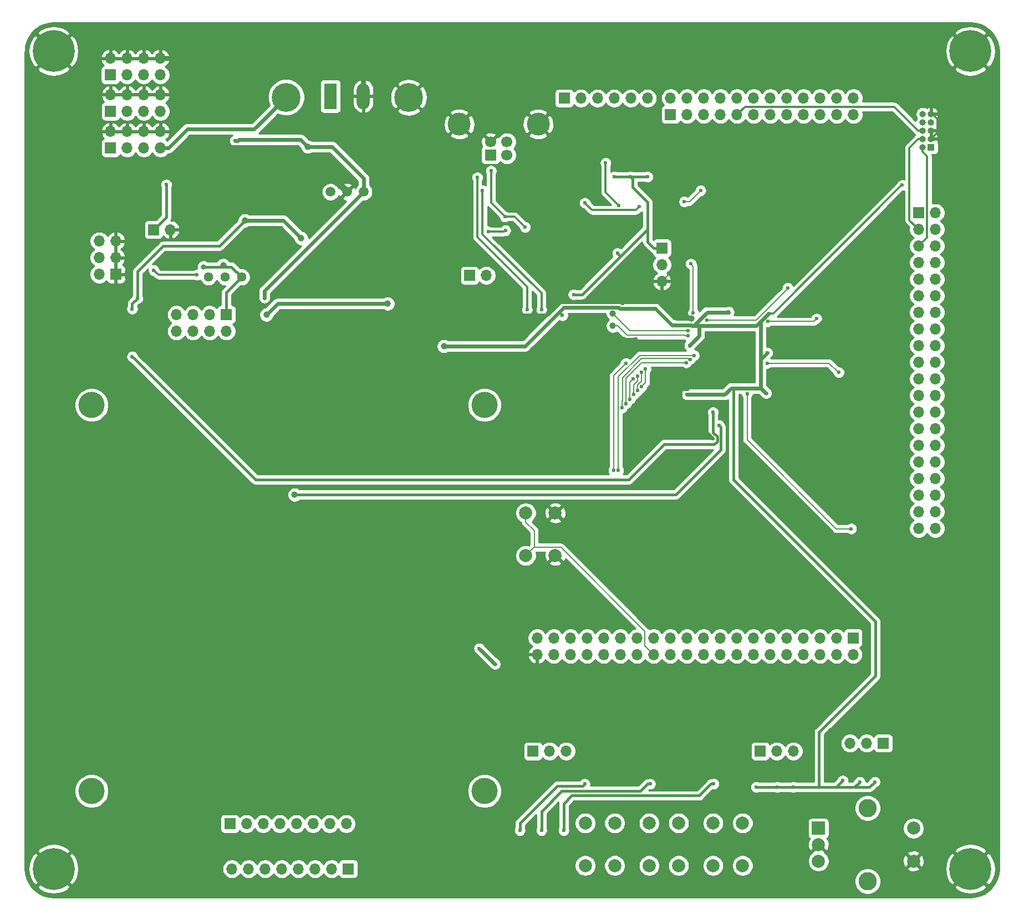
<source format=gbr>
G04 #@! TF.GenerationSoftware,KiCad,Pcbnew,(5.1.5)-3*
G04 #@! TF.CreationDate,2020-11-10T00:06:54+01:00*
G04 #@! TF.ProjectId,mcu_board_1,6d63755f-626f-4617-9264-5f312e6b6963,rev?*
G04 #@! TF.SameCoordinates,Original*
G04 #@! TF.FileFunction,Copper,L2,Bot*
G04 #@! TF.FilePolarity,Positive*
%FSLAX46Y46*%
G04 Gerber Fmt 4.6, Leading zero omitted, Abs format (unit mm)*
G04 Created by KiCad (PCBNEW (5.1.5)-3) date 2020-11-10 00:06:54*
%MOMM*%
%LPD*%
G04 APERTURE LIST*
%ADD10C,0.800000*%
%ADD11C,6.400000*%
%ADD12O,1.700000X1.700000*%
%ADD13R,1.700000X1.700000*%
%ADD14R,2.000000X2.000000*%
%ADD15C,2.000000*%
%ADD16C,2.800000*%
%ADD17C,1.000000*%
%ADD18C,1.440000*%
%ADD19C,1.500000*%
%ADD20C,4.000000*%
%ADD21O,1.980000X3.960000*%
%ADD22R,1.980000X3.960000*%
%ADD23C,0.700000*%
%ADD24C,4.400000*%
%ADD25C,1.700000*%
%ADD26C,3.500000*%
%ADD27R,1.000000X1.000000*%
%ADD28O,1.000000X1.000000*%
%ADD29C,0.600000*%
%ADD30C,0.200000*%
%ADD31C,0.300000*%
%ADD32C,1.000000*%
%ADD33C,0.600000*%
%ADD34C,0.800000*%
%ADD35C,0.400000*%
%ADD36C,0.254000*%
G04 APERTURE END LIST*
D10*
X81697056Y-145802944D03*
X80000000Y-145100000D03*
X78302944Y-145802944D03*
X77600000Y-147500000D03*
X78302944Y-149197056D03*
X80000000Y-149900000D03*
X81697056Y-149197056D03*
X82400000Y-147500000D03*
D11*
X80000000Y-147500000D03*
D10*
X81697056Y-20802944D03*
X80000000Y-20100000D03*
X78302944Y-20802944D03*
X77600000Y-22500000D03*
X78302944Y-24197056D03*
X80000000Y-24900000D03*
X81697056Y-24197056D03*
X82400000Y-22500000D03*
D11*
X80000000Y-22500000D03*
D10*
X221697056Y-145802944D03*
X220000000Y-145100000D03*
X218302944Y-145802944D03*
X217600000Y-147500000D03*
X218302944Y-149197056D03*
X220000000Y-149900000D03*
X221697056Y-149197056D03*
X222400000Y-147500000D03*
D11*
X220000000Y-147500000D03*
D10*
X221697056Y-20802944D03*
X220000000Y-20100000D03*
X218302944Y-20802944D03*
X217600000Y-22500000D03*
X218302944Y-24197056D03*
X220000000Y-24900000D03*
X221697056Y-24197056D03*
X222400000Y-22500000D03*
D11*
X220000000Y-22500000D03*
D12*
X86960000Y-51520000D03*
X89500000Y-51520000D03*
X86960000Y-54060000D03*
X89500000Y-54060000D03*
X86960000Y-56600000D03*
D13*
X89500000Y-56600000D03*
D12*
X202140000Y-29660000D03*
X202140000Y-32200000D03*
X199600000Y-29660000D03*
X199600000Y-32200000D03*
X197060000Y-29660000D03*
X197060000Y-32200000D03*
X194520000Y-29660000D03*
X194520000Y-32200000D03*
X191980000Y-29660000D03*
X191980000Y-32200000D03*
X189440000Y-29660000D03*
X189440000Y-32200000D03*
X186900000Y-29660000D03*
X186900000Y-32200000D03*
X184360000Y-29660000D03*
X184360000Y-32200000D03*
X181820000Y-29660000D03*
X181820000Y-32200000D03*
X179280000Y-29660000D03*
X179280000Y-32200000D03*
X176740000Y-29660000D03*
X176740000Y-32200000D03*
X174200000Y-29660000D03*
D13*
X174200000Y-32200000D03*
D12*
X214640000Y-95460000D03*
X212100000Y-95460000D03*
X214640000Y-92920000D03*
X212100000Y-92920000D03*
X214640000Y-90380000D03*
X212100000Y-90380000D03*
X214640000Y-87840000D03*
X212100000Y-87840000D03*
X214640000Y-85300000D03*
X212100000Y-85300000D03*
X214640000Y-82760000D03*
X212100000Y-82760000D03*
X214640000Y-80220000D03*
X212100000Y-80220000D03*
X214640000Y-77680000D03*
X212100000Y-77680000D03*
X214640000Y-75140000D03*
X212100000Y-75140000D03*
X214640000Y-72600000D03*
X212100000Y-72600000D03*
X214640000Y-70060000D03*
X212100000Y-70060000D03*
X214640000Y-67520000D03*
X212100000Y-67520000D03*
X214640000Y-64980000D03*
X212100000Y-64980000D03*
X214640000Y-62440000D03*
X212100000Y-62440000D03*
X214640000Y-59900000D03*
X212100000Y-59900000D03*
X214640000Y-57360000D03*
X212100000Y-57360000D03*
X214640000Y-54820000D03*
X212100000Y-54820000D03*
X214640000Y-52280000D03*
X212100000Y-52280000D03*
X214640000Y-49740000D03*
X212100000Y-49740000D03*
X214640000Y-47200000D03*
D13*
X212100000Y-47200000D03*
D12*
X153840000Y-114740000D03*
X153840000Y-112200000D03*
X156380000Y-114740000D03*
X156380000Y-112200000D03*
X158920000Y-114740000D03*
X158920000Y-112200000D03*
X161460000Y-114740000D03*
X161460000Y-112200000D03*
X164000000Y-114740000D03*
X164000000Y-112200000D03*
X166540000Y-114740000D03*
X166540000Y-112200000D03*
X169080000Y-114740000D03*
X169080000Y-112200000D03*
X171620000Y-114740000D03*
X171620000Y-112200000D03*
X174160000Y-114740000D03*
X174160000Y-112200000D03*
X176700000Y-114740000D03*
X176700000Y-112200000D03*
X179240000Y-114740000D03*
X179240000Y-112200000D03*
X181780000Y-114740000D03*
X181780000Y-112200000D03*
X184320000Y-114740000D03*
X184320000Y-112200000D03*
X186860000Y-114740000D03*
X186860000Y-112200000D03*
X189400000Y-114740000D03*
X189400000Y-112200000D03*
X191940000Y-114740000D03*
X191940000Y-112200000D03*
X194480000Y-114740000D03*
X194480000Y-112200000D03*
X197020000Y-114740000D03*
X197020000Y-112200000D03*
X199560000Y-114740000D03*
X199560000Y-112200000D03*
X202100000Y-114740000D03*
D13*
X202100000Y-112200000D03*
D12*
X96320000Y-29160000D03*
X96320000Y-31700000D03*
X93780000Y-29160000D03*
X93780000Y-31700000D03*
X91240000Y-29160000D03*
X91240000Y-31700000D03*
X88700000Y-29160000D03*
D13*
X88700000Y-31700000D03*
D12*
X96280000Y-23600000D03*
X96280000Y-26140000D03*
X93740000Y-23600000D03*
X93740000Y-26140000D03*
X91200000Y-23600000D03*
X91200000Y-26140000D03*
X88660000Y-23600000D03*
D13*
X88660000Y-26140000D03*
D12*
X96320000Y-34760000D03*
X96320000Y-37300000D03*
X93780000Y-34760000D03*
X93780000Y-37300000D03*
X91240000Y-34760000D03*
X91240000Y-37300000D03*
X88700000Y-34760000D03*
D13*
X88700000Y-37300000D03*
D12*
X98750000Y-65310000D03*
X98750000Y-62770000D03*
X101290000Y-65310000D03*
X101290000Y-62770000D03*
X103830000Y-65310000D03*
X103830000Y-62770000D03*
X106370000Y-65310000D03*
D13*
X106370000Y-62770000D03*
D14*
X196800000Y-141300000D03*
D15*
X196800000Y-143800000D03*
X196800000Y-146300000D03*
D16*
X204300000Y-138200000D03*
X204300000Y-149400000D03*
D15*
X211300000Y-141300000D03*
X211300000Y-146300000D03*
D17*
X165400000Y-64500000D03*
X165400000Y-62600000D03*
D15*
X180700000Y-140500000D03*
X185200000Y-140500000D03*
X180700000Y-147000000D03*
X185200000Y-147000000D03*
X170940000Y-140500000D03*
X175440000Y-140500000D03*
X170940000Y-147000000D03*
X175440000Y-147000000D03*
X161180000Y-140500000D03*
X165680000Y-140500000D03*
X161180000Y-147000000D03*
X165680000Y-147000000D03*
X152100000Y-93100000D03*
X156600000Y-93100000D03*
X152100000Y-99600000D03*
X156600000Y-99600000D03*
D18*
X108720000Y-57030000D03*
X106180000Y-57030000D03*
X103640000Y-57030000D03*
D19*
X127355000Y-44000000D03*
X124815000Y-44000000D03*
X122275000Y-44000000D03*
D20*
X85800000Y-135600000D03*
X85800000Y-76600000D03*
X145800000Y-76600000D03*
X145800000Y-135600000D03*
D12*
X114530000Y-140600000D03*
X124690000Y-140600000D03*
X109450000Y-140600000D03*
X122150000Y-140600000D03*
X111990000Y-140600000D03*
D13*
X106910000Y-140600000D03*
D12*
X117070000Y-140600000D03*
X119610000Y-140600000D03*
D21*
X127275000Y-29400000D03*
D22*
X122275000Y-29400000D03*
D23*
X135391726Y-28408274D03*
X134225000Y-27925000D03*
X133058274Y-28408274D03*
X132575000Y-29575000D03*
X133058274Y-30741726D03*
X134225000Y-31225000D03*
X135391726Y-30741726D03*
X135875000Y-29575000D03*
D24*
X134225000Y-29575000D03*
D23*
X116666726Y-28383274D03*
X115500000Y-27900000D03*
X114333274Y-28383274D03*
X113850000Y-29550000D03*
X114333274Y-30716726D03*
X115500000Y-31200000D03*
X116666726Y-30716726D03*
X117150000Y-29550000D03*
D24*
X115500000Y-29550000D03*
D12*
X158280000Y-129500000D03*
X155740000Y-129500000D03*
D13*
X153200000Y-129500000D03*
D12*
X107220000Y-147500000D03*
X109760000Y-147500000D03*
X112300000Y-147500000D03*
X114840000Y-147500000D03*
X117380000Y-147500000D03*
X119920000Y-147500000D03*
X122460000Y-147500000D03*
D13*
X125000000Y-147500000D03*
D12*
X146070000Y-56790000D03*
D13*
X143530000Y-56790000D03*
D12*
X192980000Y-129500000D03*
X190440000Y-129500000D03*
D13*
X187900000Y-129500000D03*
X146725000Y-38375000D03*
D25*
X149225000Y-38375000D03*
X149225000Y-36375000D03*
X146725000Y-36375000D03*
D26*
X141955000Y-33665000D03*
X153995000Y-33665000D03*
D12*
X201620000Y-128300000D03*
X204160000Y-128300000D03*
D13*
X206700000Y-128300000D03*
D12*
X170680000Y-29700000D03*
X168140000Y-29700000D03*
X165600000Y-29700000D03*
X163060000Y-29700000D03*
X160520000Y-29700000D03*
D13*
X157980000Y-29700000D03*
D12*
X97810000Y-49780000D03*
D13*
X95270000Y-49780000D03*
D27*
X214000000Y-37200000D03*
D28*
X212730000Y-37200000D03*
X214000000Y-35930000D03*
X212730000Y-35930000D03*
X214000000Y-34660000D03*
X212730000Y-34660000D03*
X214000000Y-33390000D03*
X212730000Y-33390000D03*
X214000000Y-32120000D03*
X212730000Y-32120000D03*
D12*
X172900000Y-57680000D03*
X172900000Y-55140000D03*
D13*
X172900000Y-52600000D03*
D29*
X175500000Y-56300000D03*
X189200000Y-65400000D03*
X198700000Y-57200000D03*
D17*
X117100000Y-39600000D03*
D29*
X136800000Y-64900000D03*
X157400000Y-65900000D03*
X161900000Y-67900000D03*
D17*
X177400000Y-63400000D03*
X126300000Y-65200000D03*
D29*
X148800000Y-62200000D03*
X157000000Y-80200000D03*
X161200000Y-79000000D03*
X176800000Y-74200000D03*
X99800000Y-59200000D03*
X97000000Y-59500000D03*
X104100000Y-37100000D03*
X180699978Y-81700000D03*
X158000000Y-41300000D03*
X163100000Y-41300000D03*
X160600000Y-41300000D03*
X168900000Y-66500000D03*
X167100000Y-66400000D03*
X166900000Y-61100000D03*
X176864920Y-65219772D03*
X176903547Y-65968789D03*
X92000000Y-61900000D03*
X92800000Y-60300000D03*
D17*
X109200000Y-48400000D03*
X117800000Y-51100000D03*
D29*
X181600000Y-79700000D03*
D17*
X116800000Y-90300000D03*
D29*
X176700000Y-75000000D03*
X182500000Y-75000000D03*
X188800000Y-74800000D03*
X189000000Y-68600000D03*
X189200000Y-62600000D03*
X183100000Y-62349990D03*
X177100000Y-67500000D03*
X209600000Y-43000000D03*
X187300000Y-135000000D03*
X193000000Y-135000000D03*
X190500000Y-135000000D03*
X200500000Y-134000000D03*
X203100000Y-134200000D03*
X205400000Y-134200000D03*
D17*
X139600000Y-67600000D03*
X112500000Y-62800000D03*
X131000000Y-61100000D03*
D29*
X165600000Y-41700000D03*
X170700000Y-41700000D03*
X168100000Y-41700000D03*
X159400000Y-59700000D03*
X157700000Y-62900000D03*
X166100000Y-53400000D03*
X112200000Y-60200000D03*
X147400000Y-116200000D03*
X145000000Y-113800000D03*
X107700000Y-36200000D03*
D17*
X118800000Y-37100000D03*
D29*
X148900000Y-47800000D03*
X146800000Y-40800000D03*
X152000000Y-49400000D03*
X146400000Y-50100000D03*
X149000000Y-49900000D03*
X154500000Y-62000000D03*
X145500000Y-43800000D03*
X152300000Y-62000000D03*
X144700000Y-41800000D03*
X151200000Y-141600000D03*
X161100000Y-134500000D03*
X154500000Y-141600000D03*
X171100000Y-134500000D03*
X157900000Y-141600000D03*
X180800000Y-134500000D03*
X179800000Y-63600000D03*
X192100000Y-58700000D03*
X185900000Y-74900000D03*
X201800000Y-95500000D03*
X170400000Y-71100000D03*
X169800000Y-73800000D03*
X169800000Y-71600000D03*
X169200000Y-74400000D03*
X169200000Y-72200000D03*
X168600000Y-75000000D03*
X168500000Y-72600000D03*
X168000000Y-75700000D03*
X176600000Y-70100000D03*
X167400000Y-76400000D03*
X177200000Y-69600000D03*
X166800000Y-77000000D03*
X177800000Y-69000000D03*
X166250013Y-86600000D03*
X167400000Y-70200000D03*
X165500000Y-86600000D03*
X177300000Y-55000000D03*
X177673755Y-62490285D03*
X176300000Y-45500000D03*
X178800000Y-43800000D03*
X196500000Y-63400000D03*
X189030338Y-63830338D03*
X189000000Y-70200000D03*
X199900000Y-71600000D03*
X97200000Y-42900000D03*
X101900000Y-56700000D03*
X95300000Y-56000000D03*
D17*
X105900000Y-55200000D03*
D10*
X102889990Y-55462442D03*
D29*
X180700000Y-77700000D03*
X92000000Y-69200000D03*
X169400000Y-46300000D03*
X161125120Y-45703358D03*
X166300000Y-46100000D03*
X164300000Y-39600000D03*
D30*
X175500000Y-56300000D02*
X174060000Y-56300000D01*
D31*
X214220000Y-32120000D02*
X214000000Y-32120000D01*
X215000000Y-32900000D02*
X214220000Y-32120000D01*
X214000000Y-35930000D02*
X215000000Y-34930000D01*
X215000000Y-34930000D02*
X215000000Y-32900000D01*
X214707106Y-34660000D02*
X214967106Y-34400000D01*
X214000000Y-34660000D02*
X214707106Y-34660000D01*
X214967106Y-34400000D02*
X215000000Y-34400000D01*
X189499999Y-65100001D02*
X196099999Y-65100001D01*
X189200000Y-65400000D02*
X189499999Y-65100001D01*
X196099999Y-65100001D02*
X198700000Y-62500000D01*
X198700000Y-62500000D02*
X198700000Y-57200000D01*
D32*
X120415000Y-39600000D02*
X124815000Y-44000000D01*
X117100000Y-39600000D02*
X120415000Y-39600000D01*
D33*
X136500001Y-65199999D02*
X126200001Y-65199999D01*
X136800000Y-64900000D02*
X136500001Y-65199999D01*
X126200001Y-65199999D02*
X126200000Y-65200000D01*
D31*
X157699999Y-66199999D02*
X160199999Y-66199999D01*
X157400000Y-65900000D02*
X157699999Y-66199999D01*
X160199999Y-66199999D02*
X161900000Y-67900000D01*
D33*
X177400000Y-63400000D02*
X175100000Y-63400000D01*
X175100000Y-63400000D02*
X172500000Y-60800000D01*
X172500000Y-60800000D02*
X157400000Y-60800000D01*
X157400000Y-60800000D02*
X155300000Y-62900000D01*
X155300000Y-62900000D02*
X142100000Y-62900000D01*
X142100000Y-62900000D02*
X139000000Y-66000000D01*
X139000000Y-66000000D02*
X136500000Y-66000000D01*
X136500000Y-66000000D02*
X135700000Y-65200000D01*
D31*
X148800000Y-62200000D02*
X148800000Y-62800000D01*
X157424264Y-80200000D02*
X158624264Y-79000000D01*
X157000000Y-80200000D02*
X157424264Y-80200000D01*
X158624264Y-79000000D02*
X161200000Y-79000000D01*
X99500001Y-59499999D02*
X97000001Y-59499999D01*
X99800000Y-59200000D02*
X99500001Y-59499999D01*
X97000001Y-59499999D02*
X97000000Y-59500000D01*
D34*
X96280000Y-23600000D02*
X125100000Y-23600000D01*
X127275000Y-25775000D02*
X127275000Y-29400000D01*
X125100000Y-23600000D02*
X127275000Y-25775000D01*
D33*
X104100000Y-37100000D02*
X114600000Y-37100000D01*
X114600000Y-37100000D02*
X117100000Y-39600000D01*
D35*
X176800000Y-74200000D02*
X175900000Y-74200000D01*
X175900000Y-74200000D02*
X175800000Y-74300000D01*
X180399979Y-81400001D02*
X180699978Y-81700000D01*
X175800000Y-74300000D02*
X175800000Y-76800022D01*
X175800000Y-76800022D02*
X180399979Y-81400001D01*
X158000000Y-41300000D02*
X163100000Y-41300000D01*
X158000000Y-37670000D02*
X153995000Y-33665000D01*
X158000000Y-41300000D02*
X158000000Y-37670000D01*
X167200000Y-66500000D02*
X167100000Y-66400000D01*
X168900000Y-66500000D02*
X167200000Y-66500000D01*
X166900000Y-61100000D02*
X167000000Y-61000000D01*
X167000000Y-61000000D02*
X167000000Y-60800000D01*
D30*
X173749999Y-56830001D02*
X173749999Y-56550001D01*
X172900000Y-57680000D02*
X173749999Y-56830001D01*
X173749999Y-56550001D02*
X174000000Y-56300000D01*
X174000000Y-56300000D02*
X174300000Y-56300000D01*
D35*
X172900000Y-58882081D02*
X172500000Y-59282081D01*
X172900000Y-57680000D02*
X172900000Y-58882081D01*
X172500000Y-59282081D02*
X172500000Y-60800000D01*
D30*
X176440656Y-65219772D02*
X176864920Y-65219772D01*
X168019772Y-65219772D02*
X176440656Y-65219772D01*
X165400000Y-62600000D02*
X168019772Y-65219772D01*
X167557105Y-65949999D02*
X176460493Y-65949999D01*
X176460493Y-65949999D02*
X176479283Y-65968789D01*
X165400000Y-64500000D02*
X166107106Y-64500000D01*
X176479283Y-65968789D02*
X176903547Y-65968789D01*
X166107106Y-64500000D02*
X167557105Y-65949999D01*
D35*
X92000000Y-61900000D02*
X92000000Y-61100000D01*
X92000000Y-61100000D02*
X92800000Y-60300000D01*
D33*
X115100000Y-48400000D02*
X117800000Y-51100000D01*
X109200000Y-48400000D02*
X115100000Y-48400000D01*
D35*
X92800000Y-60300000D02*
X92800000Y-56200000D01*
X92800000Y-56200000D02*
X96700000Y-52300000D01*
X96700000Y-52300000D02*
X105300000Y-52300000D01*
X105300000Y-52300000D02*
X109200000Y-48400000D01*
X181600000Y-79700000D02*
X181899999Y-79999999D01*
X181899999Y-82400001D02*
X181899999Y-83400001D01*
X181899999Y-79999999D02*
X181899999Y-82400001D01*
X181899999Y-82400001D02*
X181899999Y-82600001D01*
X181899999Y-83400001D02*
X175000000Y-90300000D01*
X175000000Y-90300000D02*
X116800000Y-90300000D01*
D33*
X176700000Y-75000000D02*
X182500000Y-75000000D01*
X182500000Y-75000000D02*
X183500000Y-74000000D01*
X188000000Y-74000000D02*
X188800000Y-74800000D01*
X188000000Y-69600000D02*
X188900000Y-68700000D01*
X188000000Y-74000000D02*
X188000000Y-69600000D01*
X188900000Y-68700000D02*
X189000000Y-68600000D01*
X188000000Y-69600000D02*
X188000000Y-63800000D01*
X189200000Y-62600000D02*
X188000000Y-63800000D01*
X188000000Y-63800000D02*
X187300000Y-64500000D01*
X187300000Y-64500000D02*
X177500000Y-64500000D01*
X177100000Y-67500000D02*
X178600000Y-66000000D01*
X178600000Y-66000000D02*
X178600000Y-64500000D01*
D31*
X189200000Y-62600000D02*
X189900000Y-62600000D01*
X189900000Y-62600000D02*
X209500000Y-43000000D01*
X209500000Y-43000000D02*
X209600000Y-43000000D01*
D35*
X187300000Y-135000000D02*
X193000000Y-135000000D01*
X193000000Y-135000000D02*
X199500000Y-135000000D01*
X199500000Y-135000000D02*
X200500000Y-134000000D01*
X199500000Y-135000000D02*
X202300000Y-135000000D01*
X202300000Y-135000000D02*
X203100000Y-134200000D01*
X202300000Y-135000000D02*
X204600000Y-135000000D01*
X204600000Y-135000000D02*
X205400000Y-134200000D01*
D33*
X177706002Y-64500000D02*
X179806002Y-62400000D01*
X179806002Y-62400000D02*
X183100000Y-62400000D01*
D35*
X183800000Y-74000000D02*
X183800000Y-88000000D01*
D33*
X183500000Y-74000000D02*
X183800000Y-74000000D01*
X183800000Y-74000000D02*
X188000000Y-74000000D01*
D35*
X183800000Y-88000000D02*
X205500000Y-109700000D01*
X205500000Y-109700000D02*
X205500000Y-118000000D01*
X205500000Y-118000000D02*
X196900000Y-126600000D01*
X196900000Y-126600000D02*
X196900000Y-135000000D01*
D33*
X112500000Y-62800000D02*
X114200000Y-61100000D01*
X114200000Y-61100000D02*
X131000000Y-61100000D01*
D35*
X165600000Y-41700000D02*
X166024264Y-41700000D01*
X166024264Y-41700000D02*
X170700000Y-41700000D01*
X168399999Y-41999999D02*
X168399999Y-43299999D01*
X168100000Y-41700000D02*
X168399999Y-41999999D01*
X168399999Y-43299999D02*
X170700000Y-45600000D01*
X170700000Y-45600000D02*
X170700000Y-49700000D01*
X170700000Y-49700000D02*
X160700000Y-59700000D01*
X160700000Y-59700000D02*
X159400000Y-59700000D01*
X157700000Y-62900000D02*
X157200000Y-62400000D01*
X166100000Y-53400000D02*
X166500000Y-53800000D01*
D33*
X157950001Y-61649999D02*
X152000000Y-67600000D01*
X166239997Y-61649999D02*
X157950001Y-61649999D01*
X140307106Y-67600000D02*
X139600000Y-67600000D01*
X177200000Y-64400000D02*
X174400000Y-64400000D01*
X174400000Y-64400000D02*
X171850001Y-61850001D01*
X152000000Y-67600000D02*
X140307106Y-67600000D01*
X171850001Y-61850001D02*
X166439999Y-61850001D01*
X166439999Y-61850001D02*
X166239997Y-61649999D01*
D35*
X171650000Y-52600000D02*
X172900000Y-52600000D01*
X170700000Y-51650000D02*
X171650000Y-52600000D01*
X170700000Y-49700000D02*
X170700000Y-51650000D01*
D33*
X177200000Y-64400000D02*
X177400000Y-64400000D01*
X177400000Y-64400000D02*
X177500000Y-64500000D01*
X112200000Y-59155000D02*
X127355000Y-44000000D01*
X112200000Y-60200000D02*
X112200000Y-59155000D01*
X147400000Y-116200000D02*
X145000000Y-113800000D01*
X118800000Y-37100000D02*
X122500000Y-37100000D01*
X127355000Y-41955000D02*
X127355000Y-44000000D01*
X122500000Y-37100000D02*
X127355000Y-41955000D01*
X108124264Y-36200000D02*
X108324264Y-36000000D01*
X107700000Y-36200000D02*
X108124264Y-36200000D01*
X108324264Y-36000000D02*
X117700000Y-36000000D01*
X117700000Y-36000000D02*
X118800000Y-37100000D01*
D31*
X148900000Y-47800000D02*
X146800000Y-45700000D01*
X146800000Y-45700000D02*
X146800000Y-40800000D01*
X152000000Y-49400000D02*
X150400000Y-47800000D01*
X150400000Y-47800000D02*
X148900000Y-47800000D01*
X146400000Y-50100000D02*
X148800000Y-50100000D01*
X148800000Y-50100000D02*
X149000000Y-49900000D01*
D33*
X97522081Y-37300000D02*
X100400000Y-34422081D01*
X96320000Y-37300000D02*
X97522081Y-37300000D01*
X110627919Y-34422081D02*
X115500000Y-29550000D01*
X100400000Y-34422081D02*
X110627919Y-34422081D01*
D31*
X154500000Y-62000000D02*
X154500000Y-59500000D01*
X154500000Y-59500000D02*
X145500000Y-50500000D01*
X145500000Y-50500000D02*
X145500000Y-43800000D01*
X152300000Y-62000000D02*
X152300000Y-58500000D01*
X152300000Y-58500000D02*
X144700000Y-50900000D01*
X144700000Y-50900000D02*
X144700000Y-41800000D01*
D35*
X160800001Y-134799999D02*
X156900001Y-134799999D01*
X161100000Y-134500000D02*
X160800001Y-134799999D01*
X156900001Y-134799999D02*
X151200000Y-140500000D01*
X151200000Y-140500000D02*
X151200000Y-141600000D01*
X170675736Y-134500000D02*
X169575736Y-135600000D01*
X171100000Y-134500000D02*
X170675736Y-134500000D01*
X169575736Y-135600000D02*
X157600000Y-135600000D01*
X157600000Y-135600000D02*
X154500000Y-138700000D01*
X154500000Y-138700000D02*
X154500000Y-141600000D01*
X180375736Y-134500000D02*
X178575736Y-136300000D01*
X180800000Y-134500000D02*
X180375736Y-134500000D01*
X178575736Y-136300000D02*
X159100000Y-136300000D01*
X159100000Y-136300000D02*
X157900000Y-137500000D01*
X157900000Y-137500000D02*
X157900000Y-141600000D01*
D31*
X212730000Y-37907106D02*
X213400000Y-38577106D01*
X212730000Y-37200000D02*
X212730000Y-37907106D01*
X213400000Y-50980000D02*
X212100000Y-52280000D01*
X213400000Y-38577106D02*
X213400000Y-50980000D01*
X212022894Y-35930000D02*
X210700000Y-37252894D01*
X212730000Y-35930000D02*
X212022894Y-35930000D01*
X210700000Y-48340000D02*
X212100000Y-49740000D01*
X210700000Y-37252894D02*
X210700000Y-48340000D01*
X212022894Y-34660000D02*
X208362894Y-31000000D01*
X212730000Y-34660000D02*
X212022894Y-34660000D01*
X185560000Y-31000000D02*
X184360000Y-32200000D01*
X208362894Y-31000000D02*
X185560000Y-31000000D01*
D30*
X153350001Y-98349999D02*
X157449999Y-98349999D01*
X152100000Y-99600000D02*
X153350001Y-98349999D01*
X157449999Y-98349999D02*
X170300000Y-111200000D01*
X170300000Y-113420000D02*
X171620000Y-114740000D01*
X170300000Y-111200000D02*
X170300000Y-113420000D01*
X152100000Y-94514213D02*
X153400000Y-95814213D01*
X152100000Y-93100000D02*
X152100000Y-94514213D01*
X153400000Y-95814213D02*
X153400000Y-98300000D01*
X179800000Y-63600000D02*
X187300000Y-63600000D01*
X187300000Y-63600000D02*
X192100000Y-58800000D01*
X192100000Y-58800000D02*
X192100000Y-58700000D01*
X185900000Y-74900000D02*
X185900000Y-81900000D01*
X185900000Y-81900000D02*
X199500000Y-95500000D01*
X199500000Y-95500000D02*
X201800000Y-95500000D01*
X170400000Y-71100000D02*
X170400000Y-71524264D01*
X170400000Y-71524264D02*
X170400000Y-73200000D01*
X170400000Y-73200000D02*
X169800000Y-73800000D01*
X169800000Y-71600000D02*
X169800000Y-72900000D01*
X169800000Y-72900000D02*
X169200000Y-73500000D01*
X169200000Y-73500000D02*
X169200000Y-74200000D01*
X169200000Y-74200000D02*
X169200000Y-74400000D01*
X169200000Y-72200000D02*
X169200000Y-72900000D01*
X169200000Y-72900000D02*
X168600000Y-73500000D01*
X168600000Y-73500000D02*
X168600000Y-75000000D01*
X168500000Y-72600000D02*
X168000000Y-73100000D01*
X168000000Y-73100000D02*
X168000000Y-75700000D01*
X176600000Y-70100000D02*
X169800000Y-70100000D01*
X169800000Y-70100000D02*
X167400000Y-72500000D01*
X167400000Y-72500000D02*
X167400000Y-76400000D01*
X177200000Y-69600000D02*
X177000000Y-69600000D01*
X177000000Y-69600000D02*
X176900000Y-69500000D01*
X176900000Y-69500000D02*
X169800000Y-69500000D01*
X169800000Y-69500000D02*
X166900000Y-72400000D01*
X166900000Y-72400000D02*
X166900000Y-75900000D01*
X166900000Y-75900000D02*
X166800000Y-76000000D01*
X166800000Y-76000000D02*
X166800000Y-77000000D01*
X177800000Y-69000000D02*
X169500000Y-69000000D01*
X166250013Y-86175736D02*
X166250013Y-86600000D01*
X169500000Y-69000000D02*
X166200000Y-72300000D01*
X166200000Y-72300000D02*
X166200000Y-86125723D01*
X166200000Y-86125723D02*
X166250013Y-86175736D01*
X167400000Y-70200000D02*
X165500000Y-72100000D01*
X165500000Y-72100000D02*
X165500000Y-86600000D01*
X177673755Y-62066021D02*
X177673755Y-62490285D01*
X177673755Y-55373755D02*
X177673755Y-62066021D01*
X177300000Y-55000000D02*
X177673755Y-55373755D01*
X176300000Y-45500000D02*
X177100000Y-45500000D01*
X177100000Y-45500000D02*
X178800000Y-43800000D01*
X196069662Y-63830338D02*
X189454602Y-63830338D01*
X189454602Y-63830338D02*
X189030338Y-63830338D01*
X196500000Y-63400000D02*
X196069662Y-63830338D01*
X189000000Y-70200000D02*
X198400000Y-70200000D01*
X198400000Y-70200000D02*
X199800000Y-71600000D01*
X199800000Y-71600000D02*
X199900000Y-71600000D01*
D35*
X97200000Y-47850000D02*
X95270000Y-49780000D01*
X97200000Y-42900000D02*
X97200000Y-47850000D01*
D31*
X101900000Y-56700000D02*
X101475736Y-56700000D01*
X101475736Y-56700000D02*
X96000000Y-56700000D01*
X96000000Y-56700000D02*
X95300000Y-56000000D01*
D35*
X106370000Y-59380000D02*
X108720000Y-57030000D01*
X106370000Y-62770000D02*
X106370000Y-59380000D01*
X108720000Y-57030000D02*
X107152442Y-55462442D01*
X107152442Y-55462442D02*
X102889990Y-55462442D01*
X105900000Y-55200000D02*
X105900000Y-55400000D01*
X181349988Y-81427821D02*
X181349988Y-82150012D01*
X181349988Y-82150012D02*
X180900000Y-82600000D01*
X167800000Y-88000000D02*
X110800000Y-88000000D01*
X180700000Y-77700000D02*
X180700000Y-80777833D01*
X180900000Y-82600000D02*
X173200000Y-82600000D01*
X92299999Y-69499999D02*
X92000000Y-69200000D01*
X110800000Y-88000000D02*
X92299999Y-69499999D01*
X173200000Y-82600000D02*
X167800000Y-88000000D01*
X180700000Y-80777833D02*
X181349988Y-81427821D01*
D31*
X161425119Y-46003357D02*
X161125120Y-45703358D01*
X169400000Y-46300000D02*
X168900000Y-46800000D01*
X168900000Y-46800000D02*
X162221762Y-46800000D01*
X162221762Y-46800000D02*
X161425119Y-46003357D01*
X166300000Y-46100000D02*
X164300000Y-44100000D01*
X164300000Y-44100000D02*
X164300000Y-39600000D01*
D36*
G36*
X220768083Y-18231173D02*
G01*
X221511891Y-18434656D01*
X222207905Y-18766638D01*
X222834130Y-19216626D01*
X223370777Y-19770403D01*
X223800871Y-20410451D01*
X224110829Y-21116553D01*
X224292065Y-21871457D01*
X224340000Y-22524207D01*
X224340001Y-147470597D01*
X224268827Y-148268083D01*
X224065344Y-149011890D01*
X223733363Y-149707904D01*
X223283374Y-150334130D01*
X222729597Y-150870777D01*
X222089549Y-151300871D01*
X221383447Y-151610829D01*
X220628543Y-151792065D01*
X219975793Y-151840000D01*
X80029392Y-151840000D01*
X79231917Y-151768827D01*
X78488110Y-151565344D01*
X77792096Y-151233363D01*
X77165870Y-150783374D01*
X76629223Y-150229597D01*
X76609927Y-150200881D01*
X77478724Y-150200881D01*
X77838912Y-150690548D01*
X78502882Y-151050849D01*
X79224385Y-151274694D01*
X79975695Y-151353480D01*
X80727938Y-151284178D01*
X81452208Y-151069452D01*
X82120670Y-150717555D01*
X82161088Y-150690548D01*
X82521276Y-150200881D01*
X80000000Y-147679605D01*
X77478724Y-150200881D01*
X76609927Y-150200881D01*
X76199129Y-149589549D01*
X75889171Y-148883447D01*
X75707935Y-148128543D01*
X75660000Y-147475793D01*
X75660000Y-147475695D01*
X76146520Y-147475695D01*
X76215822Y-148227938D01*
X76430548Y-148952208D01*
X76782445Y-149620670D01*
X76809452Y-149661088D01*
X77299119Y-150021276D01*
X79820395Y-147500000D01*
X80179605Y-147500000D01*
X82700881Y-150021276D01*
X83190548Y-149661088D01*
X83440989Y-149199570D01*
X202265000Y-149199570D01*
X202265000Y-149600430D01*
X202343204Y-149993587D01*
X202496607Y-150363934D01*
X202719313Y-150697237D01*
X203002763Y-150980687D01*
X203336066Y-151203393D01*
X203706413Y-151356796D01*
X204099570Y-151435000D01*
X204500430Y-151435000D01*
X204893587Y-151356796D01*
X205263934Y-151203393D01*
X205597237Y-150980687D01*
X205880687Y-150697237D01*
X206103393Y-150363934D01*
X206170931Y-150200881D01*
X217478724Y-150200881D01*
X217838912Y-150690548D01*
X218502882Y-151050849D01*
X219224385Y-151274694D01*
X219975695Y-151353480D01*
X220727938Y-151284178D01*
X221452208Y-151069452D01*
X222120670Y-150717555D01*
X222161088Y-150690548D01*
X222521276Y-150200881D01*
X220000000Y-147679605D01*
X217478724Y-150200881D01*
X206170931Y-150200881D01*
X206256796Y-149993587D01*
X206335000Y-149600430D01*
X206335000Y-149199570D01*
X206256796Y-148806413D01*
X206103393Y-148436066D01*
X205880687Y-148102763D01*
X205597237Y-147819313D01*
X205263934Y-147596607D01*
X204893587Y-147443204D01*
X204854420Y-147435413D01*
X210344192Y-147435413D01*
X210439956Y-147699814D01*
X210729571Y-147840704D01*
X211041108Y-147922384D01*
X211362595Y-147941718D01*
X211681675Y-147897961D01*
X211986088Y-147792795D01*
X212160044Y-147699814D01*
X212241218Y-147475695D01*
X216146520Y-147475695D01*
X216215822Y-148227938D01*
X216430548Y-148952208D01*
X216782445Y-149620670D01*
X216809452Y-149661088D01*
X217299119Y-150021276D01*
X219820395Y-147500000D01*
X220179605Y-147500000D01*
X222700881Y-150021276D01*
X223190548Y-149661088D01*
X223550849Y-148997118D01*
X223774694Y-148275615D01*
X223853480Y-147524305D01*
X223784178Y-146772062D01*
X223569452Y-146047792D01*
X223217555Y-145379330D01*
X223190548Y-145338912D01*
X222700881Y-144978724D01*
X220179605Y-147500000D01*
X219820395Y-147500000D01*
X217299119Y-144978724D01*
X216809452Y-145338912D01*
X216449151Y-146002882D01*
X216225306Y-146724385D01*
X216146520Y-147475695D01*
X212241218Y-147475695D01*
X212255808Y-147435413D01*
X211300000Y-146479605D01*
X210344192Y-147435413D01*
X204854420Y-147435413D01*
X204500430Y-147365000D01*
X204099570Y-147365000D01*
X203706413Y-147443204D01*
X203336066Y-147596607D01*
X203002763Y-147819313D01*
X202719313Y-148102763D01*
X202496607Y-148436066D01*
X202343204Y-148806413D01*
X202265000Y-149199570D01*
X83440989Y-149199570D01*
X83550849Y-148997118D01*
X83774694Y-148275615D01*
X83853480Y-147524305D01*
X83837767Y-147353740D01*
X105735000Y-147353740D01*
X105735000Y-147646260D01*
X105792068Y-147933158D01*
X105904010Y-148203411D01*
X106066525Y-148446632D01*
X106273368Y-148653475D01*
X106516589Y-148815990D01*
X106786842Y-148927932D01*
X107073740Y-148985000D01*
X107366260Y-148985000D01*
X107653158Y-148927932D01*
X107923411Y-148815990D01*
X108166632Y-148653475D01*
X108373475Y-148446632D01*
X108490000Y-148272240D01*
X108606525Y-148446632D01*
X108813368Y-148653475D01*
X109056589Y-148815990D01*
X109326842Y-148927932D01*
X109613740Y-148985000D01*
X109906260Y-148985000D01*
X110193158Y-148927932D01*
X110463411Y-148815990D01*
X110706632Y-148653475D01*
X110913475Y-148446632D01*
X111030000Y-148272240D01*
X111146525Y-148446632D01*
X111353368Y-148653475D01*
X111596589Y-148815990D01*
X111866842Y-148927932D01*
X112153740Y-148985000D01*
X112446260Y-148985000D01*
X112733158Y-148927932D01*
X113003411Y-148815990D01*
X113246632Y-148653475D01*
X113453475Y-148446632D01*
X113570000Y-148272240D01*
X113686525Y-148446632D01*
X113893368Y-148653475D01*
X114136589Y-148815990D01*
X114406842Y-148927932D01*
X114693740Y-148985000D01*
X114986260Y-148985000D01*
X115273158Y-148927932D01*
X115543411Y-148815990D01*
X115786632Y-148653475D01*
X115993475Y-148446632D01*
X116110000Y-148272240D01*
X116226525Y-148446632D01*
X116433368Y-148653475D01*
X116676589Y-148815990D01*
X116946842Y-148927932D01*
X117233740Y-148985000D01*
X117526260Y-148985000D01*
X117813158Y-148927932D01*
X118083411Y-148815990D01*
X118326632Y-148653475D01*
X118533475Y-148446632D01*
X118650000Y-148272240D01*
X118766525Y-148446632D01*
X118973368Y-148653475D01*
X119216589Y-148815990D01*
X119486842Y-148927932D01*
X119773740Y-148985000D01*
X120066260Y-148985000D01*
X120353158Y-148927932D01*
X120623411Y-148815990D01*
X120866632Y-148653475D01*
X121073475Y-148446632D01*
X121190000Y-148272240D01*
X121306525Y-148446632D01*
X121513368Y-148653475D01*
X121756589Y-148815990D01*
X122026842Y-148927932D01*
X122313740Y-148985000D01*
X122606260Y-148985000D01*
X122893158Y-148927932D01*
X123163411Y-148815990D01*
X123406632Y-148653475D01*
X123538487Y-148521620D01*
X123560498Y-148594180D01*
X123619463Y-148704494D01*
X123698815Y-148801185D01*
X123795506Y-148880537D01*
X123905820Y-148939502D01*
X124025518Y-148975812D01*
X124150000Y-148988072D01*
X125850000Y-148988072D01*
X125974482Y-148975812D01*
X126094180Y-148939502D01*
X126204494Y-148880537D01*
X126301185Y-148801185D01*
X126380537Y-148704494D01*
X126439502Y-148594180D01*
X126475812Y-148474482D01*
X126488072Y-148350000D01*
X126488072Y-146838967D01*
X159545000Y-146838967D01*
X159545000Y-147161033D01*
X159607832Y-147476912D01*
X159731082Y-147774463D01*
X159910013Y-148042252D01*
X160137748Y-148269987D01*
X160405537Y-148448918D01*
X160703088Y-148572168D01*
X161018967Y-148635000D01*
X161341033Y-148635000D01*
X161656912Y-148572168D01*
X161954463Y-148448918D01*
X162222252Y-148269987D01*
X162449987Y-148042252D01*
X162628918Y-147774463D01*
X162752168Y-147476912D01*
X162815000Y-147161033D01*
X162815000Y-146838967D01*
X164045000Y-146838967D01*
X164045000Y-147161033D01*
X164107832Y-147476912D01*
X164231082Y-147774463D01*
X164410013Y-148042252D01*
X164637748Y-148269987D01*
X164905537Y-148448918D01*
X165203088Y-148572168D01*
X165518967Y-148635000D01*
X165841033Y-148635000D01*
X166156912Y-148572168D01*
X166454463Y-148448918D01*
X166722252Y-148269987D01*
X166949987Y-148042252D01*
X167128918Y-147774463D01*
X167252168Y-147476912D01*
X167315000Y-147161033D01*
X167315000Y-146838967D01*
X169305000Y-146838967D01*
X169305000Y-147161033D01*
X169367832Y-147476912D01*
X169491082Y-147774463D01*
X169670013Y-148042252D01*
X169897748Y-148269987D01*
X170165537Y-148448918D01*
X170463088Y-148572168D01*
X170778967Y-148635000D01*
X171101033Y-148635000D01*
X171416912Y-148572168D01*
X171714463Y-148448918D01*
X171982252Y-148269987D01*
X172209987Y-148042252D01*
X172388918Y-147774463D01*
X172512168Y-147476912D01*
X172575000Y-147161033D01*
X172575000Y-146838967D01*
X173805000Y-146838967D01*
X173805000Y-147161033D01*
X173867832Y-147476912D01*
X173991082Y-147774463D01*
X174170013Y-148042252D01*
X174397748Y-148269987D01*
X174665537Y-148448918D01*
X174963088Y-148572168D01*
X175278967Y-148635000D01*
X175601033Y-148635000D01*
X175916912Y-148572168D01*
X176214463Y-148448918D01*
X176482252Y-148269987D01*
X176709987Y-148042252D01*
X176888918Y-147774463D01*
X177012168Y-147476912D01*
X177075000Y-147161033D01*
X177075000Y-146838967D01*
X179065000Y-146838967D01*
X179065000Y-147161033D01*
X179127832Y-147476912D01*
X179251082Y-147774463D01*
X179430013Y-148042252D01*
X179657748Y-148269987D01*
X179925537Y-148448918D01*
X180223088Y-148572168D01*
X180538967Y-148635000D01*
X180861033Y-148635000D01*
X181176912Y-148572168D01*
X181474463Y-148448918D01*
X181742252Y-148269987D01*
X181969987Y-148042252D01*
X182148918Y-147774463D01*
X182272168Y-147476912D01*
X182335000Y-147161033D01*
X182335000Y-146838967D01*
X183565000Y-146838967D01*
X183565000Y-147161033D01*
X183627832Y-147476912D01*
X183751082Y-147774463D01*
X183930013Y-148042252D01*
X184157748Y-148269987D01*
X184425537Y-148448918D01*
X184723088Y-148572168D01*
X185038967Y-148635000D01*
X185361033Y-148635000D01*
X185676912Y-148572168D01*
X185974463Y-148448918D01*
X186242252Y-148269987D01*
X186469987Y-148042252D01*
X186648918Y-147774463D01*
X186772168Y-147476912D01*
X186835000Y-147161033D01*
X186835000Y-146838967D01*
X186772168Y-146523088D01*
X186648918Y-146225537D01*
X186591074Y-146138967D01*
X195165000Y-146138967D01*
X195165000Y-146461033D01*
X195227832Y-146776912D01*
X195351082Y-147074463D01*
X195530013Y-147342252D01*
X195757748Y-147569987D01*
X196025537Y-147748918D01*
X196323088Y-147872168D01*
X196638967Y-147935000D01*
X196961033Y-147935000D01*
X197276912Y-147872168D01*
X197574463Y-147748918D01*
X197842252Y-147569987D01*
X198069987Y-147342252D01*
X198248918Y-147074463D01*
X198372168Y-146776912D01*
X198435000Y-146461033D01*
X198435000Y-146362595D01*
X209658282Y-146362595D01*
X209702039Y-146681675D01*
X209807205Y-146986088D01*
X209900186Y-147160044D01*
X210164587Y-147255808D01*
X211120395Y-146300000D01*
X211479605Y-146300000D01*
X212435413Y-147255808D01*
X212699814Y-147160044D01*
X212840704Y-146870429D01*
X212922384Y-146558892D01*
X212941718Y-146237405D01*
X212897961Y-145918325D01*
X212792795Y-145613912D01*
X212699814Y-145439956D01*
X212435413Y-145344192D01*
X211479605Y-146300000D01*
X211120395Y-146300000D01*
X210164587Y-145344192D01*
X209900186Y-145439956D01*
X209759296Y-145729571D01*
X209677616Y-146041108D01*
X209658282Y-146362595D01*
X198435000Y-146362595D01*
X198435000Y-146138967D01*
X198372168Y-145823088D01*
X198248918Y-145525537D01*
X198069987Y-145257748D01*
X197976826Y-145164587D01*
X210344192Y-145164587D01*
X211300000Y-146120395D01*
X212255808Y-145164587D01*
X212160044Y-144900186D01*
X211952290Y-144799119D01*
X217478724Y-144799119D01*
X220000000Y-147320395D01*
X222521276Y-144799119D01*
X222161088Y-144309452D01*
X221497118Y-143949151D01*
X220775615Y-143725306D01*
X220024305Y-143646520D01*
X219272062Y-143715822D01*
X218547792Y-143930548D01*
X217879330Y-144282445D01*
X217838912Y-144309452D01*
X217478724Y-144799119D01*
X211952290Y-144799119D01*
X211870429Y-144759296D01*
X211558892Y-144677616D01*
X211237405Y-144658282D01*
X210918325Y-144702039D01*
X210613912Y-144807205D01*
X210439956Y-144900186D01*
X210344192Y-145164587D01*
X197976826Y-145164587D01*
X197842252Y-145030013D01*
X197745065Y-144965075D01*
X197755808Y-144935413D01*
X196800000Y-143979605D01*
X195844192Y-144935413D01*
X195854935Y-144965075D01*
X195757748Y-145030013D01*
X195530013Y-145257748D01*
X195351082Y-145525537D01*
X195227832Y-145823088D01*
X195165000Y-146138967D01*
X186591074Y-146138967D01*
X186469987Y-145957748D01*
X186242252Y-145730013D01*
X185974463Y-145551082D01*
X185676912Y-145427832D01*
X185361033Y-145365000D01*
X185038967Y-145365000D01*
X184723088Y-145427832D01*
X184425537Y-145551082D01*
X184157748Y-145730013D01*
X183930013Y-145957748D01*
X183751082Y-146225537D01*
X183627832Y-146523088D01*
X183565000Y-146838967D01*
X182335000Y-146838967D01*
X182272168Y-146523088D01*
X182148918Y-146225537D01*
X181969987Y-145957748D01*
X181742252Y-145730013D01*
X181474463Y-145551082D01*
X181176912Y-145427832D01*
X180861033Y-145365000D01*
X180538967Y-145365000D01*
X180223088Y-145427832D01*
X179925537Y-145551082D01*
X179657748Y-145730013D01*
X179430013Y-145957748D01*
X179251082Y-146225537D01*
X179127832Y-146523088D01*
X179065000Y-146838967D01*
X177075000Y-146838967D01*
X177012168Y-146523088D01*
X176888918Y-146225537D01*
X176709987Y-145957748D01*
X176482252Y-145730013D01*
X176214463Y-145551082D01*
X175916912Y-145427832D01*
X175601033Y-145365000D01*
X175278967Y-145365000D01*
X174963088Y-145427832D01*
X174665537Y-145551082D01*
X174397748Y-145730013D01*
X174170013Y-145957748D01*
X173991082Y-146225537D01*
X173867832Y-146523088D01*
X173805000Y-146838967D01*
X172575000Y-146838967D01*
X172512168Y-146523088D01*
X172388918Y-146225537D01*
X172209987Y-145957748D01*
X171982252Y-145730013D01*
X171714463Y-145551082D01*
X171416912Y-145427832D01*
X171101033Y-145365000D01*
X170778967Y-145365000D01*
X170463088Y-145427832D01*
X170165537Y-145551082D01*
X169897748Y-145730013D01*
X169670013Y-145957748D01*
X169491082Y-146225537D01*
X169367832Y-146523088D01*
X169305000Y-146838967D01*
X167315000Y-146838967D01*
X167252168Y-146523088D01*
X167128918Y-146225537D01*
X166949987Y-145957748D01*
X166722252Y-145730013D01*
X166454463Y-145551082D01*
X166156912Y-145427832D01*
X165841033Y-145365000D01*
X165518967Y-145365000D01*
X165203088Y-145427832D01*
X164905537Y-145551082D01*
X164637748Y-145730013D01*
X164410013Y-145957748D01*
X164231082Y-146225537D01*
X164107832Y-146523088D01*
X164045000Y-146838967D01*
X162815000Y-146838967D01*
X162752168Y-146523088D01*
X162628918Y-146225537D01*
X162449987Y-145957748D01*
X162222252Y-145730013D01*
X161954463Y-145551082D01*
X161656912Y-145427832D01*
X161341033Y-145365000D01*
X161018967Y-145365000D01*
X160703088Y-145427832D01*
X160405537Y-145551082D01*
X160137748Y-145730013D01*
X159910013Y-145957748D01*
X159731082Y-146225537D01*
X159607832Y-146523088D01*
X159545000Y-146838967D01*
X126488072Y-146838967D01*
X126488072Y-146650000D01*
X126475812Y-146525518D01*
X126439502Y-146405820D01*
X126380537Y-146295506D01*
X126301185Y-146198815D01*
X126204494Y-146119463D01*
X126094180Y-146060498D01*
X125974482Y-146024188D01*
X125850000Y-146011928D01*
X124150000Y-146011928D01*
X124025518Y-146024188D01*
X123905820Y-146060498D01*
X123795506Y-146119463D01*
X123698815Y-146198815D01*
X123619463Y-146295506D01*
X123560498Y-146405820D01*
X123538487Y-146478380D01*
X123406632Y-146346525D01*
X123163411Y-146184010D01*
X122893158Y-146072068D01*
X122606260Y-146015000D01*
X122313740Y-146015000D01*
X122026842Y-146072068D01*
X121756589Y-146184010D01*
X121513368Y-146346525D01*
X121306525Y-146553368D01*
X121190000Y-146727760D01*
X121073475Y-146553368D01*
X120866632Y-146346525D01*
X120623411Y-146184010D01*
X120353158Y-146072068D01*
X120066260Y-146015000D01*
X119773740Y-146015000D01*
X119486842Y-146072068D01*
X119216589Y-146184010D01*
X118973368Y-146346525D01*
X118766525Y-146553368D01*
X118650000Y-146727760D01*
X118533475Y-146553368D01*
X118326632Y-146346525D01*
X118083411Y-146184010D01*
X117813158Y-146072068D01*
X117526260Y-146015000D01*
X117233740Y-146015000D01*
X116946842Y-146072068D01*
X116676589Y-146184010D01*
X116433368Y-146346525D01*
X116226525Y-146553368D01*
X116110000Y-146727760D01*
X115993475Y-146553368D01*
X115786632Y-146346525D01*
X115543411Y-146184010D01*
X115273158Y-146072068D01*
X114986260Y-146015000D01*
X114693740Y-146015000D01*
X114406842Y-146072068D01*
X114136589Y-146184010D01*
X113893368Y-146346525D01*
X113686525Y-146553368D01*
X113570000Y-146727760D01*
X113453475Y-146553368D01*
X113246632Y-146346525D01*
X113003411Y-146184010D01*
X112733158Y-146072068D01*
X112446260Y-146015000D01*
X112153740Y-146015000D01*
X111866842Y-146072068D01*
X111596589Y-146184010D01*
X111353368Y-146346525D01*
X111146525Y-146553368D01*
X111030000Y-146727760D01*
X110913475Y-146553368D01*
X110706632Y-146346525D01*
X110463411Y-146184010D01*
X110193158Y-146072068D01*
X109906260Y-146015000D01*
X109613740Y-146015000D01*
X109326842Y-146072068D01*
X109056589Y-146184010D01*
X108813368Y-146346525D01*
X108606525Y-146553368D01*
X108490000Y-146727760D01*
X108373475Y-146553368D01*
X108166632Y-146346525D01*
X107923411Y-146184010D01*
X107653158Y-146072068D01*
X107366260Y-146015000D01*
X107073740Y-146015000D01*
X106786842Y-146072068D01*
X106516589Y-146184010D01*
X106273368Y-146346525D01*
X106066525Y-146553368D01*
X105904010Y-146796589D01*
X105792068Y-147066842D01*
X105735000Y-147353740D01*
X83837767Y-147353740D01*
X83784178Y-146772062D01*
X83569452Y-146047792D01*
X83217555Y-145379330D01*
X83190548Y-145338912D01*
X82700881Y-144978724D01*
X80179605Y-147500000D01*
X79820395Y-147500000D01*
X77299119Y-144978724D01*
X76809452Y-145338912D01*
X76449151Y-146002882D01*
X76225306Y-146724385D01*
X76146520Y-147475695D01*
X75660000Y-147475695D01*
X75660000Y-144799119D01*
X77478724Y-144799119D01*
X80000000Y-147320395D01*
X82521276Y-144799119D01*
X82161088Y-144309452D01*
X81497118Y-143949151D01*
X81218129Y-143862595D01*
X195158282Y-143862595D01*
X195202039Y-144181675D01*
X195307205Y-144486088D01*
X195400186Y-144660044D01*
X195664587Y-144755808D01*
X196620395Y-143800000D01*
X196606253Y-143785858D01*
X196785858Y-143606253D01*
X196800000Y-143620395D01*
X196814143Y-143606253D01*
X196993748Y-143785858D01*
X196979605Y-143800000D01*
X197935413Y-144755808D01*
X198199814Y-144660044D01*
X198340704Y-144370429D01*
X198422384Y-144058892D01*
X198441718Y-143737405D01*
X198397961Y-143418325D01*
X198292795Y-143113912D01*
X198199814Y-142939956D01*
X198050777Y-142885976D01*
X198154494Y-142830537D01*
X198251185Y-142751185D01*
X198330537Y-142654494D01*
X198389502Y-142544180D01*
X198425812Y-142424482D01*
X198438072Y-142300000D01*
X198438072Y-141138967D01*
X209665000Y-141138967D01*
X209665000Y-141461033D01*
X209727832Y-141776912D01*
X209851082Y-142074463D01*
X210030013Y-142342252D01*
X210257748Y-142569987D01*
X210525537Y-142748918D01*
X210823088Y-142872168D01*
X211138967Y-142935000D01*
X211461033Y-142935000D01*
X211776912Y-142872168D01*
X212074463Y-142748918D01*
X212342252Y-142569987D01*
X212569987Y-142342252D01*
X212748918Y-142074463D01*
X212872168Y-141776912D01*
X212935000Y-141461033D01*
X212935000Y-141138967D01*
X212872168Y-140823088D01*
X212748918Y-140525537D01*
X212569987Y-140257748D01*
X212342252Y-140030013D01*
X212074463Y-139851082D01*
X211776912Y-139727832D01*
X211461033Y-139665000D01*
X211138967Y-139665000D01*
X210823088Y-139727832D01*
X210525537Y-139851082D01*
X210257748Y-140030013D01*
X210030013Y-140257748D01*
X209851082Y-140525537D01*
X209727832Y-140823088D01*
X209665000Y-141138967D01*
X198438072Y-141138967D01*
X198438072Y-140300000D01*
X198425812Y-140175518D01*
X198389502Y-140055820D01*
X198330537Y-139945506D01*
X198251185Y-139848815D01*
X198154494Y-139769463D01*
X198044180Y-139710498D01*
X197924482Y-139674188D01*
X197800000Y-139661928D01*
X195800000Y-139661928D01*
X195675518Y-139674188D01*
X195555820Y-139710498D01*
X195445506Y-139769463D01*
X195348815Y-139848815D01*
X195269463Y-139945506D01*
X195210498Y-140055820D01*
X195174188Y-140175518D01*
X195161928Y-140300000D01*
X195161928Y-142300000D01*
X195174188Y-142424482D01*
X195210498Y-142544180D01*
X195269463Y-142654494D01*
X195348815Y-142751185D01*
X195445506Y-142830537D01*
X195549223Y-142885976D01*
X195400186Y-142939956D01*
X195259296Y-143229571D01*
X195177616Y-143541108D01*
X195158282Y-143862595D01*
X81218129Y-143862595D01*
X80775615Y-143725306D01*
X80024305Y-143646520D01*
X79272062Y-143715822D01*
X78547792Y-143930548D01*
X77879330Y-144282445D01*
X77838912Y-144309452D01*
X77478724Y-144799119D01*
X75660000Y-144799119D01*
X75660000Y-139750000D01*
X105421928Y-139750000D01*
X105421928Y-141450000D01*
X105434188Y-141574482D01*
X105470498Y-141694180D01*
X105529463Y-141804494D01*
X105608815Y-141901185D01*
X105705506Y-141980537D01*
X105815820Y-142039502D01*
X105935518Y-142075812D01*
X106060000Y-142088072D01*
X107760000Y-142088072D01*
X107884482Y-142075812D01*
X108004180Y-142039502D01*
X108114494Y-141980537D01*
X108211185Y-141901185D01*
X108290537Y-141804494D01*
X108349502Y-141694180D01*
X108371513Y-141621620D01*
X108503368Y-141753475D01*
X108746589Y-141915990D01*
X109016842Y-142027932D01*
X109303740Y-142085000D01*
X109596260Y-142085000D01*
X109883158Y-142027932D01*
X110153411Y-141915990D01*
X110396632Y-141753475D01*
X110603475Y-141546632D01*
X110720000Y-141372240D01*
X110836525Y-141546632D01*
X111043368Y-141753475D01*
X111286589Y-141915990D01*
X111556842Y-142027932D01*
X111843740Y-142085000D01*
X112136260Y-142085000D01*
X112423158Y-142027932D01*
X112693411Y-141915990D01*
X112936632Y-141753475D01*
X113143475Y-141546632D01*
X113260000Y-141372240D01*
X113376525Y-141546632D01*
X113583368Y-141753475D01*
X113826589Y-141915990D01*
X114096842Y-142027932D01*
X114383740Y-142085000D01*
X114676260Y-142085000D01*
X114963158Y-142027932D01*
X115233411Y-141915990D01*
X115476632Y-141753475D01*
X115683475Y-141546632D01*
X115800000Y-141372240D01*
X115916525Y-141546632D01*
X116123368Y-141753475D01*
X116366589Y-141915990D01*
X116636842Y-142027932D01*
X116923740Y-142085000D01*
X117216260Y-142085000D01*
X117503158Y-142027932D01*
X117773411Y-141915990D01*
X118016632Y-141753475D01*
X118223475Y-141546632D01*
X118340000Y-141372240D01*
X118456525Y-141546632D01*
X118663368Y-141753475D01*
X118906589Y-141915990D01*
X119176842Y-142027932D01*
X119463740Y-142085000D01*
X119756260Y-142085000D01*
X120043158Y-142027932D01*
X120313411Y-141915990D01*
X120556632Y-141753475D01*
X120763475Y-141546632D01*
X120880000Y-141372240D01*
X120996525Y-141546632D01*
X121203368Y-141753475D01*
X121446589Y-141915990D01*
X121716842Y-142027932D01*
X122003740Y-142085000D01*
X122296260Y-142085000D01*
X122583158Y-142027932D01*
X122853411Y-141915990D01*
X123096632Y-141753475D01*
X123303475Y-141546632D01*
X123420000Y-141372240D01*
X123536525Y-141546632D01*
X123743368Y-141753475D01*
X123986589Y-141915990D01*
X124256842Y-142027932D01*
X124543740Y-142085000D01*
X124836260Y-142085000D01*
X125123158Y-142027932D01*
X125393411Y-141915990D01*
X125636632Y-141753475D01*
X125843475Y-141546632D01*
X125869347Y-141507911D01*
X150265000Y-141507911D01*
X150265000Y-141692089D01*
X150300932Y-141872729D01*
X150371414Y-142042889D01*
X150473738Y-142196028D01*
X150603972Y-142326262D01*
X150757111Y-142428586D01*
X150927271Y-142499068D01*
X151107911Y-142535000D01*
X151292089Y-142535000D01*
X151472729Y-142499068D01*
X151642889Y-142428586D01*
X151796028Y-142326262D01*
X151926262Y-142196028D01*
X152028586Y-142042889D01*
X152099068Y-141872729D01*
X152135000Y-141692089D01*
X152135000Y-141507911D01*
X152099068Y-141327271D01*
X152035000Y-141172596D01*
X152035000Y-140845867D01*
X153665000Y-139215867D01*
X153665001Y-141172594D01*
X153600932Y-141327271D01*
X153565000Y-141507911D01*
X153565000Y-141692089D01*
X153600932Y-141872729D01*
X153671414Y-142042889D01*
X153773738Y-142196028D01*
X153903972Y-142326262D01*
X154057111Y-142428586D01*
X154227271Y-142499068D01*
X154407911Y-142535000D01*
X154592089Y-142535000D01*
X154772729Y-142499068D01*
X154942889Y-142428586D01*
X155096028Y-142326262D01*
X155226262Y-142196028D01*
X155328586Y-142042889D01*
X155399068Y-141872729D01*
X155435000Y-141692089D01*
X155435000Y-141507911D01*
X155399068Y-141327271D01*
X155335000Y-141172596D01*
X155335000Y-139045867D01*
X157091245Y-137289623D01*
X157077082Y-137336312D01*
X157060960Y-137500000D01*
X157065000Y-137541019D01*
X157065001Y-141172594D01*
X157000932Y-141327271D01*
X156965000Y-141507911D01*
X156965000Y-141692089D01*
X157000932Y-141872729D01*
X157071414Y-142042889D01*
X157173738Y-142196028D01*
X157303972Y-142326262D01*
X157457111Y-142428586D01*
X157627271Y-142499068D01*
X157807911Y-142535000D01*
X157992089Y-142535000D01*
X158172729Y-142499068D01*
X158342889Y-142428586D01*
X158496028Y-142326262D01*
X158626262Y-142196028D01*
X158728586Y-142042889D01*
X158799068Y-141872729D01*
X158835000Y-141692089D01*
X158835000Y-141507911D01*
X158799068Y-141327271D01*
X158735000Y-141172596D01*
X158735000Y-140338967D01*
X159545000Y-140338967D01*
X159545000Y-140661033D01*
X159607832Y-140976912D01*
X159731082Y-141274463D01*
X159910013Y-141542252D01*
X160137748Y-141769987D01*
X160405537Y-141948918D01*
X160703088Y-142072168D01*
X161018967Y-142135000D01*
X161341033Y-142135000D01*
X161656912Y-142072168D01*
X161954463Y-141948918D01*
X162222252Y-141769987D01*
X162449987Y-141542252D01*
X162628918Y-141274463D01*
X162752168Y-140976912D01*
X162815000Y-140661033D01*
X162815000Y-140338967D01*
X164045000Y-140338967D01*
X164045000Y-140661033D01*
X164107832Y-140976912D01*
X164231082Y-141274463D01*
X164410013Y-141542252D01*
X164637748Y-141769987D01*
X164905537Y-141948918D01*
X165203088Y-142072168D01*
X165518967Y-142135000D01*
X165841033Y-142135000D01*
X166156912Y-142072168D01*
X166454463Y-141948918D01*
X166722252Y-141769987D01*
X166949987Y-141542252D01*
X167128918Y-141274463D01*
X167252168Y-140976912D01*
X167315000Y-140661033D01*
X167315000Y-140338967D01*
X169305000Y-140338967D01*
X169305000Y-140661033D01*
X169367832Y-140976912D01*
X169491082Y-141274463D01*
X169670013Y-141542252D01*
X169897748Y-141769987D01*
X170165537Y-141948918D01*
X170463088Y-142072168D01*
X170778967Y-142135000D01*
X171101033Y-142135000D01*
X171416912Y-142072168D01*
X171714463Y-141948918D01*
X171982252Y-141769987D01*
X172209987Y-141542252D01*
X172388918Y-141274463D01*
X172512168Y-140976912D01*
X172575000Y-140661033D01*
X172575000Y-140338967D01*
X173805000Y-140338967D01*
X173805000Y-140661033D01*
X173867832Y-140976912D01*
X173991082Y-141274463D01*
X174170013Y-141542252D01*
X174397748Y-141769987D01*
X174665537Y-141948918D01*
X174963088Y-142072168D01*
X175278967Y-142135000D01*
X175601033Y-142135000D01*
X175916912Y-142072168D01*
X176214463Y-141948918D01*
X176482252Y-141769987D01*
X176709987Y-141542252D01*
X176888918Y-141274463D01*
X177012168Y-140976912D01*
X177075000Y-140661033D01*
X177075000Y-140338967D01*
X179065000Y-140338967D01*
X179065000Y-140661033D01*
X179127832Y-140976912D01*
X179251082Y-141274463D01*
X179430013Y-141542252D01*
X179657748Y-141769987D01*
X179925537Y-141948918D01*
X180223088Y-142072168D01*
X180538967Y-142135000D01*
X180861033Y-142135000D01*
X181176912Y-142072168D01*
X181474463Y-141948918D01*
X181742252Y-141769987D01*
X181969987Y-141542252D01*
X182148918Y-141274463D01*
X182272168Y-140976912D01*
X182335000Y-140661033D01*
X182335000Y-140338967D01*
X183565000Y-140338967D01*
X183565000Y-140661033D01*
X183627832Y-140976912D01*
X183751082Y-141274463D01*
X183930013Y-141542252D01*
X184157748Y-141769987D01*
X184425537Y-141948918D01*
X184723088Y-142072168D01*
X185038967Y-142135000D01*
X185361033Y-142135000D01*
X185676912Y-142072168D01*
X185974463Y-141948918D01*
X186242252Y-141769987D01*
X186469987Y-141542252D01*
X186648918Y-141274463D01*
X186772168Y-140976912D01*
X186835000Y-140661033D01*
X186835000Y-140338967D01*
X186772168Y-140023088D01*
X186648918Y-139725537D01*
X186469987Y-139457748D01*
X186242252Y-139230013D01*
X185974463Y-139051082D01*
X185676912Y-138927832D01*
X185361033Y-138865000D01*
X185038967Y-138865000D01*
X184723088Y-138927832D01*
X184425537Y-139051082D01*
X184157748Y-139230013D01*
X183930013Y-139457748D01*
X183751082Y-139725537D01*
X183627832Y-140023088D01*
X183565000Y-140338967D01*
X182335000Y-140338967D01*
X182272168Y-140023088D01*
X182148918Y-139725537D01*
X181969987Y-139457748D01*
X181742252Y-139230013D01*
X181474463Y-139051082D01*
X181176912Y-138927832D01*
X180861033Y-138865000D01*
X180538967Y-138865000D01*
X180223088Y-138927832D01*
X179925537Y-139051082D01*
X179657748Y-139230013D01*
X179430013Y-139457748D01*
X179251082Y-139725537D01*
X179127832Y-140023088D01*
X179065000Y-140338967D01*
X177075000Y-140338967D01*
X177012168Y-140023088D01*
X176888918Y-139725537D01*
X176709987Y-139457748D01*
X176482252Y-139230013D01*
X176214463Y-139051082D01*
X175916912Y-138927832D01*
X175601033Y-138865000D01*
X175278967Y-138865000D01*
X174963088Y-138927832D01*
X174665537Y-139051082D01*
X174397748Y-139230013D01*
X174170013Y-139457748D01*
X173991082Y-139725537D01*
X173867832Y-140023088D01*
X173805000Y-140338967D01*
X172575000Y-140338967D01*
X172512168Y-140023088D01*
X172388918Y-139725537D01*
X172209987Y-139457748D01*
X171982252Y-139230013D01*
X171714463Y-139051082D01*
X171416912Y-138927832D01*
X171101033Y-138865000D01*
X170778967Y-138865000D01*
X170463088Y-138927832D01*
X170165537Y-139051082D01*
X169897748Y-139230013D01*
X169670013Y-139457748D01*
X169491082Y-139725537D01*
X169367832Y-140023088D01*
X169305000Y-140338967D01*
X167315000Y-140338967D01*
X167252168Y-140023088D01*
X167128918Y-139725537D01*
X166949987Y-139457748D01*
X166722252Y-139230013D01*
X166454463Y-139051082D01*
X166156912Y-138927832D01*
X165841033Y-138865000D01*
X165518967Y-138865000D01*
X165203088Y-138927832D01*
X164905537Y-139051082D01*
X164637748Y-139230013D01*
X164410013Y-139457748D01*
X164231082Y-139725537D01*
X164107832Y-140023088D01*
X164045000Y-140338967D01*
X162815000Y-140338967D01*
X162752168Y-140023088D01*
X162628918Y-139725537D01*
X162449987Y-139457748D01*
X162222252Y-139230013D01*
X161954463Y-139051082D01*
X161656912Y-138927832D01*
X161341033Y-138865000D01*
X161018967Y-138865000D01*
X160703088Y-138927832D01*
X160405537Y-139051082D01*
X160137748Y-139230013D01*
X159910013Y-139457748D01*
X159731082Y-139725537D01*
X159607832Y-140023088D01*
X159545000Y-140338967D01*
X158735000Y-140338967D01*
X158735000Y-137999570D01*
X202265000Y-137999570D01*
X202265000Y-138400430D01*
X202343204Y-138793587D01*
X202496607Y-139163934D01*
X202719313Y-139497237D01*
X203002763Y-139780687D01*
X203336066Y-140003393D01*
X203706413Y-140156796D01*
X204099570Y-140235000D01*
X204500430Y-140235000D01*
X204893587Y-140156796D01*
X205263934Y-140003393D01*
X205597237Y-139780687D01*
X205880687Y-139497237D01*
X206103393Y-139163934D01*
X206256796Y-138793587D01*
X206335000Y-138400430D01*
X206335000Y-137999570D01*
X206256796Y-137606413D01*
X206103393Y-137236066D01*
X205880687Y-136902763D01*
X205597237Y-136619313D01*
X205263934Y-136396607D01*
X204893587Y-136243204D01*
X204500430Y-136165000D01*
X204099570Y-136165000D01*
X203706413Y-136243204D01*
X203336066Y-136396607D01*
X203002763Y-136619313D01*
X202719313Y-136902763D01*
X202496607Y-137236066D01*
X202343204Y-137606413D01*
X202265000Y-137999570D01*
X158735000Y-137999570D01*
X158735000Y-137845867D01*
X159445868Y-137135000D01*
X178534718Y-137135000D01*
X178575736Y-137139040D01*
X178616754Y-137135000D01*
X178616755Y-137135000D01*
X178739425Y-137122918D01*
X178896823Y-137075172D01*
X179041882Y-136997636D01*
X179169027Y-136893291D01*
X179195182Y-136861421D01*
X180635923Y-135420681D01*
X180707911Y-135435000D01*
X180892089Y-135435000D01*
X181072729Y-135399068D01*
X181242889Y-135328586D01*
X181396028Y-135226262D01*
X181526262Y-135096028D01*
X181628586Y-134942889D01*
X181699068Y-134772729D01*
X181735000Y-134592089D01*
X181735000Y-134407911D01*
X181699068Y-134227271D01*
X181628586Y-134057111D01*
X181526262Y-133903972D01*
X181396028Y-133773738D01*
X181242889Y-133671414D01*
X181072729Y-133600932D01*
X180892089Y-133565000D01*
X180707911Y-133565000D01*
X180527271Y-133600932D01*
X180381077Y-133661487D01*
X180375735Y-133660961D01*
X180334727Y-133665000D01*
X180334717Y-133665000D01*
X180212047Y-133677082D01*
X180054649Y-133724828D01*
X179909590Y-133802364D01*
X179782445Y-133906709D01*
X179756295Y-133938573D01*
X178229869Y-135465000D01*
X170891604Y-135465000D01*
X170935924Y-135420681D01*
X171007911Y-135435000D01*
X171192089Y-135435000D01*
X171372729Y-135399068D01*
X171542889Y-135328586D01*
X171696028Y-135226262D01*
X171826262Y-135096028D01*
X171928586Y-134942889D01*
X171999068Y-134772729D01*
X172035000Y-134592089D01*
X172035000Y-134407911D01*
X171999068Y-134227271D01*
X171928586Y-134057111D01*
X171826262Y-133903972D01*
X171696028Y-133773738D01*
X171542889Y-133671414D01*
X171372729Y-133600932D01*
X171192089Y-133565000D01*
X171007911Y-133565000D01*
X170827271Y-133600932D01*
X170681079Y-133661486D01*
X170675736Y-133660960D01*
X170634717Y-133665000D01*
X170512047Y-133677082D01*
X170354649Y-133724828D01*
X170209590Y-133802364D01*
X170082445Y-133906709D01*
X170056299Y-133938568D01*
X169229869Y-134765000D01*
X162000605Y-134765000D01*
X162035000Y-134592089D01*
X162035000Y-134407911D01*
X161999068Y-134227271D01*
X161928586Y-134057111D01*
X161826262Y-133903972D01*
X161696028Y-133773738D01*
X161542889Y-133671414D01*
X161372729Y-133600932D01*
X161192089Y-133565000D01*
X161007911Y-133565000D01*
X160827271Y-133600932D01*
X160657111Y-133671414D01*
X160503972Y-133773738D01*
X160373738Y-133903972D01*
X160332961Y-133964999D01*
X156941019Y-133964999D01*
X156900001Y-133960959D01*
X156858983Y-133964999D01*
X156858982Y-133964999D01*
X156736312Y-133977081D01*
X156578914Y-134024827D01*
X156433855Y-134102363D01*
X156306710Y-134206708D01*
X156280564Y-134238567D01*
X150638579Y-139880554D01*
X150606709Y-139906709D01*
X150511200Y-140023088D01*
X150502364Y-140033855D01*
X150424828Y-140178914D01*
X150377082Y-140336312D01*
X150360960Y-140500000D01*
X150365000Y-140541019D01*
X150365001Y-141172594D01*
X150300932Y-141327271D01*
X150265000Y-141507911D01*
X125869347Y-141507911D01*
X126005990Y-141303411D01*
X126117932Y-141033158D01*
X126175000Y-140746260D01*
X126175000Y-140453740D01*
X126117932Y-140166842D01*
X126005990Y-139896589D01*
X125843475Y-139653368D01*
X125636632Y-139446525D01*
X125393411Y-139284010D01*
X125123158Y-139172068D01*
X124836260Y-139115000D01*
X124543740Y-139115000D01*
X124256842Y-139172068D01*
X123986589Y-139284010D01*
X123743368Y-139446525D01*
X123536525Y-139653368D01*
X123420000Y-139827760D01*
X123303475Y-139653368D01*
X123096632Y-139446525D01*
X122853411Y-139284010D01*
X122583158Y-139172068D01*
X122296260Y-139115000D01*
X122003740Y-139115000D01*
X121716842Y-139172068D01*
X121446589Y-139284010D01*
X121203368Y-139446525D01*
X120996525Y-139653368D01*
X120880000Y-139827760D01*
X120763475Y-139653368D01*
X120556632Y-139446525D01*
X120313411Y-139284010D01*
X120043158Y-139172068D01*
X119756260Y-139115000D01*
X119463740Y-139115000D01*
X119176842Y-139172068D01*
X118906589Y-139284010D01*
X118663368Y-139446525D01*
X118456525Y-139653368D01*
X118340000Y-139827760D01*
X118223475Y-139653368D01*
X118016632Y-139446525D01*
X117773411Y-139284010D01*
X117503158Y-139172068D01*
X117216260Y-139115000D01*
X116923740Y-139115000D01*
X116636842Y-139172068D01*
X116366589Y-139284010D01*
X116123368Y-139446525D01*
X115916525Y-139653368D01*
X115800000Y-139827760D01*
X115683475Y-139653368D01*
X115476632Y-139446525D01*
X115233411Y-139284010D01*
X114963158Y-139172068D01*
X114676260Y-139115000D01*
X114383740Y-139115000D01*
X114096842Y-139172068D01*
X113826589Y-139284010D01*
X113583368Y-139446525D01*
X113376525Y-139653368D01*
X113260000Y-139827760D01*
X113143475Y-139653368D01*
X112936632Y-139446525D01*
X112693411Y-139284010D01*
X112423158Y-139172068D01*
X112136260Y-139115000D01*
X111843740Y-139115000D01*
X111556842Y-139172068D01*
X111286589Y-139284010D01*
X111043368Y-139446525D01*
X110836525Y-139653368D01*
X110720000Y-139827760D01*
X110603475Y-139653368D01*
X110396632Y-139446525D01*
X110153411Y-139284010D01*
X109883158Y-139172068D01*
X109596260Y-139115000D01*
X109303740Y-139115000D01*
X109016842Y-139172068D01*
X108746589Y-139284010D01*
X108503368Y-139446525D01*
X108371513Y-139578380D01*
X108349502Y-139505820D01*
X108290537Y-139395506D01*
X108211185Y-139298815D01*
X108114494Y-139219463D01*
X108004180Y-139160498D01*
X107884482Y-139124188D01*
X107760000Y-139111928D01*
X106060000Y-139111928D01*
X105935518Y-139124188D01*
X105815820Y-139160498D01*
X105705506Y-139219463D01*
X105608815Y-139298815D01*
X105529463Y-139395506D01*
X105470498Y-139505820D01*
X105434188Y-139625518D01*
X105421928Y-139750000D01*
X75660000Y-139750000D01*
X75660000Y-135340475D01*
X83165000Y-135340475D01*
X83165000Y-135859525D01*
X83266261Y-136368601D01*
X83464893Y-136848141D01*
X83753262Y-137279715D01*
X84120285Y-137646738D01*
X84551859Y-137935107D01*
X85031399Y-138133739D01*
X85540475Y-138235000D01*
X86059525Y-138235000D01*
X86568601Y-138133739D01*
X87048141Y-137935107D01*
X87479715Y-137646738D01*
X87846738Y-137279715D01*
X88135107Y-136848141D01*
X88333739Y-136368601D01*
X88435000Y-135859525D01*
X88435000Y-135340475D01*
X143165000Y-135340475D01*
X143165000Y-135859525D01*
X143266261Y-136368601D01*
X143464893Y-136848141D01*
X143753262Y-137279715D01*
X144120285Y-137646738D01*
X144551859Y-137935107D01*
X145031399Y-138133739D01*
X145540475Y-138235000D01*
X146059525Y-138235000D01*
X146568601Y-138133739D01*
X147048141Y-137935107D01*
X147479715Y-137646738D01*
X147846738Y-137279715D01*
X148135107Y-136848141D01*
X148333739Y-136368601D01*
X148435000Y-135859525D01*
X148435000Y-135340475D01*
X148333739Y-134831399D01*
X148135107Y-134351859D01*
X147846738Y-133920285D01*
X147479715Y-133553262D01*
X147048141Y-133264893D01*
X146568601Y-133066261D01*
X146059525Y-132965000D01*
X145540475Y-132965000D01*
X145031399Y-133066261D01*
X144551859Y-133264893D01*
X144120285Y-133553262D01*
X143753262Y-133920285D01*
X143464893Y-134351859D01*
X143266261Y-134831399D01*
X143165000Y-135340475D01*
X88435000Y-135340475D01*
X88333739Y-134831399D01*
X88135107Y-134351859D01*
X87846738Y-133920285D01*
X87479715Y-133553262D01*
X87048141Y-133264893D01*
X86568601Y-133066261D01*
X86059525Y-132965000D01*
X85540475Y-132965000D01*
X85031399Y-133066261D01*
X84551859Y-133264893D01*
X84120285Y-133553262D01*
X83753262Y-133920285D01*
X83464893Y-134351859D01*
X83266261Y-134831399D01*
X83165000Y-135340475D01*
X75660000Y-135340475D01*
X75660000Y-128650000D01*
X151711928Y-128650000D01*
X151711928Y-130350000D01*
X151724188Y-130474482D01*
X151760498Y-130594180D01*
X151819463Y-130704494D01*
X151898815Y-130801185D01*
X151995506Y-130880537D01*
X152105820Y-130939502D01*
X152225518Y-130975812D01*
X152350000Y-130988072D01*
X154050000Y-130988072D01*
X154174482Y-130975812D01*
X154294180Y-130939502D01*
X154404494Y-130880537D01*
X154501185Y-130801185D01*
X154580537Y-130704494D01*
X154639502Y-130594180D01*
X154661513Y-130521620D01*
X154793368Y-130653475D01*
X155036589Y-130815990D01*
X155306842Y-130927932D01*
X155593740Y-130985000D01*
X155886260Y-130985000D01*
X156173158Y-130927932D01*
X156443411Y-130815990D01*
X156686632Y-130653475D01*
X156893475Y-130446632D01*
X157010000Y-130272240D01*
X157126525Y-130446632D01*
X157333368Y-130653475D01*
X157576589Y-130815990D01*
X157846842Y-130927932D01*
X158133740Y-130985000D01*
X158426260Y-130985000D01*
X158713158Y-130927932D01*
X158983411Y-130815990D01*
X159226632Y-130653475D01*
X159433475Y-130446632D01*
X159595990Y-130203411D01*
X159707932Y-129933158D01*
X159765000Y-129646260D01*
X159765000Y-129353740D01*
X159707932Y-129066842D01*
X159595990Y-128796589D01*
X159498043Y-128650000D01*
X186411928Y-128650000D01*
X186411928Y-130350000D01*
X186424188Y-130474482D01*
X186460498Y-130594180D01*
X186519463Y-130704494D01*
X186598815Y-130801185D01*
X186695506Y-130880537D01*
X186805820Y-130939502D01*
X186925518Y-130975812D01*
X187050000Y-130988072D01*
X188750000Y-130988072D01*
X188874482Y-130975812D01*
X188994180Y-130939502D01*
X189104494Y-130880537D01*
X189201185Y-130801185D01*
X189280537Y-130704494D01*
X189339502Y-130594180D01*
X189361513Y-130521620D01*
X189493368Y-130653475D01*
X189736589Y-130815990D01*
X190006842Y-130927932D01*
X190293740Y-130985000D01*
X190586260Y-130985000D01*
X190873158Y-130927932D01*
X191143411Y-130815990D01*
X191386632Y-130653475D01*
X191593475Y-130446632D01*
X191710000Y-130272240D01*
X191826525Y-130446632D01*
X192033368Y-130653475D01*
X192276589Y-130815990D01*
X192546842Y-130927932D01*
X192833740Y-130985000D01*
X193126260Y-130985000D01*
X193413158Y-130927932D01*
X193683411Y-130815990D01*
X193926632Y-130653475D01*
X194133475Y-130446632D01*
X194295990Y-130203411D01*
X194407932Y-129933158D01*
X194465000Y-129646260D01*
X194465000Y-129353740D01*
X194407932Y-129066842D01*
X194295990Y-128796589D01*
X194133475Y-128553368D01*
X193926632Y-128346525D01*
X193683411Y-128184010D01*
X193413158Y-128072068D01*
X193126260Y-128015000D01*
X192833740Y-128015000D01*
X192546842Y-128072068D01*
X192276589Y-128184010D01*
X192033368Y-128346525D01*
X191826525Y-128553368D01*
X191710000Y-128727760D01*
X191593475Y-128553368D01*
X191386632Y-128346525D01*
X191143411Y-128184010D01*
X190873158Y-128072068D01*
X190586260Y-128015000D01*
X190293740Y-128015000D01*
X190006842Y-128072068D01*
X189736589Y-128184010D01*
X189493368Y-128346525D01*
X189361513Y-128478380D01*
X189339502Y-128405820D01*
X189280537Y-128295506D01*
X189201185Y-128198815D01*
X189104494Y-128119463D01*
X188994180Y-128060498D01*
X188874482Y-128024188D01*
X188750000Y-128011928D01*
X187050000Y-128011928D01*
X186925518Y-128024188D01*
X186805820Y-128060498D01*
X186695506Y-128119463D01*
X186598815Y-128198815D01*
X186519463Y-128295506D01*
X186460498Y-128405820D01*
X186424188Y-128525518D01*
X186411928Y-128650000D01*
X159498043Y-128650000D01*
X159433475Y-128553368D01*
X159226632Y-128346525D01*
X158983411Y-128184010D01*
X158713158Y-128072068D01*
X158426260Y-128015000D01*
X158133740Y-128015000D01*
X157846842Y-128072068D01*
X157576589Y-128184010D01*
X157333368Y-128346525D01*
X157126525Y-128553368D01*
X157010000Y-128727760D01*
X156893475Y-128553368D01*
X156686632Y-128346525D01*
X156443411Y-128184010D01*
X156173158Y-128072068D01*
X155886260Y-128015000D01*
X155593740Y-128015000D01*
X155306842Y-128072068D01*
X155036589Y-128184010D01*
X154793368Y-128346525D01*
X154661513Y-128478380D01*
X154639502Y-128405820D01*
X154580537Y-128295506D01*
X154501185Y-128198815D01*
X154404494Y-128119463D01*
X154294180Y-128060498D01*
X154174482Y-128024188D01*
X154050000Y-128011928D01*
X152350000Y-128011928D01*
X152225518Y-128024188D01*
X152105820Y-128060498D01*
X151995506Y-128119463D01*
X151898815Y-128198815D01*
X151819463Y-128295506D01*
X151760498Y-128405820D01*
X151724188Y-128525518D01*
X151711928Y-128650000D01*
X75660000Y-128650000D01*
X75660000Y-113800000D01*
X144060476Y-113800000D01*
X144065000Y-113845932D01*
X144065000Y-113892089D01*
X144074005Y-113937360D01*
X144078529Y-113983291D01*
X144091927Y-114027457D01*
X144100932Y-114072729D01*
X144118597Y-114115377D01*
X144131994Y-114159540D01*
X144153748Y-114200238D01*
X144171414Y-114242889D01*
X144197062Y-114281274D01*
X144218815Y-114321971D01*
X144248089Y-114357642D01*
X144273738Y-114396028D01*
X144403972Y-114526262D01*
X144403975Y-114526264D01*
X146673736Y-116796025D01*
X146673738Y-116796028D01*
X146803972Y-116926262D01*
X146842354Y-116951908D01*
X146878028Y-116981185D01*
X146918731Y-117002942D01*
X146957111Y-117028586D01*
X146999751Y-117046248D01*
X147040459Y-117068007D01*
X147084635Y-117081408D01*
X147127271Y-117099068D01*
X147172531Y-117108071D01*
X147216708Y-117121472D01*
X147262648Y-117125997D01*
X147307911Y-117135000D01*
X147354065Y-117135000D01*
X147400000Y-117139524D01*
X147445935Y-117135000D01*
X147492089Y-117135000D01*
X147537352Y-117125997D01*
X147583292Y-117121472D01*
X147627469Y-117108071D01*
X147672729Y-117099068D01*
X147715367Y-117081407D01*
X147759540Y-117068007D01*
X147800245Y-117046250D01*
X147842889Y-117028586D01*
X147881273Y-117002939D01*
X147921971Y-116981185D01*
X147957644Y-116951909D01*
X147996028Y-116926262D01*
X148028667Y-116893623D01*
X148064344Y-116864344D01*
X148093623Y-116828667D01*
X148126262Y-116796028D01*
X148151909Y-116757644D01*
X148181185Y-116721971D01*
X148202939Y-116681273D01*
X148228586Y-116642889D01*
X148246250Y-116600245D01*
X148268007Y-116559540D01*
X148281407Y-116515367D01*
X148299068Y-116472729D01*
X148308071Y-116427469D01*
X148321472Y-116383292D01*
X148325997Y-116337352D01*
X148335000Y-116292089D01*
X148335000Y-116245935D01*
X148339524Y-116200000D01*
X148335000Y-116154065D01*
X148335000Y-116107911D01*
X148325997Y-116062648D01*
X148321472Y-116016708D01*
X148308071Y-115972531D01*
X148299068Y-115927271D01*
X148281408Y-115884635D01*
X148268007Y-115840459D01*
X148246248Y-115799751D01*
X148228586Y-115757111D01*
X148202942Y-115718731D01*
X148181185Y-115678028D01*
X148151908Y-115642354D01*
X148126262Y-115603972D01*
X147996028Y-115473738D01*
X147996025Y-115473736D01*
X147619180Y-115096891D01*
X152398519Y-115096891D01*
X152495843Y-115371252D01*
X152644822Y-115621355D01*
X152839731Y-115837588D01*
X153073080Y-116011641D01*
X153335901Y-116136825D01*
X153483110Y-116181476D01*
X153713000Y-116060155D01*
X153713000Y-114867000D01*
X152519186Y-114867000D01*
X152398519Y-115096891D01*
X147619180Y-115096891D01*
X145726264Y-113203975D01*
X145726262Y-113203972D01*
X145596028Y-113073738D01*
X145557642Y-113048089D01*
X145521971Y-113018815D01*
X145481274Y-112997062D01*
X145442889Y-112971414D01*
X145400238Y-112953748D01*
X145359540Y-112931994D01*
X145315377Y-112918597D01*
X145272729Y-112900932D01*
X145227457Y-112891927D01*
X145183291Y-112878529D01*
X145137360Y-112874005D01*
X145092089Y-112865000D01*
X145045932Y-112865000D01*
X145000000Y-112860476D01*
X144954068Y-112865000D01*
X144907911Y-112865000D01*
X144862640Y-112874005D01*
X144816709Y-112878529D01*
X144772543Y-112891927D01*
X144727271Y-112900932D01*
X144684623Y-112918597D01*
X144640460Y-112931994D01*
X144599762Y-112953748D01*
X144557111Y-112971414D01*
X144518726Y-112997062D01*
X144478029Y-113018815D01*
X144442359Y-113048089D01*
X144403972Y-113073738D01*
X144371325Y-113106385D01*
X144335657Y-113135657D01*
X144306385Y-113171325D01*
X144273738Y-113203972D01*
X144248089Y-113242359D01*
X144218815Y-113278029D01*
X144197062Y-113318726D01*
X144171414Y-113357111D01*
X144153748Y-113399762D01*
X144131994Y-113440460D01*
X144118597Y-113484623D01*
X144100932Y-113527271D01*
X144091927Y-113572543D01*
X144078529Y-113616709D01*
X144074005Y-113662640D01*
X144065000Y-113707911D01*
X144065000Y-113754068D01*
X144060476Y-113800000D01*
X75660000Y-113800000D01*
X75660000Y-92938967D01*
X150465000Y-92938967D01*
X150465000Y-93261033D01*
X150527832Y-93576912D01*
X150651082Y-93874463D01*
X150830013Y-94142252D01*
X151057748Y-94369987D01*
X151325537Y-94548918D01*
X151366535Y-94565900D01*
X151375635Y-94658298D01*
X151410654Y-94773738D01*
X151417664Y-94796846D01*
X151485914Y-94924533D01*
X151577763Y-95036451D01*
X151605808Y-95059467D01*
X152665000Y-96118660D01*
X152665001Y-97995552D01*
X152616375Y-98044178D01*
X152576912Y-98027832D01*
X152261033Y-97965000D01*
X151938967Y-97965000D01*
X151623088Y-98027832D01*
X151325537Y-98151082D01*
X151057748Y-98330013D01*
X150830013Y-98557748D01*
X150651082Y-98825537D01*
X150527832Y-99123088D01*
X150465000Y-99438967D01*
X150465000Y-99761033D01*
X150527832Y-100076912D01*
X150651082Y-100374463D01*
X150830013Y-100642252D01*
X151057748Y-100869987D01*
X151325537Y-101048918D01*
X151623088Y-101172168D01*
X151938967Y-101235000D01*
X152261033Y-101235000D01*
X152576912Y-101172168D01*
X152874463Y-101048918D01*
X153142252Y-100869987D01*
X153276826Y-100735413D01*
X155644192Y-100735413D01*
X155739956Y-100999814D01*
X156029571Y-101140704D01*
X156341108Y-101222384D01*
X156662595Y-101241718D01*
X156981675Y-101197961D01*
X157286088Y-101092795D01*
X157460044Y-100999814D01*
X157555808Y-100735413D01*
X156600000Y-99779605D01*
X155644192Y-100735413D01*
X153276826Y-100735413D01*
X153369987Y-100642252D01*
X153548918Y-100374463D01*
X153672168Y-100076912D01*
X153735000Y-99761033D01*
X153735000Y-99438967D01*
X153672168Y-99123088D01*
X153656391Y-99084999D01*
X155044764Y-99084999D01*
X154977616Y-99341108D01*
X154958282Y-99662595D01*
X155002039Y-99981675D01*
X155107205Y-100286088D01*
X155200186Y-100460044D01*
X155464587Y-100555808D01*
X156420395Y-99600000D01*
X156406253Y-99585858D01*
X156585858Y-99406253D01*
X156600000Y-99420395D01*
X156614143Y-99406253D01*
X156793748Y-99585858D01*
X156779605Y-99600000D01*
X157735413Y-100555808D01*
X157999814Y-100460044D01*
X158140704Y-100170429D01*
X158159457Y-100098903D01*
X168801798Y-110741245D01*
X168646842Y-110772068D01*
X168376589Y-110884010D01*
X168133368Y-111046525D01*
X167926525Y-111253368D01*
X167810000Y-111427760D01*
X167693475Y-111253368D01*
X167486632Y-111046525D01*
X167243411Y-110884010D01*
X166973158Y-110772068D01*
X166686260Y-110715000D01*
X166393740Y-110715000D01*
X166106842Y-110772068D01*
X165836589Y-110884010D01*
X165593368Y-111046525D01*
X165386525Y-111253368D01*
X165270000Y-111427760D01*
X165153475Y-111253368D01*
X164946632Y-111046525D01*
X164703411Y-110884010D01*
X164433158Y-110772068D01*
X164146260Y-110715000D01*
X163853740Y-110715000D01*
X163566842Y-110772068D01*
X163296589Y-110884010D01*
X163053368Y-111046525D01*
X162846525Y-111253368D01*
X162730000Y-111427760D01*
X162613475Y-111253368D01*
X162406632Y-111046525D01*
X162163411Y-110884010D01*
X161893158Y-110772068D01*
X161606260Y-110715000D01*
X161313740Y-110715000D01*
X161026842Y-110772068D01*
X160756589Y-110884010D01*
X160513368Y-111046525D01*
X160306525Y-111253368D01*
X160190000Y-111427760D01*
X160073475Y-111253368D01*
X159866632Y-111046525D01*
X159623411Y-110884010D01*
X159353158Y-110772068D01*
X159066260Y-110715000D01*
X158773740Y-110715000D01*
X158486842Y-110772068D01*
X158216589Y-110884010D01*
X157973368Y-111046525D01*
X157766525Y-111253368D01*
X157650000Y-111427760D01*
X157533475Y-111253368D01*
X157326632Y-111046525D01*
X157083411Y-110884010D01*
X156813158Y-110772068D01*
X156526260Y-110715000D01*
X156233740Y-110715000D01*
X155946842Y-110772068D01*
X155676589Y-110884010D01*
X155433368Y-111046525D01*
X155226525Y-111253368D01*
X155110000Y-111427760D01*
X154993475Y-111253368D01*
X154786632Y-111046525D01*
X154543411Y-110884010D01*
X154273158Y-110772068D01*
X153986260Y-110715000D01*
X153693740Y-110715000D01*
X153406842Y-110772068D01*
X153136589Y-110884010D01*
X152893368Y-111046525D01*
X152686525Y-111253368D01*
X152524010Y-111496589D01*
X152412068Y-111766842D01*
X152355000Y-112053740D01*
X152355000Y-112346260D01*
X152412068Y-112633158D01*
X152524010Y-112903411D01*
X152686525Y-113146632D01*
X152893368Y-113353475D01*
X153069406Y-113471100D01*
X152839731Y-113642412D01*
X152644822Y-113858645D01*
X152495843Y-114108748D01*
X152398519Y-114383109D01*
X152519186Y-114613000D01*
X153713000Y-114613000D01*
X153713000Y-114593000D01*
X153967000Y-114593000D01*
X153967000Y-114613000D01*
X153987000Y-114613000D01*
X153987000Y-114867000D01*
X153967000Y-114867000D01*
X153967000Y-116060155D01*
X154196890Y-116181476D01*
X154344099Y-116136825D01*
X154606920Y-116011641D01*
X154840269Y-115837588D01*
X155035178Y-115621355D01*
X155104805Y-115504466D01*
X155226525Y-115686632D01*
X155433368Y-115893475D01*
X155676589Y-116055990D01*
X155946842Y-116167932D01*
X156233740Y-116225000D01*
X156526260Y-116225000D01*
X156813158Y-116167932D01*
X157083411Y-116055990D01*
X157326632Y-115893475D01*
X157533475Y-115686632D01*
X157650000Y-115512240D01*
X157766525Y-115686632D01*
X157973368Y-115893475D01*
X158216589Y-116055990D01*
X158486842Y-116167932D01*
X158773740Y-116225000D01*
X159066260Y-116225000D01*
X159353158Y-116167932D01*
X159623411Y-116055990D01*
X159866632Y-115893475D01*
X160073475Y-115686632D01*
X160190000Y-115512240D01*
X160306525Y-115686632D01*
X160513368Y-115893475D01*
X160756589Y-116055990D01*
X161026842Y-116167932D01*
X161313740Y-116225000D01*
X161606260Y-116225000D01*
X161893158Y-116167932D01*
X162163411Y-116055990D01*
X162406632Y-115893475D01*
X162613475Y-115686632D01*
X162730000Y-115512240D01*
X162846525Y-115686632D01*
X163053368Y-115893475D01*
X163296589Y-116055990D01*
X163566842Y-116167932D01*
X163853740Y-116225000D01*
X164146260Y-116225000D01*
X164433158Y-116167932D01*
X164703411Y-116055990D01*
X164946632Y-115893475D01*
X165153475Y-115686632D01*
X165270000Y-115512240D01*
X165386525Y-115686632D01*
X165593368Y-115893475D01*
X165836589Y-116055990D01*
X166106842Y-116167932D01*
X166393740Y-116225000D01*
X166686260Y-116225000D01*
X166973158Y-116167932D01*
X167243411Y-116055990D01*
X167486632Y-115893475D01*
X167693475Y-115686632D01*
X167810000Y-115512240D01*
X167926525Y-115686632D01*
X168133368Y-115893475D01*
X168376589Y-116055990D01*
X168646842Y-116167932D01*
X168933740Y-116225000D01*
X169226260Y-116225000D01*
X169513158Y-116167932D01*
X169783411Y-116055990D01*
X170026632Y-115893475D01*
X170233475Y-115686632D01*
X170350000Y-115512240D01*
X170466525Y-115686632D01*
X170673368Y-115893475D01*
X170916589Y-116055990D01*
X171186842Y-116167932D01*
X171473740Y-116225000D01*
X171766260Y-116225000D01*
X172053158Y-116167932D01*
X172323411Y-116055990D01*
X172566632Y-115893475D01*
X172773475Y-115686632D01*
X172890000Y-115512240D01*
X173006525Y-115686632D01*
X173213368Y-115893475D01*
X173456589Y-116055990D01*
X173726842Y-116167932D01*
X174013740Y-116225000D01*
X174306260Y-116225000D01*
X174593158Y-116167932D01*
X174863411Y-116055990D01*
X175106632Y-115893475D01*
X175313475Y-115686632D01*
X175430000Y-115512240D01*
X175546525Y-115686632D01*
X175753368Y-115893475D01*
X175996589Y-116055990D01*
X176266842Y-116167932D01*
X176553740Y-116225000D01*
X176846260Y-116225000D01*
X177133158Y-116167932D01*
X177403411Y-116055990D01*
X177646632Y-115893475D01*
X177853475Y-115686632D01*
X177970000Y-115512240D01*
X178086525Y-115686632D01*
X178293368Y-115893475D01*
X178536589Y-116055990D01*
X178806842Y-116167932D01*
X179093740Y-116225000D01*
X179386260Y-116225000D01*
X179673158Y-116167932D01*
X179943411Y-116055990D01*
X180186632Y-115893475D01*
X180393475Y-115686632D01*
X180510000Y-115512240D01*
X180626525Y-115686632D01*
X180833368Y-115893475D01*
X181076589Y-116055990D01*
X181346842Y-116167932D01*
X181633740Y-116225000D01*
X181926260Y-116225000D01*
X182213158Y-116167932D01*
X182483411Y-116055990D01*
X182726632Y-115893475D01*
X182933475Y-115686632D01*
X183050000Y-115512240D01*
X183166525Y-115686632D01*
X183373368Y-115893475D01*
X183616589Y-116055990D01*
X183886842Y-116167932D01*
X184173740Y-116225000D01*
X184466260Y-116225000D01*
X184753158Y-116167932D01*
X185023411Y-116055990D01*
X185266632Y-115893475D01*
X185473475Y-115686632D01*
X185590000Y-115512240D01*
X185706525Y-115686632D01*
X185913368Y-115893475D01*
X186156589Y-116055990D01*
X186426842Y-116167932D01*
X186713740Y-116225000D01*
X187006260Y-116225000D01*
X187293158Y-116167932D01*
X187563411Y-116055990D01*
X187806632Y-115893475D01*
X188013475Y-115686632D01*
X188130000Y-115512240D01*
X188246525Y-115686632D01*
X188453368Y-115893475D01*
X188696589Y-116055990D01*
X188966842Y-116167932D01*
X189253740Y-116225000D01*
X189546260Y-116225000D01*
X189833158Y-116167932D01*
X190103411Y-116055990D01*
X190346632Y-115893475D01*
X190553475Y-115686632D01*
X190670000Y-115512240D01*
X190786525Y-115686632D01*
X190993368Y-115893475D01*
X191236589Y-116055990D01*
X191506842Y-116167932D01*
X191793740Y-116225000D01*
X192086260Y-116225000D01*
X192373158Y-116167932D01*
X192643411Y-116055990D01*
X192886632Y-115893475D01*
X193093475Y-115686632D01*
X193210000Y-115512240D01*
X193326525Y-115686632D01*
X193533368Y-115893475D01*
X193776589Y-116055990D01*
X194046842Y-116167932D01*
X194333740Y-116225000D01*
X194626260Y-116225000D01*
X194913158Y-116167932D01*
X195183411Y-116055990D01*
X195426632Y-115893475D01*
X195633475Y-115686632D01*
X195750000Y-115512240D01*
X195866525Y-115686632D01*
X196073368Y-115893475D01*
X196316589Y-116055990D01*
X196586842Y-116167932D01*
X196873740Y-116225000D01*
X197166260Y-116225000D01*
X197453158Y-116167932D01*
X197723411Y-116055990D01*
X197966632Y-115893475D01*
X198173475Y-115686632D01*
X198290000Y-115512240D01*
X198406525Y-115686632D01*
X198613368Y-115893475D01*
X198856589Y-116055990D01*
X199126842Y-116167932D01*
X199413740Y-116225000D01*
X199706260Y-116225000D01*
X199993158Y-116167932D01*
X200263411Y-116055990D01*
X200506632Y-115893475D01*
X200713475Y-115686632D01*
X200830000Y-115512240D01*
X200946525Y-115686632D01*
X201153368Y-115893475D01*
X201396589Y-116055990D01*
X201666842Y-116167932D01*
X201953740Y-116225000D01*
X202246260Y-116225000D01*
X202533158Y-116167932D01*
X202803411Y-116055990D01*
X203046632Y-115893475D01*
X203253475Y-115686632D01*
X203415990Y-115443411D01*
X203527932Y-115173158D01*
X203585000Y-114886260D01*
X203585000Y-114593740D01*
X203527932Y-114306842D01*
X203415990Y-114036589D01*
X203253475Y-113793368D01*
X203121620Y-113661513D01*
X203194180Y-113639502D01*
X203304494Y-113580537D01*
X203401185Y-113501185D01*
X203480537Y-113404494D01*
X203539502Y-113294180D01*
X203575812Y-113174482D01*
X203588072Y-113050000D01*
X203588072Y-111350000D01*
X203575812Y-111225518D01*
X203539502Y-111105820D01*
X203480537Y-110995506D01*
X203401185Y-110898815D01*
X203304494Y-110819463D01*
X203194180Y-110760498D01*
X203074482Y-110724188D01*
X202950000Y-110711928D01*
X201250000Y-110711928D01*
X201125518Y-110724188D01*
X201005820Y-110760498D01*
X200895506Y-110819463D01*
X200798815Y-110898815D01*
X200719463Y-110995506D01*
X200660498Y-111105820D01*
X200638487Y-111178380D01*
X200506632Y-111046525D01*
X200263411Y-110884010D01*
X199993158Y-110772068D01*
X199706260Y-110715000D01*
X199413740Y-110715000D01*
X199126842Y-110772068D01*
X198856589Y-110884010D01*
X198613368Y-111046525D01*
X198406525Y-111253368D01*
X198290000Y-111427760D01*
X198173475Y-111253368D01*
X197966632Y-111046525D01*
X197723411Y-110884010D01*
X197453158Y-110772068D01*
X197166260Y-110715000D01*
X196873740Y-110715000D01*
X196586842Y-110772068D01*
X196316589Y-110884010D01*
X196073368Y-111046525D01*
X195866525Y-111253368D01*
X195750000Y-111427760D01*
X195633475Y-111253368D01*
X195426632Y-111046525D01*
X195183411Y-110884010D01*
X194913158Y-110772068D01*
X194626260Y-110715000D01*
X194333740Y-110715000D01*
X194046842Y-110772068D01*
X193776589Y-110884010D01*
X193533368Y-111046525D01*
X193326525Y-111253368D01*
X193210000Y-111427760D01*
X193093475Y-111253368D01*
X192886632Y-111046525D01*
X192643411Y-110884010D01*
X192373158Y-110772068D01*
X192086260Y-110715000D01*
X191793740Y-110715000D01*
X191506842Y-110772068D01*
X191236589Y-110884010D01*
X190993368Y-111046525D01*
X190786525Y-111253368D01*
X190670000Y-111427760D01*
X190553475Y-111253368D01*
X190346632Y-111046525D01*
X190103411Y-110884010D01*
X189833158Y-110772068D01*
X189546260Y-110715000D01*
X189253740Y-110715000D01*
X188966842Y-110772068D01*
X188696589Y-110884010D01*
X188453368Y-111046525D01*
X188246525Y-111253368D01*
X188130000Y-111427760D01*
X188013475Y-111253368D01*
X187806632Y-111046525D01*
X187563411Y-110884010D01*
X187293158Y-110772068D01*
X187006260Y-110715000D01*
X186713740Y-110715000D01*
X186426842Y-110772068D01*
X186156589Y-110884010D01*
X185913368Y-111046525D01*
X185706525Y-111253368D01*
X185590000Y-111427760D01*
X185473475Y-111253368D01*
X185266632Y-111046525D01*
X185023411Y-110884010D01*
X184753158Y-110772068D01*
X184466260Y-110715000D01*
X184173740Y-110715000D01*
X183886842Y-110772068D01*
X183616589Y-110884010D01*
X183373368Y-111046525D01*
X183166525Y-111253368D01*
X183050000Y-111427760D01*
X182933475Y-111253368D01*
X182726632Y-111046525D01*
X182483411Y-110884010D01*
X182213158Y-110772068D01*
X181926260Y-110715000D01*
X181633740Y-110715000D01*
X181346842Y-110772068D01*
X181076589Y-110884010D01*
X180833368Y-111046525D01*
X180626525Y-111253368D01*
X180510000Y-111427760D01*
X180393475Y-111253368D01*
X180186632Y-111046525D01*
X179943411Y-110884010D01*
X179673158Y-110772068D01*
X179386260Y-110715000D01*
X179093740Y-110715000D01*
X178806842Y-110772068D01*
X178536589Y-110884010D01*
X178293368Y-111046525D01*
X178086525Y-111253368D01*
X177970000Y-111427760D01*
X177853475Y-111253368D01*
X177646632Y-111046525D01*
X177403411Y-110884010D01*
X177133158Y-110772068D01*
X176846260Y-110715000D01*
X176553740Y-110715000D01*
X176266842Y-110772068D01*
X175996589Y-110884010D01*
X175753368Y-111046525D01*
X175546525Y-111253368D01*
X175430000Y-111427760D01*
X175313475Y-111253368D01*
X175106632Y-111046525D01*
X174863411Y-110884010D01*
X174593158Y-110772068D01*
X174306260Y-110715000D01*
X174013740Y-110715000D01*
X173726842Y-110772068D01*
X173456589Y-110884010D01*
X173213368Y-111046525D01*
X173006525Y-111253368D01*
X172890000Y-111427760D01*
X172773475Y-111253368D01*
X172566632Y-111046525D01*
X172323411Y-110884010D01*
X172053158Y-110772068D01*
X171766260Y-110715000D01*
X171473740Y-110715000D01*
X171186842Y-110772068D01*
X170955822Y-110867759D01*
X170914087Y-110789680D01*
X170845253Y-110705806D01*
X170845250Y-110705803D01*
X170822237Y-110677762D01*
X170794198Y-110654751D01*
X157995258Y-97855812D01*
X157972237Y-97827761D01*
X157860319Y-97735912D01*
X157732632Y-97667662D01*
X157594084Y-97625634D01*
X157486104Y-97614999D01*
X157449999Y-97611443D01*
X157413894Y-97614999D01*
X154135000Y-97614999D01*
X154135000Y-95850318D01*
X154138556Y-95814213D01*
X154124365Y-95670128D01*
X154082337Y-95531579D01*
X154014087Y-95403893D01*
X153945253Y-95320019D01*
X153945250Y-95320016D01*
X153922237Y-95291975D01*
X153894197Y-95268963D01*
X153054113Y-94428880D01*
X153142252Y-94369987D01*
X153276826Y-94235413D01*
X155644192Y-94235413D01*
X155739956Y-94499814D01*
X156029571Y-94640704D01*
X156341108Y-94722384D01*
X156662595Y-94741718D01*
X156981675Y-94697961D01*
X157286088Y-94592795D01*
X157460044Y-94499814D01*
X157555808Y-94235413D01*
X156600000Y-93279605D01*
X155644192Y-94235413D01*
X153276826Y-94235413D01*
X153369987Y-94142252D01*
X153548918Y-93874463D01*
X153672168Y-93576912D01*
X153735000Y-93261033D01*
X153735000Y-93162595D01*
X154958282Y-93162595D01*
X155002039Y-93481675D01*
X155107205Y-93786088D01*
X155200186Y-93960044D01*
X155464587Y-94055808D01*
X156420395Y-93100000D01*
X156779605Y-93100000D01*
X157735413Y-94055808D01*
X157999814Y-93960044D01*
X158140704Y-93670429D01*
X158222384Y-93358892D01*
X158241718Y-93037405D01*
X158197961Y-92718325D01*
X158092795Y-92413912D01*
X157999814Y-92239956D01*
X157735413Y-92144192D01*
X156779605Y-93100000D01*
X156420395Y-93100000D01*
X155464587Y-92144192D01*
X155200186Y-92239956D01*
X155059296Y-92529571D01*
X154977616Y-92841108D01*
X154958282Y-93162595D01*
X153735000Y-93162595D01*
X153735000Y-92938967D01*
X153672168Y-92623088D01*
X153548918Y-92325537D01*
X153369987Y-92057748D01*
X153276826Y-91964587D01*
X155644192Y-91964587D01*
X156600000Y-92920395D01*
X157555808Y-91964587D01*
X157460044Y-91700186D01*
X157170429Y-91559296D01*
X156858892Y-91477616D01*
X156537405Y-91458282D01*
X156218325Y-91502039D01*
X155913912Y-91607205D01*
X155739956Y-91700186D01*
X155644192Y-91964587D01*
X153276826Y-91964587D01*
X153142252Y-91830013D01*
X152874463Y-91651082D01*
X152576912Y-91527832D01*
X152261033Y-91465000D01*
X151938967Y-91465000D01*
X151623088Y-91527832D01*
X151325537Y-91651082D01*
X151057748Y-91830013D01*
X150830013Y-92057748D01*
X150651082Y-92325537D01*
X150527832Y-92623088D01*
X150465000Y-92938967D01*
X75660000Y-92938967D01*
X75660000Y-76340475D01*
X83165000Y-76340475D01*
X83165000Y-76859525D01*
X83266261Y-77368601D01*
X83464893Y-77848141D01*
X83753262Y-78279715D01*
X84120285Y-78646738D01*
X84551859Y-78935107D01*
X85031399Y-79133739D01*
X85540475Y-79235000D01*
X86059525Y-79235000D01*
X86568601Y-79133739D01*
X87048141Y-78935107D01*
X87479715Y-78646738D01*
X87846738Y-78279715D01*
X88135107Y-77848141D01*
X88333739Y-77368601D01*
X88435000Y-76859525D01*
X88435000Y-76340475D01*
X88333739Y-75831399D01*
X88135107Y-75351859D01*
X87846738Y-74920285D01*
X87479715Y-74553262D01*
X87048141Y-74264893D01*
X86568601Y-74066261D01*
X86059525Y-73965000D01*
X85540475Y-73965000D01*
X85031399Y-74066261D01*
X84551859Y-74264893D01*
X84120285Y-74553262D01*
X83753262Y-74920285D01*
X83464893Y-75351859D01*
X83266261Y-75831399D01*
X83165000Y-76340475D01*
X75660000Y-76340475D01*
X75660000Y-69107911D01*
X91065000Y-69107911D01*
X91065000Y-69292089D01*
X91100932Y-69472729D01*
X91171414Y-69642889D01*
X91273738Y-69796028D01*
X91403972Y-69926262D01*
X91557111Y-70028586D01*
X91711786Y-70092654D01*
X91738570Y-70119438D01*
X91738576Y-70119443D01*
X110180559Y-88561427D01*
X110206709Y-88593291D01*
X110333854Y-88697636D01*
X110478913Y-88775172D01*
X110636311Y-88822918D01*
X110758981Y-88835000D01*
X110758991Y-88835000D01*
X110799999Y-88839039D01*
X110841007Y-88835000D01*
X167758982Y-88835000D01*
X167800000Y-88839040D01*
X167841018Y-88835000D01*
X167841019Y-88835000D01*
X167963689Y-88822918D01*
X168121087Y-88775172D01*
X168266146Y-88697636D01*
X168393291Y-88593291D01*
X168419446Y-88561421D01*
X173545868Y-83435000D01*
X180684132Y-83435000D01*
X174654133Y-89465000D01*
X117570132Y-89465000D01*
X117523520Y-89418388D01*
X117337624Y-89294176D01*
X117131067Y-89208617D01*
X116911788Y-89165000D01*
X116688212Y-89165000D01*
X116468933Y-89208617D01*
X116262376Y-89294176D01*
X116076480Y-89418388D01*
X115918388Y-89576480D01*
X115794176Y-89762376D01*
X115708617Y-89968933D01*
X115665000Y-90188212D01*
X115665000Y-90411788D01*
X115708617Y-90631067D01*
X115794176Y-90837624D01*
X115918388Y-91023520D01*
X116076480Y-91181612D01*
X116262376Y-91305824D01*
X116468933Y-91391383D01*
X116688212Y-91435000D01*
X116911788Y-91435000D01*
X117131067Y-91391383D01*
X117337624Y-91305824D01*
X117523520Y-91181612D01*
X117570132Y-91135000D01*
X174958982Y-91135000D01*
X175000000Y-91139040D01*
X175041018Y-91135000D01*
X175041019Y-91135000D01*
X175163689Y-91122918D01*
X175321087Y-91075172D01*
X175466146Y-90997636D01*
X175593291Y-90893291D01*
X175619446Y-90861421D01*
X182461426Y-84019442D01*
X182493290Y-83993292D01*
X182597635Y-83866147D01*
X182675171Y-83721088D01*
X182722917Y-83563690D01*
X182734999Y-83441020D01*
X182739039Y-83400002D01*
X182734999Y-83358983D01*
X182734999Y-80041017D01*
X182739039Y-79999999D01*
X182733011Y-79938793D01*
X182722917Y-79836310D01*
X182675171Y-79678912D01*
X182597635Y-79533853D01*
X182493290Y-79406708D01*
X182489140Y-79403302D01*
X182428586Y-79257111D01*
X182326262Y-79103972D01*
X182196028Y-78973738D01*
X182042889Y-78871414D01*
X181872729Y-78800932D01*
X181692089Y-78765000D01*
X181535000Y-78765000D01*
X181535000Y-78127404D01*
X181599068Y-77972729D01*
X181635000Y-77792089D01*
X181635000Y-77607911D01*
X181599068Y-77427271D01*
X181528586Y-77257111D01*
X181426262Y-77103972D01*
X181296028Y-76973738D01*
X181142889Y-76871414D01*
X180972729Y-76800932D01*
X180792089Y-76765000D01*
X180607911Y-76765000D01*
X180427271Y-76800932D01*
X180257111Y-76871414D01*
X180103972Y-76973738D01*
X179973738Y-77103972D01*
X179871414Y-77257111D01*
X179800932Y-77427271D01*
X179765000Y-77607911D01*
X179765000Y-77792089D01*
X179800932Y-77972729D01*
X179865000Y-78127404D01*
X179865001Y-80736805D01*
X179860960Y-80777833D01*
X179877082Y-80941521D01*
X179924828Y-81098919D01*
X179961022Y-81166632D01*
X180002365Y-81243979D01*
X180106710Y-81371124D01*
X180138573Y-81397274D01*
X180506299Y-81765000D01*
X173241015Y-81765000D01*
X173199999Y-81760960D01*
X173158983Y-81765000D01*
X173158981Y-81765000D01*
X173036311Y-81777082D01*
X172878913Y-81824828D01*
X172733854Y-81902364D01*
X172606709Y-82006709D01*
X172580561Y-82038571D01*
X167454133Y-87165000D01*
X166997007Y-87165000D01*
X167078599Y-87042889D01*
X167149081Y-86872729D01*
X167185013Y-86692089D01*
X167185013Y-86507911D01*
X167149081Y-86327271D01*
X167078599Y-86157111D01*
X166976275Y-86003972D01*
X166961500Y-85989197D01*
X166935000Y-85901839D01*
X166935000Y-77926464D01*
X167072729Y-77899068D01*
X167242889Y-77828586D01*
X167396028Y-77726262D01*
X167526262Y-77596028D01*
X167628586Y-77442889D01*
X167691354Y-77291354D01*
X167842889Y-77228586D01*
X167996028Y-77126262D01*
X168126262Y-76996028D01*
X168228586Y-76842889D01*
X168299068Y-76672729D01*
X168317401Y-76580564D01*
X168442889Y-76528586D01*
X168596028Y-76426262D01*
X168726262Y-76296028D01*
X168828586Y-76142889D01*
X168899068Y-75972729D01*
X168917401Y-75880564D01*
X169042889Y-75828586D01*
X169196028Y-75726262D01*
X169326262Y-75596028D01*
X169428586Y-75442889D01*
X169491354Y-75291354D01*
X169642889Y-75228586D01*
X169796028Y-75126262D01*
X169926262Y-74996028D01*
X170028586Y-74842889D01*
X170091354Y-74691354D01*
X170242889Y-74628586D01*
X170396028Y-74526262D01*
X170526262Y-74396028D01*
X170628586Y-74242889D01*
X170699068Y-74072729D01*
X170731932Y-73907515D01*
X170894193Y-73745254D01*
X170922238Y-73722238D01*
X171014087Y-73610320D01*
X171082337Y-73482633D01*
X171120776Y-73355916D01*
X171124365Y-73344086D01*
X171127690Y-73310321D01*
X171135000Y-73236105D01*
X171135000Y-73236098D01*
X171138555Y-73200001D01*
X171135000Y-73163904D01*
X171135000Y-71682951D01*
X171228586Y-71542889D01*
X171299068Y-71372729D01*
X171335000Y-71192089D01*
X171335000Y-71007911D01*
X171300605Y-70835000D01*
X176017049Y-70835000D01*
X176157111Y-70928586D01*
X176327271Y-70999068D01*
X176507911Y-71035000D01*
X176692089Y-71035000D01*
X176872729Y-70999068D01*
X177042889Y-70928586D01*
X177196028Y-70826262D01*
X177326262Y-70696028D01*
X177428586Y-70542889D01*
X177444403Y-70504702D01*
X177472729Y-70499068D01*
X177642889Y-70428586D01*
X177796028Y-70326262D01*
X177926262Y-70196028D01*
X178028586Y-70042889D01*
X178091354Y-69891354D01*
X178242889Y-69828586D01*
X178396028Y-69726262D01*
X178526262Y-69596028D01*
X178628586Y-69442889D01*
X178699068Y-69272729D01*
X178735000Y-69092089D01*
X178735000Y-68907911D01*
X178699068Y-68727271D01*
X178628586Y-68557111D01*
X178526262Y-68403972D01*
X178396028Y-68273738D01*
X178242889Y-68171414D01*
X178072729Y-68100932D01*
X177892089Y-68065000D01*
X177857289Y-68065000D01*
X179228665Y-66693624D01*
X179264344Y-66664344D01*
X179381186Y-66521972D01*
X179468007Y-66359540D01*
X179521471Y-66183292D01*
X179530257Y-66094084D01*
X179539524Y-66000001D01*
X179535000Y-65954069D01*
X179535000Y-65435000D01*
X187065001Y-65435000D01*
X187065000Y-69554068D01*
X187060476Y-69600000D01*
X187065000Y-69645931D01*
X187065001Y-69645941D01*
X187065000Y-73065000D01*
X183545935Y-73065000D01*
X183500000Y-73060476D01*
X183316708Y-73078528D01*
X183140459Y-73131993D01*
X183128181Y-73138556D01*
X182978028Y-73218814D01*
X182835656Y-73335656D01*
X182806370Y-73371341D01*
X182112711Y-74065000D01*
X176607911Y-74065000D01*
X176562641Y-74074005D01*
X176516708Y-74078529D01*
X176472538Y-74091928D01*
X176427271Y-74100932D01*
X176384631Y-74118594D01*
X176340460Y-74131993D01*
X176299752Y-74153752D01*
X176257111Y-74171414D01*
X176218736Y-74197055D01*
X176178028Y-74218814D01*
X176142347Y-74248097D01*
X176103972Y-74273738D01*
X176071335Y-74306375D01*
X176035656Y-74335656D01*
X176006376Y-74371334D01*
X175973738Y-74403972D01*
X175948097Y-74442347D01*
X175918814Y-74478028D01*
X175897055Y-74518736D01*
X175871414Y-74557111D01*
X175853752Y-74599752D01*
X175831993Y-74640460D01*
X175818594Y-74684631D01*
X175800932Y-74727271D01*
X175791928Y-74772538D01*
X175778529Y-74816708D01*
X175774005Y-74862641D01*
X175765000Y-74907911D01*
X175765000Y-74954068D01*
X175760476Y-75000000D01*
X175765000Y-75045932D01*
X175765000Y-75092089D01*
X175774005Y-75137359D01*
X175778529Y-75183292D01*
X175791928Y-75227462D01*
X175800932Y-75272729D01*
X175818594Y-75315369D01*
X175831993Y-75359540D01*
X175853752Y-75400248D01*
X175871414Y-75442889D01*
X175897055Y-75481264D01*
X175918814Y-75521972D01*
X175948097Y-75557653D01*
X175973738Y-75596028D01*
X176006375Y-75628665D01*
X176035656Y-75664344D01*
X176071335Y-75693625D01*
X176103972Y-75726262D01*
X176142347Y-75751903D01*
X176178028Y-75781186D01*
X176218736Y-75802945D01*
X176257111Y-75828586D01*
X176299752Y-75846248D01*
X176340460Y-75868007D01*
X176384631Y-75881406D01*
X176427271Y-75899068D01*
X176472538Y-75908072D01*
X176516708Y-75921471D01*
X176562641Y-75925995D01*
X176607911Y-75935000D01*
X182454068Y-75935000D01*
X182500000Y-75939524D01*
X182545932Y-75935000D01*
X182592089Y-75935000D01*
X182637359Y-75925995D01*
X182683292Y-75921471D01*
X182727462Y-75908072D01*
X182772729Y-75899068D01*
X182815369Y-75881406D01*
X182859540Y-75868007D01*
X182900248Y-75846248D01*
X182942889Y-75828586D01*
X182965000Y-75813812D01*
X182965001Y-87958971D01*
X182960960Y-88000000D01*
X182977082Y-88163688D01*
X183024828Y-88321086D01*
X183024829Y-88321087D01*
X183102365Y-88466146D01*
X183206710Y-88593291D01*
X183238574Y-88619441D01*
X204665000Y-110045868D01*
X204665001Y-117654130D01*
X196338579Y-125980554D01*
X196306709Y-126006709D01*
X196202365Y-126133854D01*
X196202364Y-126133855D01*
X196124828Y-126278914D01*
X196077082Y-126436312D01*
X196060960Y-126600000D01*
X196065000Y-126641019D01*
X196065001Y-134165000D01*
X193427404Y-134165000D01*
X193272729Y-134100932D01*
X193092089Y-134065000D01*
X192907911Y-134065000D01*
X192727271Y-134100932D01*
X192572596Y-134165000D01*
X190927404Y-134165000D01*
X190772729Y-134100932D01*
X190592089Y-134065000D01*
X190407911Y-134065000D01*
X190227271Y-134100932D01*
X190072596Y-134165000D01*
X187727404Y-134165000D01*
X187572729Y-134100932D01*
X187392089Y-134065000D01*
X187207911Y-134065000D01*
X187027271Y-134100932D01*
X186857111Y-134171414D01*
X186703972Y-134273738D01*
X186573738Y-134403972D01*
X186471414Y-134557111D01*
X186400932Y-134727271D01*
X186365000Y-134907911D01*
X186365000Y-135092089D01*
X186400932Y-135272729D01*
X186471414Y-135442889D01*
X186573738Y-135596028D01*
X186703972Y-135726262D01*
X186857111Y-135828586D01*
X187027271Y-135899068D01*
X187207911Y-135935000D01*
X187392089Y-135935000D01*
X187572729Y-135899068D01*
X187727404Y-135835000D01*
X190072596Y-135835000D01*
X190227271Y-135899068D01*
X190407911Y-135935000D01*
X190592089Y-135935000D01*
X190772729Y-135899068D01*
X190927404Y-135835000D01*
X192572596Y-135835000D01*
X192727271Y-135899068D01*
X192907911Y-135935000D01*
X193092089Y-135935000D01*
X193272729Y-135899068D01*
X193427404Y-135835000D01*
X196858982Y-135835000D01*
X196900000Y-135839040D01*
X196941019Y-135835000D01*
X199458982Y-135835000D01*
X199500000Y-135839040D01*
X199541018Y-135835000D01*
X202258982Y-135835000D01*
X202300000Y-135839040D01*
X202341018Y-135835000D01*
X204558982Y-135835000D01*
X204600000Y-135839040D01*
X204641018Y-135835000D01*
X204641019Y-135835000D01*
X204763689Y-135822918D01*
X204921087Y-135775172D01*
X205066146Y-135697636D01*
X205193291Y-135593291D01*
X205219445Y-135561422D01*
X205688214Y-135092654D01*
X205842889Y-135028586D01*
X205996028Y-134926262D01*
X206126262Y-134796028D01*
X206228586Y-134642889D01*
X206299068Y-134472729D01*
X206335000Y-134292089D01*
X206335000Y-134107911D01*
X206299068Y-133927271D01*
X206228586Y-133757111D01*
X206126262Y-133603972D01*
X205996028Y-133473738D01*
X205842889Y-133371414D01*
X205672729Y-133300932D01*
X205492089Y-133265000D01*
X205307911Y-133265000D01*
X205127271Y-133300932D01*
X204957111Y-133371414D01*
X204803972Y-133473738D01*
X204673738Y-133603972D01*
X204571414Y-133757111D01*
X204507346Y-133911786D01*
X204254132Y-134165000D01*
X204035000Y-134165000D01*
X204035000Y-134107911D01*
X203999068Y-133927271D01*
X203928586Y-133757111D01*
X203826262Y-133603972D01*
X203696028Y-133473738D01*
X203542889Y-133371414D01*
X203372729Y-133300932D01*
X203192089Y-133265000D01*
X203007911Y-133265000D01*
X202827271Y-133300932D01*
X202657111Y-133371414D01*
X202503972Y-133473738D01*
X202373738Y-133603972D01*
X202271414Y-133757111D01*
X202207346Y-133911786D01*
X201954132Y-134165000D01*
X201420497Y-134165000D01*
X201435000Y-134092089D01*
X201435000Y-133907911D01*
X201399068Y-133727271D01*
X201328586Y-133557111D01*
X201226262Y-133403972D01*
X201096028Y-133273738D01*
X200942889Y-133171414D01*
X200772729Y-133100932D01*
X200592089Y-133065000D01*
X200407911Y-133065000D01*
X200227271Y-133100932D01*
X200057111Y-133171414D01*
X199903972Y-133273738D01*
X199773738Y-133403972D01*
X199671414Y-133557111D01*
X199607346Y-133711785D01*
X199154132Y-134165000D01*
X197735000Y-134165000D01*
X197735000Y-128153740D01*
X200135000Y-128153740D01*
X200135000Y-128446260D01*
X200192068Y-128733158D01*
X200304010Y-129003411D01*
X200466525Y-129246632D01*
X200673368Y-129453475D01*
X200916589Y-129615990D01*
X201186842Y-129727932D01*
X201473740Y-129785000D01*
X201766260Y-129785000D01*
X202053158Y-129727932D01*
X202323411Y-129615990D01*
X202566632Y-129453475D01*
X202773475Y-129246632D01*
X202890000Y-129072240D01*
X203006525Y-129246632D01*
X203213368Y-129453475D01*
X203456589Y-129615990D01*
X203726842Y-129727932D01*
X204013740Y-129785000D01*
X204306260Y-129785000D01*
X204593158Y-129727932D01*
X204863411Y-129615990D01*
X205106632Y-129453475D01*
X205238487Y-129321620D01*
X205260498Y-129394180D01*
X205319463Y-129504494D01*
X205398815Y-129601185D01*
X205495506Y-129680537D01*
X205605820Y-129739502D01*
X205725518Y-129775812D01*
X205850000Y-129788072D01*
X207550000Y-129788072D01*
X207674482Y-129775812D01*
X207794180Y-129739502D01*
X207904494Y-129680537D01*
X208001185Y-129601185D01*
X208080537Y-129504494D01*
X208139502Y-129394180D01*
X208175812Y-129274482D01*
X208188072Y-129150000D01*
X208188072Y-127450000D01*
X208175812Y-127325518D01*
X208139502Y-127205820D01*
X208080537Y-127095506D01*
X208001185Y-126998815D01*
X207904494Y-126919463D01*
X207794180Y-126860498D01*
X207674482Y-126824188D01*
X207550000Y-126811928D01*
X205850000Y-126811928D01*
X205725518Y-126824188D01*
X205605820Y-126860498D01*
X205495506Y-126919463D01*
X205398815Y-126998815D01*
X205319463Y-127095506D01*
X205260498Y-127205820D01*
X205238487Y-127278380D01*
X205106632Y-127146525D01*
X204863411Y-126984010D01*
X204593158Y-126872068D01*
X204306260Y-126815000D01*
X204013740Y-126815000D01*
X203726842Y-126872068D01*
X203456589Y-126984010D01*
X203213368Y-127146525D01*
X203006525Y-127353368D01*
X202890000Y-127527760D01*
X202773475Y-127353368D01*
X202566632Y-127146525D01*
X202323411Y-126984010D01*
X202053158Y-126872068D01*
X201766260Y-126815000D01*
X201473740Y-126815000D01*
X201186842Y-126872068D01*
X200916589Y-126984010D01*
X200673368Y-127146525D01*
X200466525Y-127353368D01*
X200304010Y-127596589D01*
X200192068Y-127866842D01*
X200135000Y-128153740D01*
X197735000Y-128153740D01*
X197735000Y-126945867D01*
X206061432Y-118619437D01*
X206093291Y-118593291D01*
X206197636Y-118466146D01*
X206275172Y-118321087D01*
X206322918Y-118163689D01*
X206335000Y-118041019D01*
X206335000Y-118041018D01*
X206339040Y-118000000D01*
X206335000Y-117958982D01*
X206335000Y-109741007D01*
X206339039Y-109699999D01*
X206335000Y-109658991D01*
X206335000Y-109658981D01*
X206322918Y-109536311D01*
X206275172Y-109378913D01*
X206197636Y-109233854D01*
X206093291Y-109106709D01*
X206061428Y-109080560D01*
X184635000Y-87654133D01*
X184635000Y-74935000D01*
X184965000Y-74935000D01*
X184965000Y-74992089D01*
X185000932Y-75172729D01*
X185071414Y-75342889D01*
X185165000Y-75482951D01*
X185165001Y-81863885D01*
X185161444Y-81900000D01*
X185175635Y-82044085D01*
X185202867Y-82133854D01*
X185217664Y-82182633D01*
X185285914Y-82310320D01*
X185377763Y-82422238D01*
X185405808Y-82445254D01*
X198954746Y-95994193D01*
X198977762Y-96022238D01*
X199089680Y-96114087D01*
X199217367Y-96182337D01*
X199355915Y-96224365D01*
X199463895Y-96235000D01*
X199463904Y-96235000D01*
X199499999Y-96238555D01*
X199536094Y-96235000D01*
X201217049Y-96235000D01*
X201357111Y-96328586D01*
X201527271Y-96399068D01*
X201707911Y-96435000D01*
X201892089Y-96435000D01*
X202072729Y-96399068D01*
X202242889Y-96328586D01*
X202396028Y-96226262D01*
X202526262Y-96096028D01*
X202628586Y-95942889D01*
X202699068Y-95772729D01*
X202735000Y-95592089D01*
X202735000Y-95407911D01*
X202699068Y-95227271D01*
X202628586Y-95057111D01*
X202526262Y-94903972D01*
X202396028Y-94773738D01*
X202242889Y-94671414D01*
X202072729Y-94600932D01*
X201892089Y-94565000D01*
X201707911Y-94565000D01*
X201527271Y-94600932D01*
X201357111Y-94671414D01*
X201217049Y-94765000D01*
X199804447Y-94765000D01*
X186635000Y-81595554D01*
X186635000Y-75482951D01*
X186728586Y-75342889D01*
X186799068Y-75172729D01*
X186835000Y-74992089D01*
X186835000Y-74935000D01*
X187612711Y-74935000D01*
X188073736Y-75396025D01*
X188073738Y-75396028D01*
X188203972Y-75526262D01*
X188242354Y-75551908D01*
X188278028Y-75581185D01*
X188318730Y-75602940D01*
X188357111Y-75628586D01*
X188399757Y-75646251D01*
X188440459Y-75668006D01*
X188484626Y-75681404D01*
X188527271Y-75699068D01*
X188572540Y-75708073D01*
X188616708Y-75721471D01*
X188662641Y-75725995D01*
X188707911Y-75735000D01*
X188754068Y-75735000D01*
X188800000Y-75739524D01*
X188845932Y-75735000D01*
X188892089Y-75735000D01*
X188937359Y-75725995D01*
X188983292Y-75721471D01*
X189027459Y-75708073D01*
X189072729Y-75699068D01*
X189115376Y-75681403D01*
X189159540Y-75668006D01*
X189200238Y-75646252D01*
X189242889Y-75628586D01*
X189281274Y-75602938D01*
X189321971Y-75581185D01*
X189357641Y-75551911D01*
X189396028Y-75526262D01*
X189428675Y-75493615D01*
X189464343Y-75464343D01*
X189493615Y-75428675D01*
X189526262Y-75396028D01*
X189551911Y-75357641D01*
X189581185Y-75321971D01*
X189602938Y-75281274D01*
X189628586Y-75242889D01*
X189646252Y-75200238D01*
X189668006Y-75159540D01*
X189681403Y-75115376D01*
X189699068Y-75072729D01*
X189708073Y-75027459D01*
X189721471Y-74983292D01*
X189725995Y-74937359D01*
X189735000Y-74892089D01*
X189735000Y-74845932D01*
X189739524Y-74800000D01*
X189735000Y-74754068D01*
X189735000Y-74707911D01*
X189725995Y-74662641D01*
X189721471Y-74616708D01*
X189708073Y-74572540D01*
X189699068Y-74527271D01*
X189681404Y-74484626D01*
X189668006Y-74440459D01*
X189646251Y-74399757D01*
X189628586Y-74357111D01*
X189602940Y-74318730D01*
X189581185Y-74278028D01*
X189551908Y-74242354D01*
X189526262Y-74203972D01*
X189396028Y-74073738D01*
X189396025Y-74073736D01*
X188935000Y-73612711D01*
X188935000Y-71135000D01*
X189092089Y-71135000D01*
X189272729Y-71099068D01*
X189442889Y-71028586D01*
X189582951Y-70935000D01*
X198095554Y-70935000D01*
X198992899Y-71832346D01*
X199000932Y-71872729D01*
X199071414Y-72042889D01*
X199173738Y-72196028D01*
X199303972Y-72326262D01*
X199457111Y-72428586D01*
X199627271Y-72499068D01*
X199807911Y-72535000D01*
X199992089Y-72535000D01*
X200172729Y-72499068D01*
X200342889Y-72428586D01*
X200496028Y-72326262D01*
X200626262Y-72196028D01*
X200728586Y-72042889D01*
X200799068Y-71872729D01*
X200835000Y-71692089D01*
X200835000Y-71507911D01*
X200799068Y-71327271D01*
X200728586Y-71157111D01*
X200626262Y-71003972D01*
X200496028Y-70873738D01*
X200342889Y-70771414D01*
X200172729Y-70700932D01*
X199992089Y-70665000D01*
X199904447Y-70665000D01*
X198945258Y-69705812D01*
X198922238Y-69677762D01*
X198810320Y-69585913D01*
X198682633Y-69517663D01*
X198544085Y-69475635D01*
X198436105Y-69465000D01*
X198400000Y-69461444D01*
X198363895Y-69465000D01*
X189582951Y-69465000D01*
X189507622Y-69414667D01*
X189593623Y-69328667D01*
X189593628Y-69328661D01*
X189596025Y-69326264D01*
X189596028Y-69326262D01*
X189726262Y-69196028D01*
X189751911Y-69157642D01*
X189781185Y-69121971D01*
X189802938Y-69081274D01*
X189828586Y-69042889D01*
X189846252Y-69000238D01*
X189868006Y-68959540D01*
X189881403Y-68915376D01*
X189899068Y-68872729D01*
X189908073Y-68827459D01*
X189921471Y-68783292D01*
X189925995Y-68737359D01*
X189935000Y-68692089D01*
X189935000Y-68645933D01*
X189939524Y-68600001D01*
X189935000Y-68554069D01*
X189935000Y-68507911D01*
X189925995Y-68462640D01*
X189921471Y-68416709D01*
X189908073Y-68372543D01*
X189899068Y-68327271D01*
X189881403Y-68284623D01*
X189868006Y-68240460D01*
X189846252Y-68199762D01*
X189828586Y-68157111D01*
X189802938Y-68118726D01*
X189781185Y-68078029D01*
X189751911Y-68042359D01*
X189726262Y-68003972D01*
X189693615Y-67971325D01*
X189664343Y-67935657D01*
X189628675Y-67906385D01*
X189596028Y-67873738D01*
X189557641Y-67848089D01*
X189521971Y-67818815D01*
X189481274Y-67797062D01*
X189442889Y-67771414D01*
X189400238Y-67753748D01*
X189359540Y-67731994D01*
X189315377Y-67718597D01*
X189272729Y-67700932D01*
X189227457Y-67691927D01*
X189183291Y-67678529D01*
X189137360Y-67674005D01*
X189092089Y-67665000D01*
X189045931Y-67665000D01*
X188999999Y-67660476D01*
X188954067Y-67665000D01*
X188935000Y-67665000D01*
X188935000Y-64764692D01*
X188938249Y-64765338D01*
X189122427Y-64765338D01*
X189303067Y-64729406D01*
X189473227Y-64658924D01*
X189613289Y-64565338D01*
X196033557Y-64565338D01*
X196069662Y-64568894D01*
X196105767Y-64565338D01*
X196213747Y-64554703D01*
X196352295Y-64512675D01*
X196479982Y-64444425D01*
X196591900Y-64352576D01*
X196609102Y-64331616D01*
X196772729Y-64299068D01*
X196942889Y-64228586D01*
X197096028Y-64126262D01*
X197226262Y-63996028D01*
X197328586Y-63842889D01*
X197399068Y-63672729D01*
X197435000Y-63492089D01*
X197435000Y-63307911D01*
X197399068Y-63127271D01*
X197328586Y-62957111D01*
X197226262Y-62803972D01*
X197096028Y-62673738D01*
X196942889Y-62571414D01*
X196772729Y-62500932D01*
X196592089Y-62465000D01*
X196407911Y-62465000D01*
X196227271Y-62500932D01*
X196057111Y-62571414D01*
X195903972Y-62673738D01*
X195773738Y-62803972D01*
X195671414Y-62957111D01*
X195614159Y-63095338D01*
X190514819Y-63095338D01*
X209675157Y-43935000D01*
X209692089Y-43935000D01*
X209872729Y-43899068D01*
X209915001Y-43881559D01*
X209915001Y-48301437D01*
X209911203Y-48340000D01*
X209926359Y-48493886D01*
X209971246Y-48641859D01*
X209996465Y-48689040D01*
X210044139Y-48778233D01*
X210065263Y-48803972D01*
X210117655Y-48867812D01*
X210117659Y-48867816D01*
X210142237Y-48897764D01*
X210172185Y-48922342D01*
X210652925Y-49403082D01*
X210615000Y-49593740D01*
X210615000Y-49886260D01*
X210672068Y-50173158D01*
X210784010Y-50443411D01*
X210946525Y-50686632D01*
X211153368Y-50893475D01*
X211327760Y-51010000D01*
X211153368Y-51126525D01*
X210946525Y-51333368D01*
X210784010Y-51576589D01*
X210672068Y-51846842D01*
X210615000Y-52133740D01*
X210615000Y-52426260D01*
X210672068Y-52713158D01*
X210784010Y-52983411D01*
X210946525Y-53226632D01*
X211153368Y-53433475D01*
X211327760Y-53550000D01*
X211153368Y-53666525D01*
X210946525Y-53873368D01*
X210784010Y-54116589D01*
X210672068Y-54386842D01*
X210615000Y-54673740D01*
X210615000Y-54966260D01*
X210672068Y-55253158D01*
X210784010Y-55523411D01*
X210946525Y-55766632D01*
X211153368Y-55973475D01*
X211327760Y-56090000D01*
X211153368Y-56206525D01*
X210946525Y-56413368D01*
X210784010Y-56656589D01*
X210672068Y-56926842D01*
X210615000Y-57213740D01*
X210615000Y-57506260D01*
X210672068Y-57793158D01*
X210784010Y-58063411D01*
X210946525Y-58306632D01*
X211153368Y-58513475D01*
X211327760Y-58630000D01*
X211153368Y-58746525D01*
X210946525Y-58953368D01*
X210784010Y-59196589D01*
X210672068Y-59466842D01*
X210615000Y-59753740D01*
X210615000Y-60046260D01*
X210672068Y-60333158D01*
X210784010Y-60603411D01*
X210946525Y-60846632D01*
X211153368Y-61053475D01*
X211327760Y-61170000D01*
X211153368Y-61286525D01*
X210946525Y-61493368D01*
X210784010Y-61736589D01*
X210672068Y-62006842D01*
X210615000Y-62293740D01*
X210615000Y-62586260D01*
X210672068Y-62873158D01*
X210784010Y-63143411D01*
X210946525Y-63386632D01*
X211153368Y-63593475D01*
X211327760Y-63710000D01*
X211153368Y-63826525D01*
X210946525Y-64033368D01*
X210784010Y-64276589D01*
X210672068Y-64546842D01*
X210615000Y-64833740D01*
X210615000Y-65126260D01*
X210672068Y-65413158D01*
X210784010Y-65683411D01*
X210946525Y-65926632D01*
X211153368Y-66133475D01*
X211327760Y-66250000D01*
X211153368Y-66366525D01*
X210946525Y-66573368D01*
X210784010Y-66816589D01*
X210672068Y-67086842D01*
X210615000Y-67373740D01*
X210615000Y-67666260D01*
X210672068Y-67953158D01*
X210784010Y-68223411D01*
X210946525Y-68466632D01*
X211153368Y-68673475D01*
X211327760Y-68790000D01*
X211153368Y-68906525D01*
X210946525Y-69113368D01*
X210784010Y-69356589D01*
X210672068Y-69626842D01*
X210615000Y-69913740D01*
X210615000Y-70206260D01*
X210672068Y-70493158D01*
X210784010Y-70763411D01*
X210946525Y-71006632D01*
X211153368Y-71213475D01*
X211327760Y-71330000D01*
X211153368Y-71446525D01*
X210946525Y-71653368D01*
X210784010Y-71896589D01*
X210672068Y-72166842D01*
X210615000Y-72453740D01*
X210615000Y-72746260D01*
X210672068Y-73033158D01*
X210784010Y-73303411D01*
X210946525Y-73546632D01*
X211153368Y-73753475D01*
X211327760Y-73870000D01*
X211153368Y-73986525D01*
X210946525Y-74193368D01*
X210784010Y-74436589D01*
X210672068Y-74706842D01*
X210615000Y-74993740D01*
X210615000Y-75286260D01*
X210672068Y-75573158D01*
X210784010Y-75843411D01*
X210946525Y-76086632D01*
X211153368Y-76293475D01*
X211327760Y-76410000D01*
X211153368Y-76526525D01*
X210946525Y-76733368D01*
X210784010Y-76976589D01*
X210672068Y-77246842D01*
X210615000Y-77533740D01*
X210615000Y-77826260D01*
X210672068Y-78113158D01*
X210784010Y-78383411D01*
X210946525Y-78626632D01*
X211153368Y-78833475D01*
X211327760Y-78950000D01*
X211153368Y-79066525D01*
X210946525Y-79273368D01*
X210784010Y-79516589D01*
X210672068Y-79786842D01*
X210615000Y-80073740D01*
X210615000Y-80366260D01*
X210672068Y-80653158D01*
X210784010Y-80923411D01*
X210946525Y-81166632D01*
X211153368Y-81373475D01*
X211327760Y-81490000D01*
X211153368Y-81606525D01*
X210946525Y-81813368D01*
X210784010Y-82056589D01*
X210672068Y-82326842D01*
X210615000Y-82613740D01*
X210615000Y-82906260D01*
X210672068Y-83193158D01*
X210784010Y-83463411D01*
X210946525Y-83706632D01*
X211153368Y-83913475D01*
X211327760Y-84030000D01*
X211153368Y-84146525D01*
X210946525Y-84353368D01*
X210784010Y-84596589D01*
X210672068Y-84866842D01*
X210615000Y-85153740D01*
X210615000Y-85446260D01*
X210672068Y-85733158D01*
X210784010Y-86003411D01*
X210946525Y-86246632D01*
X211153368Y-86453475D01*
X211327760Y-86570000D01*
X211153368Y-86686525D01*
X210946525Y-86893368D01*
X210784010Y-87136589D01*
X210672068Y-87406842D01*
X210615000Y-87693740D01*
X210615000Y-87986260D01*
X210672068Y-88273158D01*
X210784010Y-88543411D01*
X210946525Y-88786632D01*
X211153368Y-88993475D01*
X211327760Y-89110000D01*
X211153368Y-89226525D01*
X210946525Y-89433368D01*
X210784010Y-89676589D01*
X210672068Y-89946842D01*
X210615000Y-90233740D01*
X210615000Y-90526260D01*
X210672068Y-90813158D01*
X210784010Y-91083411D01*
X210946525Y-91326632D01*
X211153368Y-91533475D01*
X211327760Y-91650000D01*
X211153368Y-91766525D01*
X210946525Y-91973368D01*
X210784010Y-92216589D01*
X210672068Y-92486842D01*
X210615000Y-92773740D01*
X210615000Y-93066260D01*
X210672068Y-93353158D01*
X210784010Y-93623411D01*
X210946525Y-93866632D01*
X211153368Y-94073475D01*
X211327760Y-94190000D01*
X211153368Y-94306525D01*
X210946525Y-94513368D01*
X210784010Y-94756589D01*
X210672068Y-95026842D01*
X210615000Y-95313740D01*
X210615000Y-95606260D01*
X210672068Y-95893158D01*
X210784010Y-96163411D01*
X210946525Y-96406632D01*
X211153368Y-96613475D01*
X211396589Y-96775990D01*
X211666842Y-96887932D01*
X211953740Y-96945000D01*
X212246260Y-96945000D01*
X212533158Y-96887932D01*
X212803411Y-96775990D01*
X213046632Y-96613475D01*
X213253475Y-96406632D01*
X213370000Y-96232240D01*
X213486525Y-96406632D01*
X213693368Y-96613475D01*
X213936589Y-96775990D01*
X214206842Y-96887932D01*
X214493740Y-96945000D01*
X214786260Y-96945000D01*
X215073158Y-96887932D01*
X215343411Y-96775990D01*
X215586632Y-96613475D01*
X215793475Y-96406632D01*
X215955990Y-96163411D01*
X216067932Y-95893158D01*
X216125000Y-95606260D01*
X216125000Y-95313740D01*
X216067932Y-95026842D01*
X215955990Y-94756589D01*
X215793475Y-94513368D01*
X215586632Y-94306525D01*
X215412240Y-94190000D01*
X215586632Y-94073475D01*
X215793475Y-93866632D01*
X215955990Y-93623411D01*
X216067932Y-93353158D01*
X216125000Y-93066260D01*
X216125000Y-92773740D01*
X216067932Y-92486842D01*
X215955990Y-92216589D01*
X215793475Y-91973368D01*
X215586632Y-91766525D01*
X215412240Y-91650000D01*
X215586632Y-91533475D01*
X215793475Y-91326632D01*
X215955990Y-91083411D01*
X216067932Y-90813158D01*
X216125000Y-90526260D01*
X216125000Y-90233740D01*
X216067932Y-89946842D01*
X215955990Y-89676589D01*
X215793475Y-89433368D01*
X215586632Y-89226525D01*
X215412240Y-89110000D01*
X215586632Y-88993475D01*
X215793475Y-88786632D01*
X215955990Y-88543411D01*
X216067932Y-88273158D01*
X216125000Y-87986260D01*
X216125000Y-87693740D01*
X216067932Y-87406842D01*
X215955990Y-87136589D01*
X215793475Y-86893368D01*
X215586632Y-86686525D01*
X215412240Y-86570000D01*
X215586632Y-86453475D01*
X215793475Y-86246632D01*
X215955990Y-86003411D01*
X216067932Y-85733158D01*
X216125000Y-85446260D01*
X216125000Y-85153740D01*
X216067932Y-84866842D01*
X215955990Y-84596589D01*
X215793475Y-84353368D01*
X215586632Y-84146525D01*
X215412240Y-84030000D01*
X215586632Y-83913475D01*
X215793475Y-83706632D01*
X215955990Y-83463411D01*
X216067932Y-83193158D01*
X216125000Y-82906260D01*
X216125000Y-82613740D01*
X216067932Y-82326842D01*
X215955990Y-82056589D01*
X215793475Y-81813368D01*
X215586632Y-81606525D01*
X215412240Y-81490000D01*
X215586632Y-81373475D01*
X215793475Y-81166632D01*
X215955990Y-80923411D01*
X216067932Y-80653158D01*
X216125000Y-80366260D01*
X216125000Y-80073740D01*
X216067932Y-79786842D01*
X215955990Y-79516589D01*
X215793475Y-79273368D01*
X215586632Y-79066525D01*
X215412240Y-78950000D01*
X215586632Y-78833475D01*
X215793475Y-78626632D01*
X215955990Y-78383411D01*
X216067932Y-78113158D01*
X216125000Y-77826260D01*
X216125000Y-77533740D01*
X216067932Y-77246842D01*
X215955990Y-76976589D01*
X215793475Y-76733368D01*
X215586632Y-76526525D01*
X215412240Y-76410000D01*
X215586632Y-76293475D01*
X215793475Y-76086632D01*
X215955990Y-75843411D01*
X216067932Y-75573158D01*
X216125000Y-75286260D01*
X216125000Y-74993740D01*
X216067932Y-74706842D01*
X215955990Y-74436589D01*
X215793475Y-74193368D01*
X215586632Y-73986525D01*
X215412240Y-73870000D01*
X215586632Y-73753475D01*
X215793475Y-73546632D01*
X215955990Y-73303411D01*
X216067932Y-73033158D01*
X216125000Y-72746260D01*
X216125000Y-72453740D01*
X216067932Y-72166842D01*
X215955990Y-71896589D01*
X215793475Y-71653368D01*
X215586632Y-71446525D01*
X215412240Y-71330000D01*
X215586632Y-71213475D01*
X215793475Y-71006632D01*
X215955990Y-70763411D01*
X216067932Y-70493158D01*
X216125000Y-70206260D01*
X216125000Y-69913740D01*
X216067932Y-69626842D01*
X215955990Y-69356589D01*
X215793475Y-69113368D01*
X215586632Y-68906525D01*
X215412240Y-68790000D01*
X215586632Y-68673475D01*
X215793475Y-68466632D01*
X215955990Y-68223411D01*
X216067932Y-67953158D01*
X216125000Y-67666260D01*
X216125000Y-67373740D01*
X216067932Y-67086842D01*
X215955990Y-66816589D01*
X215793475Y-66573368D01*
X215586632Y-66366525D01*
X215412240Y-66250000D01*
X215586632Y-66133475D01*
X215793475Y-65926632D01*
X215955990Y-65683411D01*
X216067932Y-65413158D01*
X216125000Y-65126260D01*
X216125000Y-64833740D01*
X216067932Y-64546842D01*
X215955990Y-64276589D01*
X215793475Y-64033368D01*
X215586632Y-63826525D01*
X215412240Y-63710000D01*
X215586632Y-63593475D01*
X215793475Y-63386632D01*
X215955990Y-63143411D01*
X216067932Y-62873158D01*
X216125000Y-62586260D01*
X216125000Y-62293740D01*
X216067932Y-62006842D01*
X215955990Y-61736589D01*
X215793475Y-61493368D01*
X215586632Y-61286525D01*
X215412240Y-61170000D01*
X215586632Y-61053475D01*
X215793475Y-60846632D01*
X215955990Y-60603411D01*
X216067932Y-60333158D01*
X216125000Y-60046260D01*
X216125000Y-59753740D01*
X216067932Y-59466842D01*
X215955990Y-59196589D01*
X215793475Y-58953368D01*
X215586632Y-58746525D01*
X215412240Y-58630000D01*
X215586632Y-58513475D01*
X215793475Y-58306632D01*
X215955990Y-58063411D01*
X216067932Y-57793158D01*
X216125000Y-57506260D01*
X216125000Y-57213740D01*
X216067932Y-56926842D01*
X215955990Y-56656589D01*
X215793475Y-56413368D01*
X215586632Y-56206525D01*
X215412240Y-56090000D01*
X215586632Y-55973475D01*
X215793475Y-55766632D01*
X215955990Y-55523411D01*
X216067932Y-55253158D01*
X216125000Y-54966260D01*
X216125000Y-54673740D01*
X216067932Y-54386842D01*
X215955990Y-54116589D01*
X215793475Y-53873368D01*
X215586632Y-53666525D01*
X215412240Y-53550000D01*
X215586632Y-53433475D01*
X215793475Y-53226632D01*
X215955990Y-52983411D01*
X216067932Y-52713158D01*
X216125000Y-52426260D01*
X216125000Y-52133740D01*
X216067932Y-51846842D01*
X215955990Y-51576589D01*
X215793475Y-51333368D01*
X215586632Y-51126525D01*
X215412240Y-51010000D01*
X215586632Y-50893475D01*
X215793475Y-50686632D01*
X215955990Y-50443411D01*
X216067932Y-50173158D01*
X216125000Y-49886260D01*
X216125000Y-49593740D01*
X216067932Y-49306842D01*
X215955990Y-49036589D01*
X215793475Y-48793368D01*
X215586632Y-48586525D01*
X215412240Y-48470000D01*
X215586632Y-48353475D01*
X215793475Y-48146632D01*
X215955990Y-47903411D01*
X216067932Y-47633158D01*
X216125000Y-47346260D01*
X216125000Y-47053740D01*
X216067932Y-46766842D01*
X215955990Y-46496589D01*
X215793475Y-46253368D01*
X215586632Y-46046525D01*
X215343411Y-45884010D01*
X215073158Y-45772068D01*
X214786260Y-45715000D01*
X214493740Y-45715000D01*
X214206842Y-45772068D01*
X214185000Y-45781115D01*
X214185000Y-38615658D01*
X214188797Y-38577105D01*
X214185000Y-38538552D01*
X214185000Y-38538545D01*
X214173641Y-38423219D01*
X214150017Y-38345339D01*
X214147812Y-38338072D01*
X214500000Y-38338072D01*
X214624482Y-38325812D01*
X214744180Y-38289502D01*
X214854494Y-38230537D01*
X214951185Y-38151185D01*
X215030537Y-38054494D01*
X215089502Y-37944180D01*
X215125812Y-37824482D01*
X215138072Y-37700000D01*
X215138072Y-36700000D01*
X215125812Y-36575518D01*
X215089502Y-36455820D01*
X215041930Y-36366820D01*
X215077446Y-36286864D01*
X215094119Y-36231874D01*
X214967954Y-36057000D01*
X214127000Y-36057000D01*
X214127000Y-36061928D01*
X213873000Y-36061928D01*
X213873000Y-36057000D01*
X213861974Y-36057000D01*
X213865000Y-36041788D01*
X213865000Y-35818212D01*
X213861974Y-35803000D01*
X213873000Y-35803000D01*
X213873000Y-34787000D01*
X214127000Y-34787000D01*
X214127000Y-35803000D01*
X214967954Y-35803000D01*
X215094119Y-35628126D01*
X215077446Y-35573136D01*
X214987123Y-35369794D01*
X214934361Y-35295000D01*
X214987123Y-35220206D01*
X215077446Y-35016864D01*
X215094119Y-34961874D01*
X214967954Y-34787000D01*
X214127000Y-34787000D01*
X213873000Y-34787000D01*
X213861974Y-34787000D01*
X213865000Y-34771788D01*
X213865000Y-34548212D01*
X213861974Y-34533000D01*
X213873000Y-34533000D01*
X213873000Y-34521974D01*
X213888212Y-34525000D01*
X214111788Y-34525000D01*
X214127000Y-34521974D01*
X214127000Y-34533000D01*
X214967954Y-34533000D01*
X215094119Y-34358126D01*
X215077446Y-34303136D01*
X214987123Y-34099794D01*
X214937647Y-34029658D01*
X215005824Y-33927624D01*
X215091383Y-33721067D01*
X215135000Y-33501788D01*
X215135000Y-33278212D01*
X215091383Y-33058933D01*
X215005824Y-32852376D01*
X214937647Y-32750342D01*
X214987123Y-32680206D01*
X215077446Y-32476864D01*
X215094119Y-32421874D01*
X214967954Y-32247000D01*
X214127000Y-32247000D01*
X214127000Y-32258026D01*
X214111788Y-32255000D01*
X213888212Y-32255000D01*
X213873000Y-32258026D01*
X213873000Y-32247000D01*
X213861974Y-32247000D01*
X213865000Y-32231788D01*
X213865000Y-32008212D01*
X213861974Y-31993000D01*
X213873000Y-31993000D01*
X213873000Y-31150871D01*
X214127000Y-31150871D01*
X214127000Y-31993000D01*
X214967954Y-31993000D01*
X215094119Y-31818126D01*
X215077446Y-31763136D01*
X214987123Y-31559794D01*
X214858865Y-31377980D01*
X214697601Y-31224682D01*
X214509529Y-31105790D01*
X214301876Y-31025874D01*
X214127000Y-31150871D01*
X213873000Y-31150871D01*
X213698124Y-31025874D01*
X213490471Y-31105790D01*
X213369512Y-31182256D01*
X213267624Y-31114176D01*
X213061067Y-31028617D01*
X212841788Y-30985000D01*
X212618212Y-30985000D01*
X212398933Y-31028617D01*
X212192376Y-31114176D01*
X212006480Y-31238388D01*
X211848388Y-31396480D01*
X211724176Y-31582376D01*
X211638617Y-31788933D01*
X211595000Y-32008212D01*
X211595000Y-32231788D01*
X211638617Y-32451067D01*
X211724176Y-32657624D01*
X211789241Y-32755000D01*
X211724176Y-32852376D01*
X211638617Y-33058933D01*
X211620926Y-33147875D01*
X208945241Y-30472190D01*
X208920658Y-30442236D01*
X208801127Y-30344138D01*
X208664754Y-30271246D01*
X208516781Y-30226359D01*
X208401455Y-30215000D01*
X208401447Y-30215000D01*
X208362894Y-30211203D01*
X208324341Y-30215000D01*
X203517464Y-30215000D01*
X203567932Y-30093158D01*
X203625000Y-29806260D01*
X203625000Y-29513740D01*
X203567932Y-29226842D01*
X203455990Y-28956589D01*
X203293475Y-28713368D01*
X203086632Y-28506525D01*
X202843411Y-28344010D01*
X202573158Y-28232068D01*
X202286260Y-28175000D01*
X201993740Y-28175000D01*
X201706842Y-28232068D01*
X201436589Y-28344010D01*
X201193368Y-28506525D01*
X200986525Y-28713368D01*
X200870000Y-28887760D01*
X200753475Y-28713368D01*
X200546632Y-28506525D01*
X200303411Y-28344010D01*
X200033158Y-28232068D01*
X199746260Y-28175000D01*
X199453740Y-28175000D01*
X199166842Y-28232068D01*
X198896589Y-28344010D01*
X198653368Y-28506525D01*
X198446525Y-28713368D01*
X198330000Y-28887760D01*
X198213475Y-28713368D01*
X198006632Y-28506525D01*
X197763411Y-28344010D01*
X197493158Y-28232068D01*
X197206260Y-28175000D01*
X196913740Y-28175000D01*
X196626842Y-28232068D01*
X196356589Y-28344010D01*
X196113368Y-28506525D01*
X195906525Y-28713368D01*
X195790000Y-28887760D01*
X195673475Y-28713368D01*
X195466632Y-28506525D01*
X195223411Y-28344010D01*
X194953158Y-28232068D01*
X194666260Y-28175000D01*
X194373740Y-28175000D01*
X194086842Y-28232068D01*
X193816589Y-28344010D01*
X193573368Y-28506525D01*
X193366525Y-28713368D01*
X193250000Y-28887760D01*
X193133475Y-28713368D01*
X192926632Y-28506525D01*
X192683411Y-28344010D01*
X192413158Y-28232068D01*
X192126260Y-28175000D01*
X191833740Y-28175000D01*
X191546842Y-28232068D01*
X191276589Y-28344010D01*
X191033368Y-28506525D01*
X190826525Y-28713368D01*
X190710000Y-28887760D01*
X190593475Y-28713368D01*
X190386632Y-28506525D01*
X190143411Y-28344010D01*
X189873158Y-28232068D01*
X189586260Y-28175000D01*
X189293740Y-28175000D01*
X189006842Y-28232068D01*
X188736589Y-28344010D01*
X188493368Y-28506525D01*
X188286525Y-28713368D01*
X188170000Y-28887760D01*
X188053475Y-28713368D01*
X187846632Y-28506525D01*
X187603411Y-28344010D01*
X187333158Y-28232068D01*
X187046260Y-28175000D01*
X186753740Y-28175000D01*
X186466842Y-28232068D01*
X186196589Y-28344010D01*
X185953368Y-28506525D01*
X185746525Y-28713368D01*
X185630000Y-28887760D01*
X185513475Y-28713368D01*
X185306632Y-28506525D01*
X185063411Y-28344010D01*
X184793158Y-28232068D01*
X184506260Y-28175000D01*
X184213740Y-28175000D01*
X183926842Y-28232068D01*
X183656589Y-28344010D01*
X183413368Y-28506525D01*
X183206525Y-28713368D01*
X183090000Y-28887760D01*
X182973475Y-28713368D01*
X182766632Y-28506525D01*
X182523411Y-28344010D01*
X182253158Y-28232068D01*
X181966260Y-28175000D01*
X181673740Y-28175000D01*
X181386842Y-28232068D01*
X181116589Y-28344010D01*
X180873368Y-28506525D01*
X180666525Y-28713368D01*
X180550000Y-28887760D01*
X180433475Y-28713368D01*
X180226632Y-28506525D01*
X179983411Y-28344010D01*
X179713158Y-28232068D01*
X179426260Y-28175000D01*
X179133740Y-28175000D01*
X178846842Y-28232068D01*
X178576589Y-28344010D01*
X178333368Y-28506525D01*
X178126525Y-28713368D01*
X178010000Y-28887760D01*
X177893475Y-28713368D01*
X177686632Y-28506525D01*
X177443411Y-28344010D01*
X177173158Y-28232068D01*
X176886260Y-28175000D01*
X176593740Y-28175000D01*
X176306842Y-28232068D01*
X176036589Y-28344010D01*
X175793368Y-28506525D01*
X175586525Y-28713368D01*
X175470000Y-28887760D01*
X175353475Y-28713368D01*
X175146632Y-28506525D01*
X174903411Y-28344010D01*
X174633158Y-28232068D01*
X174346260Y-28175000D01*
X174053740Y-28175000D01*
X173766842Y-28232068D01*
X173496589Y-28344010D01*
X173253368Y-28506525D01*
X173046525Y-28713368D01*
X172884010Y-28956589D01*
X172772068Y-29226842D01*
X172715000Y-29513740D01*
X172715000Y-29806260D01*
X172772068Y-30093158D01*
X172884010Y-30363411D01*
X173046525Y-30606632D01*
X173178380Y-30738487D01*
X173105820Y-30760498D01*
X172995506Y-30819463D01*
X172898815Y-30898815D01*
X172819463Y-30995506D01*
X172760498Y-31105820D01*
X172724188Y-31225518D01*
X172711928Y-31350000D01*
X172711928Y-33050000D01*
X172724188Y-33174482D01*
X172760498Y-33294180D01*
X172819463Y-33404494D01*
X172898815Y-33501185D01*
X172995506Y-33580537D01*
X173105820Y-33639502D01*
X173225518Y-33675812D01*
X173350000Y-33688072D01*
X175050000Y-33688072D01*
X175174482Y-33675812D01*
X175294180Y-33639502D01*
X175404494Y-33580537D01*
X175501185Y-33501185D01*
X175580537Y-33404494D01*
X175639502Y-33294180D01*
X175661513Y-33221620D01*
X175793368Y-33353475D01*
X176036589Y-33515990D01*
X176306842Y-33627932D01*
X176593740Y-33685000D01*
X176886260Y-33685000D01*
X177173158Y-33627932D01*
X177443411Y-33515990D01*
X177686632Y-33353475D01*
X177893475Y-33146632D01*
X178010000Y-32972240D01*
X178126525Y-33146632D01*
X178333368Y-33353475D01*
X178576589Y-33515990D01*
X178846842Y-33627932D01*
X179133740Y-33685000D01*
X179426260Y-33685000D01*
X179713158Y-33627932D01*
X179983411Y-33515990D01*
X180226632Y-33353475D01*
X180433475Y-33146632D01*
X180550000Y-32972240D01*
X180666525Y-33146632D01*
X180873368Y-33353475D01*
X181116589Y-33515990D01*
X181386842Y-33627932D01*
X181673740Y-33685000D01*
X181966260Y-33685000D01*
X182253158Y-33627932D01*
X182523411Y-33515990D01*
X182766632Y-33353475D01*
X182973475Y-33146632D01*
X183090000Y-32972240D01*
X183206525Y-33146632D01*
X183413368Y-33353475D01*
X183656589Y-33515990D01*
X183926842Y-33627932D01*
X184213740Y-33685000D01*
X184506260Y-33685000D01*
X184793158Y-33627932D01*
X185063411Y-33515990D01*
X185306632Y-33353475D01*
X185513475Y-33146632D01*
X185630000Y-32972240D01*
X185746525Y-33146632D01*
X185953368Y-33353475D01*
X186196589Y-33515990D01*
X186466842Y-33627932D01*
X186753740Y-33685000D01*
X187046260Y-33685000D01*
X187333158Y-33627932D01*
X187603411Y-33515990D01*
X187846632Y-33353475D01*
X188053475Y-33146632D01*
X188170000Y-32972240D01*
X188286525Y-33146632D01*
X188493368Y-33353475D01*
X188736589Y-33515990D01*
X189006842Y-33627932D01*
X189293740Y-33685000D01*
X189586260Y-33685000D01*
X189873158Y-33627932D01*
X190143411Y-33515990D01*
X190386632Y-33353475D01*
X190593475Y-33146632D01*
X190710000Y-32972240D01*
X190826525Y-33146632D01*
X191033368Y-33353475D01*
X191276589Y-33515990D01*
X191546842Y-33627932D01*
X191833740Y-33685000D01*
X192126260Y-33685000D01*
X192413158Y-33627932D01*
X192683411Y-33515990D01*
X192926632Y-33353475D01*
X193133475Y-33146632D01*
X193250000Y-32972240D01*
X193366525Y-33146632D01*
X193573368Y-33353475D01*
X193816589Y-33515990D01*
X194086842Y-33627932D01*
X194373740Y-33685000D01*
X194666260Y-33685000D01*
X194953158Y-33627932D01*
X195223411Y-33515990D01*
X195466632Y-33353475D01*
X195673475Y-33146632D01*
X195790000Y-32972240D01*
X195906525Y-33146632D01*
X196113368Y-33353475D01*
X196356589Y-33515990D01*
X196626842Y-33627932D01*
X196913740Y-33685000D01*
X197206260Y-33685000D01*
X197493158Y-33627932D01*
X197763411Y-33515990D01*
X198006632Y-33353475D01*
X198213475Y-33146632D01*
X198330000Y-32972240D01*
X198446525Y-33146632D01*
X198653368Y-33353475D01*
X198896589Y-33515990D01*
X199166842Y-33627932D01*
X199453740Y-33685000D01*
X199746260Y-33685000D01*
X200033158Y-33627932D01*
X200303411Y-33515990D01*
X200546632Y-33353475D01*
X200753475Y-33146632D01*
X200870000Y-32972240D01*
X200986525Y-33146632D01*
X201193368Y-33353475D01*
X201436589Y-33515990D01*
X201706842Y-33627932D01*
X201993740Y-33685000D01*
X202286260Y-33685000D01*
X202573158Y-33627932D01*
X202843411Y-33515990D01*
X203086632Y-33353475D01*
X203293475Y-33146632D01*
X203455990Y-32903411D01*
X203567932Y-32633158D01*
X203625000Y-32346260D01*
X203625000Y-32053740D01*
X203571544Y-31785000D01*
X208037737Y-31785000D01*
X211440547Y-35187810D01*
X211465130Y-35217764D01*
X211559241Y-35295000D01*
X211465130Y-35372236D01*
X211440547Y-35402190D01*
X210172190Y-36670547D01*
X210142236Y-36695130D01*
X210044138Y-36814662D01*
X209971246Y-36951035D01*
X209926359Y-37099008D01*
X209915000Y-37214334D01*
X209915000Y-37214341D01*
X209911203Y-37252894D01*
X209915000Y-37291447D01*
X209915000Y-42118441D01*
X209872729Y-42100932D01*
X209692089Y-42065000D01*
X209507911Y-42065000D01*
X209327271Y-42100932D01*
X209157111Y-42171414D01*
X209003972Y-42273738D01*
X208873738Y-42403972D01*
X208771414Y-42557111D01*
X208728056Y-42661787D01*
X192988379Y-58401464D01*
X192928586Y-58257111D01*
X192826262Y-58103972D01*
X192696028Y-57973738D01*
X192542889Y-57871414D01*
X192372729Y-57800932D01*
X192192089Y-57765000D01*
X192007911Y-57765000D01*
X191827271Y-57800932D01*
X191657111Y-57871414D01*
X191503972Y-57973738D01*
X191373738Y-58103972D01*
X191271414Y-58257111D01*
X191200932Y-58427271D01*
X191165000Y-58607911D01*
X191165000Y-58695553D01*
X186995554Y-62865000D01*
X183911638Y-62865000D01*
X183968007Y-62759540D01*
X184021471Y-62583292D01*
X184039524Y-62400000D01*
X184035000Y-62354068D01*
X184035000Y-62257901D01*
X183999068Y-62077261D01*
X183928586Y-61907101D01*
X183826262Y-61753962D01*
X183696028Y-61623728D01*
X183542889Y-61521404D01*
X183372729Y-61450922D01*
X183192089Y-61414990D01*
X183007911Y-61414990D01*
X182827271Y-61450922D01*
X182793283Y-61465000D01*
X179851926Y-61465000D01*
X179806001Y-61460477D01*
X179760076Y-61465000D01*
X179760070Y-61465000D01*
X179641112Y-61476717D01*
X179622709Y-61478529D01*
X179583375Y-61490461D01*
X179446462Y-61531993D01*
X179284030Y-61618814D01*
X179141658Y-61735656D01*
X179112376Y-61771336D01*
X178588308Y-62295404D01*
X178572823Y-62217556D01*
X178502341Y-62047396D01*
X178408755Y-61907334D01*
X178408755Y-55409849D01*
X178412310Y-55373754D01*
X178408755Y-55337659D01*
X178408755Y-55337650D01*
X178398120Y-55229670D01*
X178356092Y-55091122D01*
X178287842Y-54963435D01*
X178232673Y-54896212D01*
X178199068Y-54727271D01*
X178128586Y-54557111D01*
X178026262Y-54403972D01*
X177896028Y-54273738D01*
X177742889Y-54171414D01*
X177572729Y-54100932D01*
X177392089Y-54065000D01*
X177207911Y-54065000D01*
X177027271Y-54100932D01*
X176857111Y-54171414D01*
X176703972Y-54273738D01*
X176573738Y-54403972D01*
X176471414Y-54557111D01*
X176400932Y-54727271D01*
X176365000Y-54907911D01*
X176365000Y-55092089D01*
X176400932Y-55272729D01*
X176471414Y-55442889D01*
X176573738Y-55596028D01*
X176703972Y-55726262D01*
X176857111Y-55828586D01*
X176938755Y-55862404D01*
X176938756Y-61907333D01*
X176845169Y-62047396D01*
X176774687Y-62217556D01*
X176738755Y-62398196D01*
X176738755Y-62582374D01*
X176774687Y-62763014D01*
X176845169Y-62933174D01*
X176947493Y-63086313D01*
X177077727Y-63216547D01*
X177230866Y-63318871D01*
X177401026Y-63389353D01*
X177478875Y-63404838D01*
X177421153Y-63462559D01*
X177400000Y-63460476D01*
X177354068Y-63465000D01*
X174787290Y-63465000D01*
X172543631Y-61221342D01*
X172514345Y-61185657D01*
X172371973Y-61068815D01*
X172209541Y-60981994D01*
X172033293Y-60928530D01*
X171895933Y-60915001D01*
X171850001Y-60910477D01*
X171804069Y-60915001D01*
X166818249Y-60915001D01*
X166761969Y-60868813D01*
X166599537Y-60781992D01*
X166423289Y-60728528D01*
X166285929Y-60714999D01*
X166239997Y-60710475D01*
X166194065Y-60714999D01*
X157995932Y-60714999D01*
X157950000Y-60710475D01*
X157766708Y-60728528D01*
X157727374Y-60740460D01*
X157590461Y-60781992D01*
X157428029Y-60868813D01*
X157285657Y-60985655D01*
X157256376Y-61021334D01*
X151612711Y-66665000D01*
X140243619Y-66665000D01*
X140137624Y-66594176D01*
X139931067Y-66508617D01*
X139711788Y-66465000D01*
X139488212Y-66465000D01*
X139268933Y-66508617D01*
X139062376Y-66594176D01*
X138876480Y-66718388D01*
X138718388Y-66876480D01*
X138594176Y-67062376D01*
X138508617Y-67268933D01*
X138465000Y-67488212D01*
X138465000Y-67711788D01*
X138508617Y-67931067D01*
X138594176Y-68137624D01*
X138718388Y-68323520D01*
X138876480Y-68481612D01*
X139062376Y-68605824D01*
X139268933Y-68691383D01*
X139488212Y-68735000D01*
X139711788Y-68735000D01*
X139931067Y-68691383D01*
X140137624Y-68605824D01*
X140243619Y-68535000D01*
X151954068Y-68535000D01*
X152000000Y-68539524D01*
X152045932Y-68535000D01*
X152183292Y-68521471D01*
X152359540Y-68468007D01*
X152521972Y-68381186D01*
X152664344Y-68264344D01*
X152693630Y-68228659D01*
X157219101Y-63703189D01*
X157257111Y-63728586D01*
X157427271Y-63799068D01*
X157607911Y-63835000D01*
X157792089Y-63835000D01*
X157972729Y-63799068D01*
X158142889Y-63728586D01*
X158296028Y-63626262D01*
X158426262Y-63496028D01*
X158528586Y-63342889D01*
X158599068Y-63172729D01*
X158635000Y-62992089D01*
X158635000Y-62807911D01*
X158599068Y-62627271D01*
X158581559Y-62584999D01*
X164265000Y-62584999D01*
X164265000Y-62711788D01*
X164308617Y-62931067D01*
X164394176Y-63137624D01*
X164518388Y-63323520D01*
X164676480Y-63481612D01*
X164778830Y-63550000D01*
X164676480Y-63618388D01*
X164518388Y-63776480D01*
X164394176Y-63962376D01*
X164308617Y-64168933D01*
X164265000Y-64388212D01*
X164265000Y-64611788D01*
X164308617Y-64831067D01*
X164394176Y-65037624D01*
X164518388Y-65223520D01*
X164676480Y-65381612D01*
X164862376Y-65505824D01*
X165068933Y-65591383D01*
X165288212Y-65635000D01*
X165511788Y-65635000D01*
X165731067Y-65591383D01*
X165937624Y-65505824D01*
X166019066Y-65451406D01*
X167011851Y-66444192D01*
X167034867Y-66472237D01*
X167146785Y-66564086D01*
X167274472Y-66632336D01*
X167413020Y-66674364D01*
X167521000Y-66684999D01*
X167521009Y-66684999D01*
X167557104Y-66688554D01*
X167593199Y-66684999D01*
X176297467Y-66684999D01*
X176307519Y-66695051D01*
X176460658Y-66797375D01*
X176474572Y-66803138D01*
X176373738Y-66903972D01*
X176348089Y-66942358D01*
X176318815Y-66978029D01*
X176297062Y-67018726D01*
X176271414Y-67057111D01*
X176253748Y-67099762D01*
X176231994Y-67140460D01*
X176218597Y-67184623D01*
X176200932Y-67227271D01*
X176191927Y-67272543D01*
X176178529Y-67316709D01*
X176174005Y-67362640D01*
X176165000Y-67407911D01*
X176165000Y-67454068D01*
X176160476Y-67500000D01*
X176165000Y-67545932D01*
X176165000Y-67592089D01*
X176174005Y-67637360D01*
X176178529Y-67683291D01*
X176191927Y-67727457D01*
X176200932Y-67772729D01*
X176218597Y-67815377D01*
X176231994Y-67859540D01*
X176253748Y-67900238D01*
X176271414Y-67942889D01*
X176297062Y-67981274D01*
X176318815Y-68021971D01*
X176348089Y-68057641D01*
X176373738Y-68096028D01*
X176406385Y-68128675D01*
X176435657Y-68164343D01*
X176471325Y-68193615D01*
X176503972Y-68226262D01*
X176542359Y-68251911D01*
X176558308Y-68265000D01*
X169536105Y-68265000D01*
X169500000Y-68261444D01*
X169355915Y-68275635D01*
X169217366Y-68317663D01*
X169116806Y-68371414D01*
X169089680Y-68385913D01*
X168977762Y-68477762D01*
X168954746Y-68505807D01*
X167990505Y-69470048D01*
X167842889Y-69371414D01*
X167672729Y-69300932D01*
X167492089Y-69265000D01*
X167307911Y-69265000D01*
X167127271Y-69300932D01*
X166957111Y-69371414D01*
X166803972Y-69473738D01*
X166673738Y-69603972D01*
X166571414Y-69757111D01*
X166500932Y-69927271D01*
X166468069Y-70092485D01*
X165005808Y-71554746D01*
X164977762Y-71577763D01*
X164885913Y-71689681D01*
X164817663Y-71817368D01*
X164795727Y-71889681D01*
X164775635Y-71955915D01*
X164761444Y-72100000D01*
X164765000Y-72136105D01*
X164765001Y-86017048D01*
X164671414Y-86157111D01*
X164600932Y-86327271D01*
X164565000Y-86507911D01*
X164565000Y-86692089D01*
X164600932Y-86872729D01*
X164671414Y-87042889D01*
X164753006Y-87165000D01*
X111145868Y-87165000D01*
X100321343Y-76340475D01*
X143165000Y-76340475D01*
X143165000Y-76859525D01*
X143266261Y-77368601D01*
X143464893Y-77848141D01*
X143753262Y-78279715D01*
X144120285Y-78646738D01*
X144551859Y-78935107D01*
X145031399Y-79133739D01*
X145540475Y-79235000D01*
X146059525Y-79235000D01*
X146568601Y-79133739D01*
X147048141Y-78935107D01*
X147479715Y-78646738D01*
X147846738Y-78279715D01*
X148135107Y-77848141D01*
X148333739Y-77368601D01*
X148435000Y-76859525D01*
X148435000Y-76340475D01*
X148333739Y-75831399D01*
X148135107Y-75351859D01*
X147846738Y-74920285D01*
X147479715Y-74553262D01*
X147048141Y-74264893D01*
X146568601Y-74066261D01*
X146059525Y-73965000D01*
X145540475Y-73965000D01*
X145031399Y-74066261D01*
X144551859Y-74264893D01*
X144120285Y-74553262D01*
X143753262Y-74920285D01*
X143464893Y-75351859D01*
X143266261Y-75831399D01*
X143165000Y-76340475D01*
X100321343Y-76340475D01*
X92919443Y-68938576D01*
X92919438Y-68938570D01*
X92892654Y-68911786D01*
X92828586Y-68757111D01*
X92726262Y-68603972D01*
X92596028Y-68473738D01*
X92442889Y-68371414D01*
X92272729Y-68300932D01*
X92092089Y-68265000D01*
X91907911Y-68265000D01*
X91727271Y-68300932D01*
X91557111Y-68371414D01*
X91403972Y-68473738D01*
X91273738Y-68603972D01*
X91171414Y-68757111D01*
X91100932Y-68927271D01*
X91065000Y-69107911D01*
X75660000Y-69107911D01*
X75660000Y-51373740D01*
X85475000Y-51373740D01*
X85475000Y-51666260D01*
X85532068Y-51953158D01*
X85644010Y-52223411D01*
X85806525Y-52466632D01*
X86013368Y-52673475D01*
X86187760Y-52790000D01*
X86013368Y-52906525D01*
X85806525Y-53113368D01*
X85644010Y-53356589D01*
X85532068Y-53626842D01*
X85475000Y-53913740D01*
X85475000Y-54206260D01*
X85532068Y-54493158D01*
X85644010Y-54763411D01*
X85806525Y-55006632D01*
X86013368Y-55213475D01*
X86187760Y-55330000D01*
X86013368Y-55446525D01*
X85806525Y-55653368D01*
X85644010Y-55896589D01*
X85532068Y-56166842D01*
X85475000Y-56453740D01*
X85475000Y-56746260D01*
X85532068Y-57033158D01*
X85644010Y-57303411D01*
X85806525Y-57546632D01*
X86013368Y-57753475D01*
X86256589Y-57915990D01*
X86526842Y-58027932D01*
X86813740Y-58085000D01*
X87106260Y-58085000D01*
X87393158Y-58027932D01*
X87663411Y-57915990D01*
X87906632Y-57753475D01*
X88038487Y-57621620D01*
X88060498Y-57694180D01*
X88119463Y-57804494D01*
X88198815Y-57901185D01*
X88295506Y-57980537D01*
X88405820Y-58039502D01*
X88525518Y-58075812D01*
X88650000Y-58088072D01*
X89214250Y-58085000D01*
X89373000Y-57926250D01*
X89373000Y-56727000D01*
X89627000Y-56727000D01*
X89627000Y-57926250D01*
X89785750Y-58085000D01*
X90350000Y-58088072D01*
X90474482Y-58075812D01*
X90594180Y-58039502D01*
X90704494Y-57980537D01*
X90801185Y-57901185D01*
X90880537Y-57804494D01*
X90939502Y-57694180D01*
X90975812Y-57574482D01*
X90988072Y-57450000D01*
X90985000Y-56885750D01*
X90826250Y-56727000D01*
X89627000Y-56727000D01*
X89373000Y-56727000D01*
X89353000Y-56727000D01*
X89353000Y-56473000D01*
X89373000Y-56473000D01*
X89373000Y-54187000D01*
X89627000Y-54187000D01*
X89627000Y-56473000D01*
X90826250Y-56473000D01*
X90985000Y-56314250D01*
X90988072Y-55750000D01*
X90975812Y-55625518D01*
X90939502Y-55505820D01*
X90880537Y-55395506D01*
X90801185Y-55298815D01*
X90704494Y-55219463D01*
X90594180Y-55160498D01*
X90513534Y-55136034D01*
X90597588Y-55060269D01*
X90771641Y-54826920D01*
X90896825Y-54564099D01*
X90941476Y-54416890D01*
X90820155Y-54187000D01*
X89627000Y-54187000D01*
X89373000Y-54187000D01*
X89353000Y-54187000D01*
X89353000Y-53933000D01*
X89373000Y-53933000D01*
X89373000Y-51647000D01*
X89627000Y-51647000D01*
X89627000Y-53933000D01*
X90820155Y-53933000D01*
X90941476Y-53703110D01*
X90896825Y-53555901D01*
X90771641Y-53293080D01*
X90597588Y-53059731D01*
X90381355Y-52864822D01*
X90255745Y-52790000D01*
X90381355Y-52715178D01*
X90597588Y-52520269D01*
X90771641Y-52286920D01*
X90896825Y-52024099D01*
X90941476Y-51876890D01*
X90820155Y-51647000D01*
X89627000Y-51647000D01*
X89373000Y-51647000D01*
X89353000Y-51647000D01*
X89353000Y-51393000D01*
X89373000Y-51393000D01*
X89373000Y-50199186D01*
X89627000Y-50199186D01*
X89627000Y-51393000D01*
X90820155Y-51393000D01*
X90941476Y-51163110D01*
X90896825Y-51015901D01*
X90771641Y-50753080D01*
X90597588Y-50519731D01*
X90381355Y-50324822D01*
X90131252Y-50175843D01*
X89856891Y-50078519D01*
X89627000Y-50199186D01*
X89373000Y-50199186D01*
X89143109Y-50078519D01*
X88868748Y-50175843D01*
X88618645Y-50324822D01*
X88402412Y-50519731D01*
X88231100Y-50749406D01*
X88113475Y-50573368D01*
X87906632Y-50366525D01*
X87663411Y-50204010D01*
X87393158Y-50092068D01*
X87106260Y-50035000D01*
X86813740Y-50035000D01*
X86526842Y-50092068D01*
X86256589Y-50204010D01*
X86013368Y-50366525D01*
X85806525Y-50573368D01*
X85644010Y-50816589D01*
X85532068Y-51086842D01*
X85475000Y-51373740D01*
X75660000Y-51373740D01*
X75660000Y-48930000D01*
X93781928Y-48930000D01*
X93781928Y-50630000D01*
X93794188Y-50754482D01*
X93830498Y-50874180D01*
X93889463Y-50984494D01*
X93968815Y-51081185D01*
X94065506Y-51160537D01*
X94175820Y-51219502D01*
X94295518Y-51255812D01*
X94420000Y-51268072D01*
X96120000Y-51268072D01*
X96244482Y-51255812D01*
X96364180Y-51219502D01*
X96474494Y-51160537D01*
X96571185Y-51081185D01*
X96650537Y-50984494D01*
X96709502Y-50874180D01*
X96733966Y-50793534D01*
X96809731Y-50877588D01*
X97043080Y-51051641D01*
X97305901Y-51176825D01*
X97453110Y-51221476D01*
X97683000Y-51100155D01*
X97683000Y-49907000D01*
X97937000Y-49907000D01*
X97937000Y-51100155D01*
X98166890Y-51221476D01*
X98314099Y-51176825D01*
X98576920Y-51051641D01*
X98810269Y-50877588D01*
X99005178Y-50661355D01*
X99154157Y-50411252D01*
X99251481Y-50136891D01*
X99130814Y-49907000D01*
X97937000Y-49907000D01*
X97683000Y-49907000D01*
X97663000Y-49907000D01*
X97663000Y-49653000D01*
X97683000Y-49653000D01*
X97683000Y-49633000D01*
X97937000Y-49633000D01*
X97937000Y-49653000D01*
X99130814Y-49653000D01*
X99251481Y-49423109D01*
X99154157Y-49148748D01*
X99005178Y-48898645D01*
X98810269Y-48682412D01*
X98576920Y-48508359D01*
X98314099Y-48383175D01*
X98166890Y-48338524D01*
X97937002Y-48459844D01*
X97937002Y-48295000D01*
X97908939Y-48295000D01*
X97975172Y-48171087D01*
X98022918Y-48013689D01*
X98030781Y-47933855D01*
X98039040Y-47850001D01*
X98035000Y-47808982D01*
X98035000Y-43863589D01*
X120890000Y-43863589D01*
X120890000Y-44136411D01*
X120943225Y-44403989D01*
X121047629Y-44656043D01*
X121199201Y-44882886D01*
X121392114Y-45075799D01*
X121618957Y-45227371D01*
X121871011Y-45331775D01*
X122138589Y-45385000D01*
X122411411Y-45385000D01*
X122678989Y-45331775D01*
X122931043Y-45227371D01*
X123157886Y-45075799D01*
X123350799Y-44882886D01*
X123502371Y-44656043D01*
X123543511Y-44556721D01*
X123558723Y-44598832D01*
X123619140Y-44711863D01*
X123858007Y-44777388D01*
X124635395Y-44000000D01*
X123858007Y-43222612D01*
X123619140Y-43288137D01*
X123544836Y-43446477D01*
X123502371Y-43343957D01*
X123350799Y-43117114D01*
X123276692Y-43043007D01*
X124037612Y-43043007D01*
X124815000Y-43820395D01*
X125592388Y-43043007D01*
X125526863Y-42804140D01*
X125279884Y-42688240D01*
X125015040Y-42622750D01*
X124742508Y-42610188D01*
X124472762Y-42651035D01*
X124216168Y-42743723D01*
X124103137Y-42804140D01*
X124037612Y-43043007D01*
X123276692Y-43043007D01*
X123157886Y-42924201D01*
X122931043Y-42772629D01*
X122678989Y-42668225D01*
X122411411Y-42615000D01*
X122138589Y-42615000D01*
X121871011Y-42668225D01*
X121618957Y-42772629D01*
X121392114Y-42924201D01*
X121199201Y-43117114D01*
X121047629Y-43343957D01*
X120943225Y-43596011D01*
X120890000Y-43863589D01*
X98035000Y-43863589D01*
X98035000Y-43327404D01*
X98099068Y-43172729D01*
X98135000Y-42992089D01*
X98135000Y-42807911D01*
X98099068Y-42627271D01*
X98028586Y-42457111D01*
X97926262Y-42303972D01*
X97796028Y-42173738D01*
X97642889Y-42071414D01*
X97472729Y-42000932D01*
X97292089Y-41965000D01*
X97107911Y-41965000D01*
X96927271Y-42000932D01*
X96757111Y-42071414D01*
X96603972Y-42173738D01*
X96473738Y-42303972D01*
X96371414Y-42457111D01*
X96300932Y-42627271D01*
X96265000Y-42807911D01*
X96265000Y-42992089D01*
X96300932Y-43172729D01*
X96365000Y-43327404D01*
X96365001Y-47504131D01*
X95577205Y-48291928D01*
X94420000Y-48291928D01*
X94295518Y-48304188D01*
X94175820Y-48340498D01*
X94065506Y-48399463D01*
X93968815Y-48478815D01*
X93889463Y-48575506D01*
X93830498Y-48685820D01*
X93794188Y-48805518D01*
X93781928Y-48930000D01*
X75660000Y-48930000D01*
X75660000Y-36450000D01*
X87211928Y-36450000D01*
X87211928Y-38150000D01*
X87224188Y-38274482D01*
X87260498Y-38394180D01*
X87319463Y-38504494D01*
X87398815Y-38601185D01*
X87495506Y-38680537D01*
X87605820Y-38739502D01*
X87725518Y-38775812D01*
X87850000Y-38788072D01*
X89550000Y-38788072D01*
X89674482Y-38775812D01*
X89794180Y-38739502D01*
X89904494Y-38680537D01*
X90001185Y-38601185D01*
X90080537Y-38504494D01*
X90139502Y-38394180D01*
X90161513Y-38321620D01*
X90293368Y-38453475D01*
X90536589Y-38615990D01*
X90806842Y-38727932D01*
X91093740Y-38785000D01*
X91386260Y-38785000D01*
X91673158Y-38727932D01*
X91943411Y-38615990D01*
X92186632Y-38453475D01*
X92393475Y-38246632D01*
X92510000Y-38072240D01*
X92626525Y-38246632D01*
X92833368Y-38453475D01*
X93076589Y-38615990D01*
X93346842Y-38727932D01*
X93633740Y-38785000D01*
X93926260Y-38785000D01*
X94213158Y-38727932D01*
X94483411Y-38615990D01*
X94726632Y-38453475D01*
X94933475Y-38246632D01*
X95050000Y-38072240D01*
X95166525Y-38246632D01*
X95373368Y-38453475D01*
X95616589Y-38615990D01*
X95886842Y-38727932D01*
X96173740Y-38785000D01*
X96466260Y-38785000D01*
X96753158Y-38727932D01*
X97023411Y-38615990D01*
X97266632Y-38453475D01*
X97473475Y-38246632D01*
X97480932Y-38235471D01*
X97522081Y-38239524D01*
X97568013Y-38235000D01*
X97705373Y-38221471D01*
X97881621Y-38168007D01*
X98044053Y-38081186D01*
X98186425Y-37964344D01*
X98215711Y-37928659D01*
X100787290Y-35357081D01*
X107291714Y-35357081D01*
X107257111Y-35371414D01*
X107218736Y-35397055D01*
X107178028Y-35418814D01*
X107142347Y-35448097D01*
X107103972Y-35473738D01*
X107071335Y-35506375D01*
X107035656Y-35535656D01*
X107006376Y-35571334D01*
X106973738Y-35603972D01*
X106948097Y-35642347D01*
X106918814Y-35678028D01*
X106897055Y-35718736D01*
X106871414Y-35757111D01*
X106853752Y-35799752D01*
X106831993Y-35840460D01*
X106818594Y-35884631D01*
X106800932Y-35927271D01*
X106791928Y-35972538D01*
X106778529Y-36016708D01*
X106774005Y-36062641D01*
X106765000Y-36107911D01*
X106765000Y-36154068D01*
X106760476Y-36200000D01*
X106765000Y-36245932D01*
X106765000Y-36292089D01*
X106774005Y-36337359D01*
X106778529Y-36383292D01*
X106791928Y-36427462D01*
X106800932Y-36472729D01*
X106818594Y-36515369D01*
X106831993Y-36559540D01*
X106853752Y-36600248D01*
X106871414Y-36642889D01*
X106897055Y-36681264D01*
X106918814Y-36721972D01*
X106948097Y-36757653D01*
X106973738Y-36796028D01*
X107006375Y-36828665D01*
X107035656Y-36864344D01*
X107071335Y-36893625D01*
X107103972Y-36926262D01*
X107142347Y-36951903D01*
X107178028Y-36981186D01*
X107218736Y-37002945D01*
X107257111Y-37028586D01*
X107299752Y-37046248D01*
X107340460Y-37068007D01*
X107384631Y-37081406D01*
X107427271Y-37099068D01*
X107472538Y-37108072D01*
X107516708Y-37121471D01*
X107562641Y-37125995D01*
X107607911Y-37135000D01*
X108078332Y-37135000D01*
X108124264Y-37139524D01*
X108170196Y-37135000D01*
X108307556Y-37121471D01*
X108483804Y-37068007D01*
X108646236Y-36981186D01*
X108702514Y-36935000D01*
X117312711Y-36935000D01*
X117683747Y-37306036D01*
X117708617Y-37431067D01*
X117794176Y-37637624D01*
X117918388Y-37823520D01*
X118076480Y-37981612D01*
X118262376Y-38105824D01*
X118468933Y-38191383D01*
X118688212Y-38235000D01*
X118911788Y-38235000D01*
X119131067Y-38191383D01*
X119337624Y-38105824D01*
X119443619Y-38035000D01*
X122112711Y-38035000D01*
X126420000Y-42342289D01*
X126420000Y-42976315D01*
X126279201Y-43117114D01*
X126127629Y-43343957D01*
X126086489Y-43443279D01*
X126071277Y-43401168D01*
X126010860Y-43288137D01*
X125771993Y-43222612D01*
X124994605Y-44000000D01*
X125008748Y-44014143D01*
X124829143Y-44193748D01*
X124815000Y-44179605D01*
X124037612Y-44956993D01*
X124103137Y-45195860D01*
X124350116Y-45311760D01*
X124614960Y-45377250D01*
X124653676Y-45379035D01*
X118935000Y-51097711D01*
X118935000Y-50988212D01*
X118891383Y-50768933D01*
X118805824Y-50562376D01*
X118681612Y-50376480D01*
X118523520Y-50218388D01*
X118337624Y-50094176D01*
X118131067Y-50008617D01*
X118006036Y-49983747D01*
X115793630Y-47771341D01*
X115764344Y-47735656D01*
X115621972Y-47618814D01*
X115459540Y-47531993D01*
X115283292Y-47478529D01*
X115145932Y-47465000D01*
X115100000Y-47460476D01*
X115054068Y-47465000D01*
X109843619Y-47465000D01*
X109737624Y-47394176D01*
X109531067Y-47308617D01*
X109311788Y-47265000D01*
X109088212Y-47265000D01*
X108868933Y-47308617D01*
X108662376Y-47394176D01*
X108476480Y-47518388D01*
X108318388Y-47676480D01*
X108194176Y-47862376D01*
X108108617Y-48068933D01*
X108065000Y-48288212D01*
X108065000Y-48354131D01*
X104954133Y-51465000D01*
X96741018Y-51465000D01*
X96700000Y-51460960D01*
X96536311Y-51477082D01*
X96378913Y-51524828D01*
X96233854Y-51602364D01*
X96147003Y-51673641D01*
X96106709Y-51706709D01*
X96080563Y-51738568D01*
X92238574Y-55580559D01*
X92206710Y-55606709D01*
X92180562Y-55638571D01*
X92102364Y-55733855D01*
X92024828Y-55878914D01*
X91977082Y-56036312D01*
X91960960Y-56200000D01*
X91965001Y-56241028D01*
X91965000Y-59872596D01*
X91907346Y-60011786D01*
X91438574Y-60480559D01*
X91406710Y-60506709D01*
X91352529Y-60572729D01*
X91302364Y-60633855D01*
X91224828Y-60778914D01*
X91177082Y-60936312D01*
X91160960Y-61100000D01*
X91165000Y-61141018D01*
X91165000Y-61472596D01*
X91100932Y-61627271D01*
X91065000Y-61807911D01*
X91065000Y-61992089D01*
X91100932Y-62172729D01*
X91171414Y-62342889D01*
X91273738Y-62496028D01*
X91403972Y-62626262D01*
X91557111Y-62728586D01*
X91727271Y-62799068D01*
X91907911Y-62835000D01*
X92092089Y-62835000D01*
X92272729Y-62799068D01*
X92442889Y-62728586D01*
X92596028Y-62626262D01*
X92726262Y-62496028D01*
X92828586Y-62342889D01*
X92899068Y-62172729D01*
X92935000Y-61992089D01*
X92935000Y-61807911D01*
X92899068Y-61627271D01*
X92835000Y-61472596D01*
X92835000Y-61445868D01*
X93088214Y-61192654D01*
X93242889Y-61128586D01*
X93396028Y-61026262D01*
X93526262Y-60896028D01*
X93628586Y-60742889D01*
X93699068Y-60572729D01*
X93735000Y-60392089D01*
X93735000Y-60207911D01*
X93699068Y-60027271D01*
X93635000Y-59872596D01*
X93635000Y-56545867D01*
X94387855Y-55793012D01*
X94365000Y-55907911D01*
X94365000Y-56092089D01*
X94400932Y-56272729D01*
X94471414Y-56442889D01*
X94573738Y-56596028D01*
X94703972Y-56726262D01*
X94857111Y-56828586D01*
X95027271Y-56899068D01*
X95104216Y-56914374D01*
X95417657Y-57227815D01*
X95442236Y-57257764D01*
X95472184Y-57282342D01*
X95472187Y-57282345D01*
X95488860Y-57296028D01*
X95561767Y-57355862D01*
X95698140Y-57428754D01*
X95811672Y-57463194D01*
X95846112Y-57473641D01*
X95860490Y-57475057D01*
X95961439Y-57485000D01*
X95961446Y-57485000D01*
X95999999Y-57488797D01*
X96038552Y-57485000D01*
X101391880Y-57485000D01*
X101457111Y-57528586D01*
X101627271Y-57599068D01*
X101807911Y-57635000D01*
X101992089Y-57635000D01*
X102172729Y-57599068D01*
X102342889Y-57528586D01*
X102371861Y-57509227D01*
X102439215Y-57671833D01*
X102587503Y-57893762D01*
X102776238Y-58082497D01*
X102998167Y-58230785D01*
X103244761Y-58332928D01*
X103506544Y-58385000D01*
X103773456Y-58385000D01*
X104035239Y-58332928D01*
X104281833Y-58230785D01*
X104503762Y-58082497D01*
X104692497Y-57893762D01*
X104840785Y-57671833D01*
X104910000Y-57504734D01*
X104979215Y-57671833D01*
X105127503Y-57893762D01*
X105316238Y-58082497D01*
X105538167Y-58230785D01*
X105784761Y-58332928D01*
X106046544Y-58385000D01*
X106184133Y-58385000D01*
X105808574Y-58760559D01*
X105776710Y-58786709D01*
X105728872Y-58845000D01*
X105672364Y-58913855D01*
X105594828Y-59058914D01*
X105547082Y-59216312D01*
X105530960Y-59380000D01*
X105535001Y-59421028D01*
X105535000Y-61281928D01*
X105520000Y-61281928D01*
X105395518Y-61294188D01*
X105275820Y-61330498D01*
X105165506Y-61389463D01*
X105068815Y-61468815D01*
X104989463Y-61565506D01*
X104930498Y-61675820D01*
X104908487Y-61748380D01*
X104776632Y-61616525D01*
X104533411Y-61454010D01*
X104263158Y-61342068D01*
X103976260Y-61285000D01*
X103683740Y-61285000D01*
X103396842Y-61342068D01*
X103126589Y-61454010D01*
X102883368Y-61616525D01*
X102676525Y-61823368D01*
X102560000Y-61997760D01*
X102443475Y-61823368D01*
X102236632Y-61616525D01*
X101993411Y-61454010D01*
X101723158Y-61342068D01*
X101436260Y-61285000D01*
X101143740Y-61285000D01*
X100856842Y-61342068D01*
X100586589Y-61454010D01*
X100343368Y-61616525D01*
X100136525Y-61823368D01*
X100020000Y-61997760D01*
X99903475Y-61823368D01*
X99696632Y-61616525D01*
X99453411Y-61454010D01*
X99183158Y-61342068D01*
X98896260Y-61285000D01*
X98603740Y-61285000D01*
X98316842Y-61342068D01*
X98046589Y-61454010D01*
X97803368Y-61616525D01*
X97596525Y-61823368D01*
X97434010Y-62066589D01*
X97322068Y-62336842D01*
X97265000Y-62623740D01*
X97265000Y-62916260D01*
X97322068Y-63203158D01*
X97434010Y-63473411D01*
X97596525Y-63716632D01*
X97803368Y-63923475D01*
X97977760Y-64040000D01*
X97803368Y-64156525D01*
X97596525Y-64363368D01*
X97434010Y-64606589D01*
X97322068Y-64876842D01*
X97265000Y-65163740D01*
X97265000Y-65456260D01*
X97322068Y-65743158D01*
X97434010Y-66013411D01*
X97596525Y-66256632D01*
X97803368Y-66463475D01*
X98046589Y-66625990D01*
X98316842Y-66737932D01*
X98603740Y-66795000D01*
X98896260Y-66795000D01*
X99183158Y-66737932D01*
X99453411Y-66625990D01*
X99696632Y-66463475D01*
X99903475Y-66256632D01*
X100020000Y-66082240D01*
X100136525Y-66256632D01*
X100343368Y-66463475D01*
X100586589Y-66625990D01*
X100856842Y-66737932D01*
X101143740Y-66795000D01*
X101436260Y-66795000D01*
X101723158Y-66737932D01*
X101993411Y-66625990D01*
X102236632Y-66463475D01*
X102443475Y-66256632D01*
X102560000Y-66082240D01*
X102676525Y-66256632D01*
X102883368Y-66463475D01*
X103126589Y-66625990D01*
X103396842Y-66737932D01*
X103683740Y-66795000D01*
X103976260Y-66795000D01*
X104263158Y-66737932D01*
X104533411Y-66625990D01*
X104776632Y-66463475D01*
X104983475Y-66256632D01*
X105100000Y-66082240D01*
X105216525Y-66256632D01*
X105423368Y-66463475D01*
X105666589Y-66625990D01*
X105936842Y-66737932D01*
X106223740Y-66795000D01*
X106516260Y-66795000D01*
X106803158Y-66737932D01*
X107073411Y-66625990D01*
X107316632Y-66463475D01*
X107523475Y-66256632D01*
X107685990Y-66013411D01*
X107797932Y-65743158D01*
X107855000Y-65456260D01*
X107855000Y-65163740D01*
X107797932Y-64876842D01*
X107685990Y-64606589D01*
X107523475Y-64363368D01*
X107391620Y-64231513D01*
X107464180Y-64209502D01*
X107574494Y-64150537D01*
X107671185Y-64071185D01*
X107750537Y-63974494D01*
X107809502Y-63864180D01*
X107845812Y-63744482D01*
X107858072Y-63620000D01*
X107858072Y-62688212D01*
X111365000Y-62688212D01*
X111365000Y-62911788D01*
X111408617Y-63131067D01*
X111494176Y-63337624D01*
X111618388Y-63523520D01*
X111776480Y-63681612D01*
X111962376Y-63805824D01*
X112168933Y-63891383D01*
X112388212Y-63935000D01*
X112611788Y-63935000D01*
X112831067Y-63891383D01*
X113037624Y-63805824D01*
X113223520Y-63681612D01*
X113381612Y-63523520D01*
X113505824Y-63337624D01*
X113591383Y-63131067D01*
X113616253Y-63006036D01*
X114587290Y-62035000D01*
X130356381Y-62035000D01*
X130462376Y-62105824D01*
X130668933Y-62191383D01*
X130888212Y-62235000D01*
X131111788Y-62235000D01*
X131331067Y-62191383D01*
X131537624Y-62105824D01*
X131723520Y-61981612D01*
X131881612Y-61823520D01*
X132005824Y-61637624D01*
X132091383Y-61431067D01*
X132135000Y-61211788D01*
X132135000Y-60988212D01*
X132091383Y-60768933D01*
X132005824Y-60562376D01*
X131881612Y-60376480D01*
X131723520Y-60218388D01*
X131537624Y-60094176D01*
X131331067Y-60008617D01*
X131111788Y-59965000D01*
X130888212Y-59965000D01*
X130668933Y-60008617D01*
X130462376Y-60094176D01*
X130356381Y-60165000D01*
X114245931Y-60165000D01*
X114199999Y-60160476D01*
X114016707Y-60178529D01*
X113963243Y-60194747D01*
X113840460Y-60231993D01*
X113678028Y-60318814D01*
X113535656Y-60435656D01*
X113506374Y-60471336D01*
X112293964Y-61683747D01*
X112168933Y-61708617D01*
X111962376Y-61794176D01*
X111776480Y-61918388D01*
X111618388Y-62076480D01*
X111494176Y-62262376D01*
X111408617Y-62468933D01*
X111365000Y-62688212D01*
X107858072Y-62688212D01*
X107858072Y-61920000D01*
X107845812Y-61795518D01*
X107809502Y-61675820D01*
X107750537Y-61565506D01*
X107671185Y-61468815D01*
X107574494Y-61389463D01*
X107464180Y-61330498D01*
X107344482Y-61294188D01*
X107220000Y-61281928D01*
X107205000Y-61281928D01*
X107205000Y-59725867D01*
X108552617Y-58378251D01*
X108586544Y-58385000D01*
X108853456Y-58385000D01*
X109115239Y-58332928D01*
X109361833Y-58230785D01*
X109583762Y-58082497D01*
X109772497Y-57893762D01*
X109920785Y-57671833D01*
X110022928Y-57425239D01*
X110075000Y-57163456D01*
X110075000Y-56896544D01*
X110022928Y-56634761D01*
X109920785Y-56388167D01*
X109772497Y-56166238D01*
X109583762Y-55977503D01*
X109361833Y-55829215D01*
X109115239Y-55727072D01*
X108853456Y-55675000D01*
X108586544Y-55675000D01*
X108552617Y-55681749D01*
X107771888Y-54901020D01*
X107745733Y-54869151D01*
X107618588Y-54764806D01*
X107473529Y-54687270D01*
X107316131Y-54639524D01*
X107193461Y-54627442D01*
X107193460Y-54627442D01*
X107152442Y-54623402D01*
X107111424Y-54627442D01*
X106882482Y-54627442D01*
X106781612Y-54476480D01*
X106623520Y-54318388D01*
X106437624Y-54194176D01*
X106231067Y-54108617D01*
X106011788Y-54065000D01*
X105788212Y-54065000D01*
X105568933Y-54108617D01*
X105362376Y-54194176D01*
X105176480Y-54318388D01*
X105018388Y-54476480D01*
X104917518Y-54627442D01*
X103503275Y-54627442D01*
X103380246Y-54545237D01*
X103191888Y-54467216D01*
X102991929Y-54427442D01*
X102788051Y-54427442D01*
X102588092Y-54467216D01*
X102399734Y-54545237D01*
X102230216Y-54658505D01*
X102086053Y-54802668D01*
X101972785Y-54972186D01*
X101894764Y-55160544D01*
X101854990Y-55360503D01*
X101854990Y-55564381D01*
X101894764Y-55764340D01*
X101895037Y-55765000D01*
X101807911Y-55765000D01*
X101627271Y-55800932D01*
X101457111Y-55871414D01*
X101391880Y-55915000D01*
X96325158Y-55915000D01*
X96214374Y-55804216D01*
X96199068Y-55727271D01*
X96128586Y-55557111D01*
X96026262Y-55403972D01*
X95896028Y-55273738D01*
X95742889Y-55171414D01*
X95572729Y-55100932D01*
X95392089Y-55065000D01*
X95207911Y-55065000D01*
X95093013Y-55087855D01*
X97045869Y-53135000D01*
X105258982Y-53135000D01*
X105300000Y-53139040D01*
X105341018Y-53135000D01*
X105341019Y-53135000D01*
X105463689Y-53122918D01*
X105621087Y-53075172D01*
X105766146Y-52997636D01*
X105893291Y-52893291D01*
X105919446Y-52861421D01*
X109245869Y-49535000D01*
X109311788Y-49535000D01*
X109531067Y-49491383D01*
X109737624Y-49405824D01*
X109843619Y-49335000D01*
X114712711Y-49335000D01*
X116683747Y-51306036D01*
X116708617Y-51431067D01*
X116794176Y-51637624D01*
X116918388Y-51823520D01*
X117076480Y-51981612D01*
X117262376Y-52105824D01*
X117468933Y-52191383D01*
X117688212Y-52235000D01*
X117797711Y-52235000D01*
X111571336Y-58461375D01*
X111535657Y-58490656D01*
X111418815Y-58633028D01*
X111368929Y-58726359D01*
X111331994Y-58795460D01*
X111278529Y-58971709D01*
X111260476Y-59155000D01*
X111265001Y-59200941D01*
X111265000Y-60107910D01*
X111265000Y-60292089D01*
X111274005Y-60337360D01*
X111278529Y-60383291D01*
X111291927Y-60427459D01*
X111300932Y-60472729D01*
X111318595Y-60515372D01*
X111331993Y-60559539D01*
X111353750Y-60600243D01*
X111371414Y-60642889D01*
X111397058Y-60681268D01*
X111418814Y-60721971D01*
X111448094Y-60757649D01*
X111473738Y-60796028D01*
X111506376Y-60828666D01*
X111535656Y-60864344D01*
X111571335Y-60893625D01*
X111603972Y-60926262D01*
X111642347Y-60951903D01*
X111678028Y-60981186D01*
X111718736Y-61002945D01*
X111757111Y-61028586D01*
X111799752Y-61046248D01*
X111840460Y-61068007D01*
X111884631Y-61081406D01*
X111927271Y-61099068D01*
X111972538Y-61108072D01*
X112016708Y-61121471D01*
X112062641Y-61125995D01*
X112107911Y-61135000D01*
X112154068Y-61135000D01*
X112200000Y-61139524D01*
X112245932Y-61135000D01*
X112292089Y-61135000D01*
X112337360Y-61125995D01*
X112383291Y-61121471D01*
X112427459Y-61108073D01*
X112472729Y-61099068D01*
X112515372Y-61081405D01*
X112559539Y-61068007D01*
X112600243Y-61046250D01*
X112642889Y-61028586D01*
X112681268Y-61002942D01*
X112721971Y-60981186D01*
X112757649Y-60951906D01*
X112796028Y-60926262D01*
X112828666Y-60893624D01*
X112864344Y-60864344D01*
X112893625Y-60828665D01*
X112926262Y-60796028D01*
X112951903Y-60757653D01*
X112981186Y-60721972D01*
X113002945Y-60681264D01*
X113028586Y-60642889D01*
X113046248Y-60600248D01*
X113068007Y-60559540D01*
X113081406Y-60515369D01*
X113099068Y-60472729D01*
X113108072Y-60427462D01*
X113121471Y-60383292D01*
X113125995Y-60337359D01*
X113135000Y-60292089D01*
X113135000Y-59542289D01*
X116737289Y-55940000D01*
X142041928Y-55940000D01*
X142041928Y-57640000D01*
X142054188Y-57764482D01*
X142090498Y-57884180D01*
X142149463Y-57994494D01*
X142228815Y-58091185D01*
X142325506Y-58170537D01*
X142435820Y-58229502D01*
X142555518Y-58265812D01*
X142680000Y-58278072D01*
X144380000Y-58278072D01*
X144504482Y-58265812D01*
X144624180Y-58229502D01*
X144734494Y-58170537D01*
X144831185Y-58091185D01*
X144910537Y-57994494D01*
X144969502Y-57884180D01*
X144991513Y-57811620D01*
X145123368Y-57943475D01*
X145366589Y-58105990D01*
X145636842Y-58217932D01*
X145923740Y-58275000D01*
X146216260Y-58275000D01*
X146503158Y-58217932D01*
X146773411Y-58105990D01*
X147016632Y-57943475D01*
X147223475Y-57736632D01*
X147385990Y-57493411D01*
X147497932Y-57223158D01*
X147555000Y-56936260D01*
X147555000Y-56643740D01*
X147497932Y-56356842D01*
X147385990Y-56086589D01*
X147223475Y-55843368D01*
X147016632Y-55636525D01*
X146773411Y-55474010D01*
X146503158Y-55362068D01*
X146216260Y-55305000D01*
X145923740Y-55305000D01*
X145636842Y-55362068D01*
X145366589Y-55474010D01*
X145123368Y-55636525D01*
X144991513Y-55768380D01*
X144969502Y-55695820D01*
X144910537Y-55585506D01*
X144831185Y-55488815D01*
X144734494Y-55409463D01*
X144624180Y-55350498D01*
X144504482Y-55314188D01*
X144380000Y-55301928D01*
X142680000Y-55301928D01*
X142555518Y-55314188D01*
X142435820Y-55350498D01*
X142325506Y-55409463D01*
X142228815Y-55488815D01*
X142149463Y-55585506D01*
X142090498Y-55695820D01*
X142054188Y-55815518D01*
X142041928Y-55940000D01*
X116737289Y-55940000D01*
X127292289Y-45385000D01*
X127491411Y-45385000D01*
X127758989Y-45331775D01*
X128011043Y-45227371D01*
X128237886Y-45075799D01*
X128430799Y-44882886D01*
X128582371Y-44656043D01*
X128686775Y-44403989D01*
X128740000Y-44136411D01*
X128740000Y-43863589D01*
X128686775Y-43596011D01*
X128582371Y-43343957D01*
X128430799Y-43117114D01*
X128290000Y-42976315D01*
X128290000Y-42000932D01*
X128294524Y-41955000D01*
X128276471Y-41771708D01*
X128257118Y-41707911D01*
X143765000Y-41707911D01*
X143765000Y-41892089D01*
X143800932Y-42072729D01*
X143871414Y-42242889D01*
X143915001Y-42308122D01*
X143915000Y-50861447D01*
X143911203Y-50900000D01*
X143915000Y-50938553D01*
X143915000Y-50938560D01*
X143926359Y-51053886D01*
X143971246Y-51201859D01*
X144044138Y-51338232D01*
X144142236Y-51457764D01*
X144172190Y-51482347D01*
X151515001Y-58825159D01*
X151515000Y-61491880D01*
X151471414Y-61557111D01*
X151400932Y-61727271D01*
X151365000Y-61907911D01*
X151365000Y-62092089D01*
X151400932Y-62272729D01*
X151471414Y-62442889D01*
X151573738Y-62596028D01*
X151703972Y-62726262D01*
X151857111Y-62828586D01*
X152027271Y-62899068D01*
X152207911Y-62935000D01*
X152392089Y-62935000D01*
X152572729Y-62899068D01*
X152742889Y-62828586D01*
X152896028Y-62726262D01*
X153026262Y-62596028D01*
X153128586Y-62442889D01*
X153199068Y-62272729D01*
X153235000Y-62092089D01*
X153235000Y-61907911D01*
X153199068Y-61727271D01*
X153128586Y-61557111D01*
X153085000Y-61491880D01*
X153085000Y-59195158D01*
X153715001Y-59825159D01*
X153715000Y-61491879D01*
X153671414Y-61557111D01*
X153600932Y-61727271D01*
X153565000Y-61907911D01*
X153565000Y-62092089D01*
X153600932Y-62272729D01*
X153671414Y-62442889D01*
X153773738Y-62596028D01*
X153903972Y-62726262D01*
X154057111Y-62828586D01*
X154227271Y-62899068D01*
X154407911Y-62935000D01*
X154592089Y-62935000D01*
X154772729Y-62899068D01*
X154942889Y-62828586D01*
X155096028Y-62726262D01*
X155226262Y-62596028D01*
X155328586Y-62442889D01*
X155399068Y-62272729D01*
X155435000Y-62092089D01*
X155435000Y-61907911D01*
X155399068Y-61727271D01*
X155328586Y-61557111D01*
X155285000Y-61491880D01*
X155285000Y-59607911D01*
X158465000Y-59607911D01*
X158465000Y-59792089D01*
X158500932Y-59972729D01*
X158571414Y-60142889D01*
X158673738Y-60296028D01*
X158803972Y-60426262D01*
X158957111Y-60528586D01*
X159127271Y-60599068D01*
X159307911Y-60635000D01*
X159492089Y-60635000D01*
X159672729Y-60599068D01*
X159827404Y-60535000D01*
X160658982Y-60535000D01*
X160700000Y-60539040D01*
X160741018Y-60535000D01*
X160741019Y-60535000D01*
X160863689Y-60522918D01*
X161021087Y-60475172D01*
X161166146Y-60397636D01*
X161293291Y-60293291D01*
X161319446Y-60261421D01*
X163543977Y-58036890D01*
X171458524Y-58036890D01*
X171503175Y-58184099D01*
X171628359Y-58446920D01*
X171802412Y-58680269D01*
X172018645Y-58875178D01*
X172268748Y-59024157D01*
X172543109Y-59121481D01*
X172773000Y-59000814D01*
X172773000Y-57807000D01*
X173027000Y-57807000D01*
X173027000Y-59000814D01*
X173256891Y-59121481D01*
X173531252Y-59024157D01*
X173781355Y-58875178D01*
X173997588Y-58680269D01*
X174171641Y-58446920D01*
X174296825Y-58184099D01*
X174341476Y-58036890D01*
X174220155Y-57807000D01*
X173027000Y-57807000D01*
X172773000Y-57807000D01*
X171579845Y-57807000D01*
X171458524Y-58036890D01*
X163543977Y-58036890D01*
X169867228Y-51713641D01*
X169877082Y-51813688D01*
X169924828Y-51971086D01*
X170002364Y-52116145D01*
X170018914Y-52136311D01*
X170106710Y-52243291D01*
X170138574Y-52269441D01*
X171030563Y-53161432D01*
X171056709Y-53193291D01*
X171183854Y-53297636D01*
X171328913Y-53375172D01*
X171411928Y-53400354D01*
X171411928Y-53450000D01*
X171424188Y-53574482D01*
X171460498Y-53694180D01*
X171519463Y-53804494D01*
X171598815Y-53901185D01*
X171695506Y-53980537D01*
X171805820Y-54039502D01*
X171878380Y-54061513D01*
X171746525Y-54193368D01*
X171584010Y-54436589D01*
X171472068Y-54706842D01*
X171415000Y-54993740D01*
X171415000Y-55286260D01*
X171472068Y-55573158D01*
X171584010Y-55843411D01*
X171746525Y-56086632D01*
X171953368Y-56293475D01*
X172135534Y-56415195D01*
X172018645Y-56484822D01*
X171802412Y-56679731D01*
X171628359Y-56913080D01*
X171503175Y-57175901D01*
X171458524Y-57323110D01*
X171579845Y-57553000D01*
X172773000Y-57553000D01*
X172773000Y-57533000D01*
X173027000Y-57533000D01*
X173027000Y-57553000D01*
X174220155Y-57553000D01*
X174341476Y-57323110D01*
X174296825Y-57175901D01*
X174171641Y-56913080D01*
X173997588Y-56679731D01*
X173781355Y-56484822D01*
X173664466Y-56415195D01*
X173846632Y-56293475D01*
X174053475Y-56086632D01*
X174215990Y-55843411D01*
X174327932Y-55573158D01*
X174385000Y-55286260D01*
X174385000Y-54993740D01*
X174327932Y-54706842D01*
X174215990Y-54436589D01*
X174053475Y-54193368D01*
X173921620Y-54061513D01*
X173994180Y-54039502D01*
X174104494Y-53980537D01*
X174201185Y-53901185D01*
X174280537Y-53804494D01*
X174339502Y-53694180D01*
X174375812Y-53574482D01*
X174388072Y-53450000D01*
X174388072Y-51750000D01*
X174375812Y-51625518D01*
X174339502Y-51505820D01*
X174280537Y-51395506D01*
X174201185Y-51298815D01*
X174104494Y-51219463D01*
X173994180Y-51160498D01*
X173874482Y-51124188D01*
X173750000Y-51111928D01*
X172050000Y-51111928D01*
X171925518Y-51124188D01*
X171805820Y-51160498D01*
X171695506Y-51219463D01*
X171598815Y-51298815D01*
X171567653Y-51336786D01*
X171535000Y-51304132D01*
X171535000Y-49741018D01*
X171539040Y-49700000D01*
X171535000Y-49658981D01*
X171535000Y-45641018D01*
X171539040Y-45600000D01*
X171522918Y-45436312D01*
X171514303Y-45407911D01*
X175365000Y-45407911D01*
X175365000Y-45592089D01*
X175400932Y-45772729D01*
X175471414Y-45942889D01*
X175573738Y-46096028D01*
X175703972Y-46226262D01*
X175857111Y-46328586D01*
X176027271Y-46399068D01*
X176207911Y-46435000D01*
X176392089Y-46435000D01*
X176572729Y-46399068D01*
X176742889Y-46328586D01*
X176882951Y-46235000D01*
X177063895Y-46235000D01*
X177100000Y-46238556D01*
X177136105Y-46235000D01*
X177244085Y-46224365D01*
X177382633Y-46182337D01*
X177510320Y-46114087D01*
X177622238Y-46022238D01*
X177645258Y-45994188D01*
X178907515Y-44731931D01*
X179072729Y-44699068D01*
X179242889Y-44628586D01*
X179396028Y-44526262D01*
X179526262Y-44396028D01*
X179628586Y-44242889D01*
X179699068Y-44072729D01*
X179735000Y-43892089D01*
X179735000Y-43707911D01*
X179699068Y-43527271D01*
X179628586Y-43357111D01*
X179526262Y-43203972D01*
X179396028Y-43073738D01*
X179242889Y-42971414D01*
X179072729Y-42900932D01*
X178892089Y-42865000D01*
X178707911Y-42865000D01*
X178527271Y-42900932D01*
X178357111Y-42971414D01*
X178203972Y-43073738D01*
X178073738Y-43203972D01*
X177971414Y-43357111D01*
X177900932Y-43527271D01*
X177868069Y-43692485D01*
X176830560Y-44729994D01*
X176742889Y-44671414D01*
X176572729Y-44600932D01*
X176392089Y-44565000D01*
X176207911Y-44565000D01*
X176027271Y-44600932D01*
X175857111Y-44671414D01*
X175703972Y-44773738D01*
X175573738Y-44903972D01*
X175471414Y-45057111D01*
X175400932Y-45227271D01*
X175365000Y-45407911D01*
X171514303Y-45407911D01*
X171475172Y-45278913D01*
X171397636Y-45133854D01*
X171319439Y-45038570D01*
X171319437Y-45038568D01*
X171293291Y-45006709D01*
X171261433Y-44980564D01*
X169234999Y-42954132D01*
X169234999Y-42535000D01*
X170272596Y-42535000D01*
X170427271Y-42599068D01*
X170607911Y-42635000D01*
X170792089Y-42635000D01*
X170972729Y-42599068D01*
X171142889Y-42528586D01*
X171296028Y-42426262D01*
X171426262Y-42296028D01*
X171528586Y-42142889D01*
X171599068Y-41972729D01*
X171635000Y-41792089D01*
X171635000Y-41607911D01*
X171599068Y-41427271D01*
X171528586Y-41257111D01*
X171426262Y-41103972D01*
X171296028Y-40973738D01*
X171142889Y-40871414D01*
X170972729Y-40800932D01*
X170792089Y-40765000D01*
X170607911Y-40765000D01*
X170427271Y-40800932D01*
X170272596Y-40865000D01*
X168527404Y-40865000D01*
X168372729Y-40800932D01*
X168192089Y-40765000D01*
X168007911Y-40765000D01*
X167827271Y-40800932D01*
X167672596Y-40865000D01*
X166027404Y-40865000D01*
X165872729Y-40800932D01*
X165692089Y-40765000D01*
X165507911Y-40765000D01*
X165327271Y-40800932D01*
X165157111Y-40871414D01*
X165085000Y-40919597D01*
X165085000Y-40108120D01*
X165128586Y-40042889D01*
X165199068Y-39872729D01*
X165235000Y-39692089D01*
X165235000Y-39507911D01*
X165199068Y-39327271D01*
X165128586Y-39157111D01*
X165026262Y-39003972D01*
X164896028Y-38873738D01*
X164742889Y-38771414D01*
X164572729Y-38700932D01*
X164392089Y-38665000D01*
X164207911Y-38665000D01*
X164027271Y-38700932D01*
X163857111Y-38771414D01*
X163703972Y-38873738D01*
X163573738Y-39003972D01*
X163471414Y-39157111D01*
X163400932Y-39327271D01*
X163365000Y-39507911D01*
X163365000Y-39692089D01*
X163400932Y-39872729D01*
X163471414Y-40042889D01*
X163515001Y-40108122D01*
X163515000Y-44061447D01*
X163511203Y-44100000D01*
X163515000Y-44138553D01*
X163515000Y-44138560D01*
X163526359Y-44253886D01*
X163571246Y-44401859D01*
X163644138Y-44538232D01*
X163742236Y-44657764D01*
X163772190Y-44682347D01*
X165104842Y-46015000D01*
X162546920Y-46015000D01*
X162039494Y-45507575D01*
X162024188Y-45430629D01*
X161953706Y-45260469D01*
X161851382Y-45107330D01*
X161721148Y-44977096D01*
X161568009Y-44874772D01*
X161397849Y-44804290D01*
X161217209Y-44768358D01*
X161033031Y-44768358D01*
X160852391Y-44804290D01*
X160682231Y-44874772D01*
X160529092Y-44977096D01*
X160398858Y-45107330D01*
X160296534Y-45260469D01*
X160226052Y-45430629D01*
X160190120Y-45611269D01*
X160190120Y-45795447D01*
X160226052Y-45976087D01*
X160296534Y-46146247D01*
X160398858Y-46299386D01*
X160529092Y-46429620D01*
X160682231Y-46531944D01*
X160852391Y-46602426D01*
X160929337Y-46617732D01*
X161639419Y-47327815D01*
X161663998Y-47357764D01*
X161693946Y-47382342D01*
X161693949Y-47382345D01*
X161708365Y-47394176D01*
X161783529Y-47455862D01*
X161919902Y-47528754D01*
X162026071Y-47560960D01*
X162067874Y-47573641D01*
X162082252Y-47575057D01*
X162183201Y-47585000D01*
X162183208Y-47585000D01*
X162221761Y-47588797D01*
X162260314Y-47585000D01*
X168861447Y-47585000D01*
X168900000Y-47588797D01*
X168938553Y-47585000D01*
X168938561Y-47585000D01*
X169053887Y-47573641D01*
X169201860Y-47528754D01*
X169338233Y-47455862D01*
X169457764Y-47357764D01*
X169482347Y-47327810D01*
X169595783Y-47214374D01*
X169672729Y-47199068D01*
X169842889Y-47128586D01*
X169865000Y-47113812D01*
X169865001Y-49354130D01*
X166605729Y-52613402D01*
X166542889Y-52571414D01*
X166372729Y-52500932D01*
X166192089Y-52465000D01*
X166007911Y-52465000D01*
X165827271Y-52500932D01*
X165657111Y-52571414D01*
X165503972Y-52673738D01*
X165373738Y-52803972D01*
X165271414Y-52957111D01*
X165200932Y-53127271D01*
X165165000Y-53307911D01*
X165165000Y-53492089D01*
X165200932Y-53672729D01*
X165271414Y-53842889D01*
X165313403Y-53905729D01*
X160354133Y-58865000D01*
X159827404Y-58865000D01*
X159672729Y-58800932D01*
X159492089Y-58765000D01*
X159307911Y-58765000D01*
X159127271Y-58800932D01*
X158957111Y-58871414D01*
X158803972Y-58973738D01*
X158673738Y-59103972D01*
X158571414Y-59257111D01*
X158500932Y-59427271D01*
X158465000Y-59607911D01*
X155285000Y-59607911D01*
X155285000Y-59538552D01*
X155288797Y-59499999D01*
X155285000Y-59461446D01*
X155285000Y-59461439D01*
X155273641Y-59346113D01*
X155228754Y-59198140D01*
X155155862Y-59061767D01*
X155105838Y-59000814D01*
X155082345Y-58972187D01*
X155082342Y-58972184D01*
X155057764Y-58942236D01*
X155027816Y-58917658D01*
X146995157Y-50885000D01*
X148761447Y-50885000D01*
X148800000Y-50888797D01*
X148838553Y-50885000D01*
X148838561Y-50885000D01*
X148953887Y-50873641D01*
X149081270Y-50835000D01*
X149092089Y-50835000D01*
X149272729Y-50799068D01*
X149442889Y-50728586D01*
X149596028Y-50626262D01*
X149726262Y-50496028D01*
X149828586Y-50342889D01*
X149899068Y-50172729D01*
X149935000Y-49992089D01*
X149935000Y-49807911D01*
X149899068Y-49627271D01*
X149828586Y-49457111D01*
X149726262Y-49303972D01*
X149596028Y-49173738D01*
X149442889Y-49071414D01*
X149272729Y-49000932D01*
X149092089Y-48965000D01*
X148907911Y-48965000D01*
X148727271Y-49000932D01*
X148557111Y-49071414D01*
X148403972Y-49173738D01*
X148273738Y-49303972D01*
X148266369Y-49315000D01*
X146908120Y-49315000D01*
X146842889Y-49271414D01*
X146672729Y-49200932D01*
X146492089Y-49165000D01*
X146307911Y-49165000D01*
X146285000Y-49169557D01*
X146285000Y-46295157D01*
X147985627Y-47995784D01*
X148000932Y-48072729D01*
X148071414Y-48242889D01*
X148173738Y-48396028D01*
X148303972Y-48526262D01*
X148457111Y-48628586D01*
X148627271Y-48699068D01*
X148807911Y-48735000D01*
X148992089Y-48735000D01*
X149172729Y-48699068D01*
X149342889Y-48628586D01*
X149408120Y-48585000D01*
X150074843Y-48585000D01*
X151085626Y-49595783D01*
X151100932Y-49672729D01*
X151171414Y-49842889D01*
X151273738Y-49996028D01*
X151403972Y-50126262D01*
X151557111Y-50228586D01*
X151727271Y-50299068D01*
X151907911Y-50335000D01*
X152092089Y-50335000D01*
X152272729Y-50299068D01*
X152442889Y-50228586D01*
X152596028Y-50126262D01*
X152726262Y-49996028D01*
X152828586Y-49842889D01*
X152899068Y-49672729D01*
X152935000Y-49492089D01*
X152935000Y-49307911D01*
X152899068Y-49127271D01*
X152828586Y-48957111D01*
X152726262Y-48803972D01*
X152596028Y-48673738D01*
X152442889Y-48571414D01*
X152272729Y-48500932D01*
X152195783Y-48485626D01*
X150982347Y-47272190D01*
X150957764Y-47242236D01*
X150838233Y-47144138D01*
X150701860Y-47071246D01*
X150553887Y-47026359D01*
X150438561Y-47015000D01*
X150438553Y-47015000D01*
X150400000Y-47011203D01*
X150361447Y-47015000D01*
X149408120Y-47015000D01*
X149342889Y-46971414D01*
X149172729Y-46900932D01*
X149095784Y-46885627D01*
X147585000Y-45374843D01*
X147585000Y-41308120D01*
X147628586Y-41242889D01*
X147699068Y-41072729D01*
X147735000Y-40892089D01*
X147735000Y-40707911D01*
X147699068Y-40527271D01*
X147628586Y-40357111D01*
X147526262Y-40203972D01*
X147396028Y-40073738D01*
X147242889Y-39971414D01*
X147072729Y-39900932D01*
X146892089Y-39865000D01*
X146707911Y-39865000D01*
X146527271Y-39900932D01*
X146357111Y-39971414D01*
X146203972Y-40073738D01*
X146073738Y-40203972D01*
X145971414Y-40357111D01*
X145900932Y-40527271D01*
X145865000Y-40707911D01*
X145865000Y-40892089D01*
X145900932Y-41072729D01*
X145971414Y-41242889D01*
X146015001Y-41308122D01*
X146015001Y-43019597D01*
X145942889Y-42971414D01*
X145772729Y-42900932D01*
X145592089Y-42865000D01*
X145485000Y-42865000D01*
X145485000Y-42308120D01*
X145528586Y-42242889D01*
X145599068Y-42072729D01*
X145635000Y-41892089D01*
X145635000Y-41707911D01*
X145599068Y-41527271D01*
X145528586Y-41357111D01*
X145426262Y-41203972D01*
X145296028Y-41073738D01*
X145142889Y-40971414D01*
X144972729Y-40900932D01*
X144792089Y-40865000D01*
X144607911Y-40865000D01*
X144427271Y-40900932D01*
X144257111Y-40971414D01*
X144103972Y-41073738D01*
X143973738Y-41203972D01*
X143871414Y-41357111D01*
X143800932Y-41527271D01*
X143765000Y-41707911D01*
X128257118Y-41707911D01*
X128223007Y-41595460D01*
X128136186Y-41433028D01*
X128019344Y-41290656D01*
X127983660Y-41261371D01*
X123193630Y-36471341D01*
X123170807Y-36443531D01*
X145234389Y-36443531D01*
X145276401Y-36733019D01*
X145374081Y-37008747D01*
X145414759Y-37084850D01*
X145344463Y-37170506D01*
X145285498Y-37280820D01*
X145249188Y-37400518D01*
X145236928Y-37525000D01*
X145236928Y-39225000D01*
X145249188Y-39349482D01*
X145285498Y-39469180D01*
X145344463Y-39579494D01*
X145423815Y-39676185D01*
X145520506Y-39755537D01*
X145630820Y-39814502D01*
X145750518Y-39850812D01*
X145875000Y-39863072D01*
X147575000Y-39863072D01*
X147699482Y-39850812D01*
X147819180Y-39814502D01*
X147929494Y-39755537D01*
X148026185Y-39676185D01*
X148105537Y-39579494D01*
X148164502Y-39469180D01*
X148177203Y-39427310D01*
X148278368Y-39528475D01*
X148521589Y-39690990D01*
X148791842Y-39802932D01*
X149078740Y-39860000D01*
X149371260Y-39860000D01*
X149658158Y-39802932D01*
X149928411Y-39690990D01*
X150171632Y-39528475D01*
X150378475Y-39321632D01*
X150540990Y-39078411D01*
X150652932Y-38808158D01*
X150710000Y-38521260D01*
X150710000Y-38228740D01*
X150652932Y-37941842D01*
X150540990Y-37671589D01*
X150378475Y-37428368D01*
X150325107Y-37375000D01*
X150378475Y-37321632D01*
X150540990Y-37078411D01*
X150652932Y-36808158D01*
X150710000Y-36521260D01*
X150710000Y-36228740D01*
X150652932Y-35941842D01*
X150540990Y-35671589D01*
X150378475Y-35428368D01*
X150284716Y-35334609D01*
X152504997Y-35334609D01*
X152691073Y-35675766D01*
X153108409Y-35891513D01*
X153559815Y-36021696D01*
X154027946Y-36061313D01*
X154494811Y-36008842D01*
X154942468Y-35866297D01*
X155298927Y-35675766D01*
X155485003Y-35334609D01*
X153995000Y-33844605D01*
X152504997Y-35334609D01*
X150284716Y-35334609D01*
X150171632Y-35221525D01*
X149928411Y-35059010D01*
X149658158Y-34947068D01*
X149371260Y-34890000D01*
X149078740Y-34890000D01*
X148791842Y-34947068D01*
X148521589Y-35059010D01*
X148278368Y-35221525D01*
X148071525Y-35428368D01*
X147962584Y-35591410D01*
X147753397Y-35526208D01*
X146904605Y-36375000D01*
X146918748Y-36389143D01*
X146739143Y-36568748D01*
X146725000Y-36554605D01*
X146710858Y-36568748D01*
X146531253Y-36389143D01*
X146545395Y-36375000D01*
X145696603Y-35526208D01*
X145447528Y-35603843D01*
X145321629Y-35867883D01*
X145249661Y-36151411D01*
X145234389Y-36443531D01*
X123170807Y-36443531D01*
X123164344Y-36435656D01*
X123021972Y-36318814D01*
X122859540Y-36231993D01*
X122683292Y-36178529D01*
X122545932Y-36165000D01*
X122500000Y-36160476D01*
X122454068Y-36165000D01*
X119443619Y-36165000D01*
X119337624Y-36094176D01*
X119131067Y-36008617D01*
X119006036Y-35983747D01*
X118393630Y-35371341D01*
X118364344Y-35335656D01*
X118363069Y-35334609D01*
X140464997Y-35334609D01*
X140651073Y-35675766D01*
X141068409Y-35891513D01*
X141519815Y-36021696D01*
X141987946Y-36061313D01*
X142454811Y-36008842D01*
X142902468Y-35866297D01*
X143258927Y-35675766D01*
X143438461Y-35346603D01*
X145876208Y-35346603D01*
X146725000Y-36195395D01*
X147573792Y-35346603D01*
X147496157Y-35097528D01*
X147232117Y-34971629D01*
X146948589Y-34899661D01*
X146656469Y-34884389D01*
X146366981Y-34926401D01*
X146091253Y-35024081D01*
X145953843Y-35097528D01*
X145876208Y-35346603D01*
X143438461Y-35346603D01*
X143445003Y-35334609D01*
X141955000Y-33844605D01*
X140464997Y-35334609D01*
X118363069Y-35334609D01*
X118221972Y-35218814D01*
X118059540Y-35131993D01*
X117883292Y-35078529D01*
X117745932Y-35065000D01*
X117700000Y-35060476D01*
X117654068Y-35065000D01*
X111309846Y-35065000D01*
X111321549Y-35050740D01*
X112674343Y-33697946D01*
X139558687Y-33697946D01*
X139611158Y-34164811D01*
X139753703Y-34612468D01*
X139944234Y-34968927D01*
X140285391Y-35155003D01*
X141775395Y-33665000D01*
X142134605Y-33665000D01*
X143624609Y-35155003D01*
X143965766Y-34968927D01*
X144181513Y-34551591D01*
X144311696Y-34100185D01*
X144345736Y-33697946D01*
X151598687Y-33697946D01*
X151651158Y-34164811D01*
X151793703Y-34612468D01*
X151984234Y-34968927D01*
X152325391Y-35155003D01*
X153815395Y-33665000D01*
X154174605Y-33665000D01*
X155664609Y-35155003D01*
X156005766Y-34968927D01*
X156221513Y-34551591D01*
X156351696Y-34100185D01*
X156391313Y-33632054D01*
X156338842Y-33165189D01*
X156196297Y-32717532D01*
X156005766Y-32361073D01*
X155664609Y-32174997D01*
X154174605Y-33665000D01*
X153815395Y-33665000D01*
X152325391Y-32174997D01*
X151984234Y-32361073D01*
X151768487Y-32778409D01*
X151638304Y-33229815D01*
X151598687Y-33697946D01*
X144345736Y-33697946D01*
X144351313Y-33632054D01*
X144298842Y-33165189D01*
X144156297Y-32717532D01*
X143965766Y-32361073D01*
X143624609Y-32174997D01*
X142134605Y-33665000D01*
X141775395Y-33665000D01*
X140285391Y-32174997D01*
X139944234Y-32361073D01*
X139728487Y-32778409D01*
X139598304Y-33229815D01*
X139558687Y-33697946D01*
X112674343Y-33697946D01*
X114265185Y-32107104D01*
X114673061Y-32276052D01*
X115220777Y-32385000D01*
X115779223Y-32385000D01*
X116326939Y-32276052D01*
X116842876Y-32062344D01*
X117307207Y-31752088D01*
X117702088Y-31357207D01*
X118012344Y-30892876D01*
X118226052Y-30376939D01*
X118335000Y-29829223D01*
X118335000Y-29270777D01*
X118226052Y-28723061D01*
X118012344Y-28207124D01*
X117702088Y-27742793D01*
X117379295Y-27420000D01*
X120646928Y-27420000D01*
X120646928Y-31380000D01*
X120659188Y-31504482D01*
X120695498Y-31624180D01*
X120754463Y-31734494D01*
X120833815Y-31831185D01*
X120930506Y-31910537D01*
X121040820Y-31969502D01*
X121160518Y-32005812D01*
X121285000Y-32018072D01*
X123265000Y-32018072D01*
X123389482Y-32005812D01*
X123509180Y-31969502D01*
X123619494Y-31910537D01*
X123716185Y-31831185D01*
X123795537Y-31734494D01*
X123854502Y-31624180D01*
X123890812Y-31504482D01*
X123903072Y-31380000D01*
X123903072Y-29527000D01*
X125650000Y-29527000D01*
X125650000Y-30517000D01*
X125706000Y-30831582D01*
X125822296Y-31129194D01*
X125994419Y-31398399D01*
X126215754Y-31628852D01*
X126477795Y-31811696D01*
X126770472Y-31939905D01*
X126896135Y-31970218D01*
X127148000Y-31850740D01*
X127148000Y-29527000D01*
X127402000Y-29527000D01*
X127402000Y-31850740D01*
X127653865Y-31970218D01*
X127779528Y-31939905D01*
X128072205Y-31811696D01*
X128334246Y-31628852D01*
X128395787Y-31564775D01*
X132414830Y-31564775D01*
X132654976Y-31952018D01*
X133148877Y-32212641D01*
X133684133Y-32371901D01*
X134240174Y-32423678D01*
X134795632Y-32365981D01*
X135329161Y-32201028D01*
X135713879Y-31995391D01*
X140464997Y-31995391D01*
X141955000Y-33485395D01*
X143445003Y-31995391D01*
X152504997Y-31995391D01*
X153995000Y-33485395D01*
X155485003Y-31995391D01*
X155298927Y-31654234D01*
X154881591Y-31438487D01*
X154430185Y-31308304D01*
X153962054Y-31268687D01*
X153495189Y-31321158D01*
X153047532Y-31463703D01*
X152691073Y-31654234D01*
X152504997Y-31995391D01*
X143445003Y-31995391D01*
X143258927Y-31654234D01*
X142841591Y-31438487D01*
X142390185Y-31308304D01*
X141922054Y-31268687D01*
X141455189Y-31321158D01*
X141007532Y-31463703D01*
X140651073Y-31654234D01*
X140464997Y-31995391D01*
X135713879Y-31995391D01*
X135795024Y-31952018D01*
X136035170Y-31564775D01*
X134225000Y-29754605D01*
X132414830Y-31564775D01*
X128395787Y-31564775D01*
X128555581Y-31398399D01*
X128727704Y-31129194D01*
X128844000Y-30831582D01*
X128900000Y-30517000D01*
X128900000Y-29590174D01*
X131376322Y-29590174D01*
X131434019Y-30145632D01*
X131598972Y-30679161D01*
X131847982Y-31145024D01*
X132235225Y-31385170D01*
X134045395Y-29575000D01*
X134404605Y-29575000D01*
X136214775Y-31385170D01*
X136602018Y-31145024D01*
X136862641Y-30651123D01*
X137021901Y-30115867D01*
X137073678Y-29559826D01*
X137015981Y-29004368D01*
X136968255Y-28850000D01*
X156491928Y-28850000D01*
X156491928Y-30550000D01*
X156504188Y-30674482D01*
X156540498Y-30794180D01*
X156599463Y-30904494D01*
X156678815Y-31001185D01*
X156775506Y-31080537D01*
X156885820Y-31139502D01*
X157005518Y-31175812D01*
X157130000Y-31188072D01*
X158830000Y-31188072D01*
X158954482Y-31175812D01*
X159074180Y-31139502D01*
X159184494Y-31080537D01*
X159281185Y-31001185D01*
X159360537Y-30904494D01*
X159419502Y-30794180D01*
X159441513Y-30721620D01*
X159573368Y-30853475D01*
X159816589Y-31015990D01*
X160086842Y-31127932D01*
X160373740Y-31185000D01*
X160666260Y-31185000D01*
X160953158Y-31127932D01*
X161223411Y-31015990D01*
X161466632Y-30853475D01*
X161673475Y-30646632D01*
X161790000Y-30472240D01*
X161906525Y-30646632D01*
X162113368Y-30853475D01*
X162356589Y-31015990D01*
X162626842Y-31127932D01*
X162913740Y-31185000D01*
X163206260Y-31185000D01*
X163493158Y-31127932D01*
X163763411Y-31015990D01*
X164006632Y-30853475D01*
X164213475Y-30646632D01*
X164330000Y-30472240D01*
X164446525Y-30646632D01*
X164653368Y-30853475D01*
X164896589Y-31015990D01*
X165166842Y-31127932D01*
X165453740Y-31185000D01*
X165746260Y-31185000D01*
X166033158Y-31127932D01*
X166303411Y-31015990D01*
X166546632Y-30853475D01*
X166753475Y-30646632D01*
X166870000Y-30472240D01*
X166986525Y-30646632D01*
X167193368Y-30853475D01*
X167436589Y-31015990D01*
X167706842Y-31127932D01*
X167993740Y-31185000D01*
X168286260Y-31185000D01*
X168573158Y-31127932D01*
X168843411Y-31015990D01*
X169086632Y-30853475D01*
X169293475Y-30646632D01*
X169410000Y-30472240D01*
X169526525Y-30646632D01*
X169733368Y-30853475D01*
X169976589Y-31015990D01*
X170246842Y-31127932D01*
X170533740Y-31185000D01*
X170826260Y-31185000D01*
X171113158Y-31127932D01*
X171383411Y-31015990D01*
X171626632Y-30853475D01*
X171833475Y-30646632D01*
X171995990Y-30403411D01*
X172107932Y-30133158D01*
X172165000Y-29846260D01*
X172165000Y-29553740D01*
X172107932Y-29266842D01*
X171995990Y-28996589D01*
X171833475Y-28753368D01*
X171626632Y-28546525D01*
X171383411Y-28384010D01*
X171113158Y-28272068D01*
X170826260Y-28215000D01*
X170533740Y-28215000D01*
X170246842Y-28272068D01*
X169976589Y-28384010D01*
X169733368Y-28546525D01*
X169526525Y-28753368D01*
X169410000Y-28927760D01*
X169293475Y-28753368D01*
X169086632Y-28546525D01*
X168843411Y-28384010D01*
X168573158Y-28272068D01*
X168286260Y-28215000D01*
X167993740Y-28215000D01*
X167706842Y-28272068D01*
X167436589Y-28384010D01*
X167193368Y-28546525D01*
X166986525Y-28753368D01*
X166870000Y-28927760D01*
X166753475Y-28753368D01*
X166546632Y-28546525D01*
X166303411Y-28384010D01*
X166033158Y-28272068D01*
X165746260Y-28215000D01*
X165453740Y-28215000D01*
X165166842Y-28272068D01*
X164896589Y-28384010D01*
X164653368Y-28546525D01*
X164446525Y-28753368D01*
X164330000Y-28927760D01*
X164213475Y-28753368D01*
X164006632Y-28546525D01*
X163763411Y-28384010D01*
X163493158Y-28272068D01*
X163206260Y-28215000D01*
X162913740Y-28215000D01*
X162626842Y-28272068D01*
X162356589Y-28384010D01*
X162113368Y-28546525D01*
X161906525Y-28753368D01*
X161790000Y-28927760D01*
X161673475Y-28753368D01*
X161466632Y-28546525D01*
X161223411Y-28384010D01*
X160953158Y-28272068D01*
X160666260Y-28215000D01*
X160373740Y-28215000D01*
X160086842Y-28272068D01*
X159816589Y-28384010D01*
X159573368Y-28546525D01*
X159441513Y-28678380D01*
X159419502Y-28605820D01*
X159360537Y-28495506D01*
X159281185Y-28398815D01*
X159184494Y-28319463D01*
X159074180Y-28260498D01*
X158954482Y-28224188D01*
X158830000Y-28211928D01*
X157130000Y-28211928D01*
X157005518Y-28224188D01*
X156885820Y-28260498D01*
X156775506Y-28319463D01*
X156678815Y-28398815D01*
X156599463Y-28495506D01*
X156540498Y-28605820D01*
X156504188Y-28725518D01*
X156491928Y-28850000D01*
X136968255Y-28850000D01*
X136851028Y-28470839D01*
X136602018Y-28004976D01*
X136214775Y-27764830D01*
X134404605Y-29575000D01*
X134045395Y-29575000D01*
X132235225Y-27764830D01*
X131847982Y-28004976D01*
X131587359Y-28498877D01*
X131428099Y-29034133D01*
X131376322Y-29590174D01*
X128900000Y-29590174D01*
X128900000Y-29527000D01*
X127402000Y-29527000D01*
X127148000Y-29527000D01*
X125650000Y-29527000D01*
X123903072Y-29527000D01*
X123903072Y-28283000D01*
X125650000Y-28283000D01*
X125650000Y-29273000D01*
X127148000Y-29273000D01*
X127148000Y-26949260D01*
X127402000Y-26949260D01*
X127402000Y-29273000D01*
X128900000Y-29273000D01*
X128900000Y-28283000D01*
X128844000Y-27968418D01*
X128727704Y-27670806D01*
X128672986Y-27585225D01*
X132414830Y-27585225D01*
X134225000Y-29395395D01*
X136035170Y-27585225D01*
X135795024Y-27197982D01*
X135301123Y-26937359D01*
X134765867Y-26778099D01*
X134209826Y-26726322D01*
X133654368Y-26784019D01*
X133120839Y-26948972D01*
X132654976Y-27197982D01*
X132414830Y-27585225D01*
X128672986Y-27585225D01*
X128555581Y-27401601D01*
X128334246Y-27171148D01*
X128072205Y-26988304D01*
X127779528Y-26860095D01*
X127653865Y-26829782D01*
X127402000Y-26949260D01*
X127148000Y-26949260D01*
X126896135Y-26829782D01*
X126770472Y-26860095D01*
X126477795Y-26988304D01*
X126215754Y-27171148D01*
X125994419Y-27401601D01*
X125822296Y-27670806D01*
X125706000Y-27968418D01*
X125650000Y-28283000D01*
X123903072Y-28283000D01*
X123903072Y-27420000D01*
X123890812Y-27295518D01*
X123854502Y-27175820D01*
X123795537Y-27065506D01*
X123716185Y-26968815D01*
X123619494Y-26889463D01*
X123509180Y-26830498D01*
X123389482Y-26794188D01*
X123265000Y-26781928D01*
X121285000Y-26781928D01*
X121160518Y-26794188D01*
X121040820Y-26830498D01*
X120930506Y-26889463D01*
X120833815Y-26968815D01*
X120754463Y-27065506D01*
X120695498Y-27175820D01*
X120659188Y-27295518D01*
X120646928Y-27420000D01*
X117379295Y-27420000D01*
X117307207Y-27347912D01*
X116842876Y-27037656D01*
X116326939Y-26823948D01*
X115779223Y-26715000D01*
X115220777Y-26715000D01*
X114673061Y-26823948D01*
X114157124Y-27037656D01*
X113692793Y-27347912D01*
X113297912Y-27742793D01*
X112987656Y-28207124D01*
X112773948Y-28723061D01*
X112665000Y-29270777D01*
X112665000Y-29829223D01*
X112773948Y-30376939D01*
X112942896Y-30784815D01*
X110240630Y-33487081D01*
X100445931Y-33487081D01*
X100399999Y-33482557D01*
X100216707Y-33500610D01*
X100166007Y-33515990D01*
X100040460Y-33554074D01*
X99878028Y-33640895D01*
X99735656Y-33757737D01*
X99706376Y-33793415D01*
X97309949Y-36189842D01*
X97266632Y-36146525D01*
X97090594Y-36028900D01*
X97320269Y-35857588D01*
X97515178Y-35641355D01*
X97664157Y-35391252D01*
X97761481Y-35116891D01*
X97640814Y-34887000D01*
X96447000Y-34887000D01*
X96447000Y-34907000D01*
X96193000Y-34907000D01*
X96193000Y-34887000D01*
X93907000Y-34887000D01*
X93907000Y-34907000D01*
X93653000Y-34907000D01*
X93653000Y-34887000D01*
X91367000Y-34887000D01*
X91367000Y-34907000D01*
X91113000Y-34907000D01*
X91113000Y-34887000D01*
X88827000Y-34887000D01*
X88827000Y-34907000D01*
X88573000Y-34907000D01*
X88573000Y-34887000D01*
X87379186Y-34887000D01*
X87258519Y-35116891D01*
X87355843Y-35391252D01*
X87504822Y-35641355D01*
X87681626Y-35837502D01*
X87605820Y-35860498D01*
X87495506Y-35919463D01*
X87398815Y-35998815D01*
X87319463Y-36095506D01*
X87260498Y-36205820D01*
X87224188Y-36325518D01*
X87211928Y-36450000D01*
X75660000Y-36450000D01*
X75660000Y-34403109D01*
X87258519Y-34403109D01*
X87379186Y-34633000D01*
X88573000Y-34633000D01*
X88573000Y-33439845D01*
X88827000Y-33439845D01*
X88827000Y-34633000D01*
X91113000Y-34633000D01*
X91113000Y-33439845D01*
X91367000Y-33439845D01*
X91367000Y-34633000D01*
X93653000Y-34633000D01*
X93653000Y-33439845D01*
X93907000Y-33439845D01*
X93907000Y-34633000D01*
X96193000Y-34633000D01*
X96193000Y-33439845D01*
X96447000Y-33439845D01*
X96447000Y-34633000D01*
X97640814Y-34633000D01*
X97761481Y-34403109D01*
X97664157Y-34128748D01*
X97515178Y-33878645D01*
X97320269Y-33662412D01*
X97086920Y-33488359D01*
X96824099Y-33363175D01*
X96676890Y-33318524D01*
X96447000Y-33439845D01*
X96193000Y-33439845D01*
X95963110Y-33318524D01*
X95815901Y-33363175D01*
X95553080Y-33488359D01*
X95319731Y-33662412D01*
X95124822Y-33878645D01*
X95050000Y-34004255D01*
X94975178Y-33878645D01*
X94780269Y-33662412D01*
X94546920Y-33488359D01*
X94284099Y-33363175D01*
X94136890Y-33318524D01*
X93907000Y-33439845D01*
X93653000Y-33439845D01*
X93423110Y-33318524D01*
X93275901Y-33363175D01*
X93013080Y-33488359D01*
X92779731Y-33662412D01*
X92584822Y-33878645D01*
X92510000Y-34004255D01*
X92435178Y-33878645D01*
X92240269Y-33662412D01*
X92006920Y-33488359D01*
X91744099Y-33363175D01*
X91596890Y-33318524D01*
X91367000Y-33439845D01*
X91113000Y-33439845D01*
X90883110Y-33318524D01*
X90735901Y-33363175D01*
X90473080Y-33488359D01*
X90239731Y-33662412D01*
X90044822Y-33878645D01*
X89970000Y-34004255D01*
X89895178Y-33878645D01*
X89700269Y-33662412D01*
X89466920Y-33488359D01*
X89204099Y-33363175D01*
X89056890Y-33318524D01*
X88827000Y-33439845D01*
X88573000Y-33439845D01*
X88343110Y-33318524D01*
X88195901Y-33363175D01*
X87933080Y-33488359D01*
X87699731Y-33662412D01*
X87504822Y-33878645D01*
X87355843Y-34128748D01*
X87258519Y-34403109D01*
X75660000Y-34403109D01*
X75660000Y-30850000D01*
X87211928Y-30850000D01*
X87211928Y-32550000D01*
X87224188Y-32674482D01*
X87260498Y-32794180D01*
X87319463Y-32904494D01*
X87398815Y-33001185D01*
X87495506Y-33080537D01*
X87605820Y-33139502D01*
X87725518Y-33175812D01*
X87850000Y-33188072D01*
X89550000Y-33188072D01*
X89674482Y-33175812D01*
X89794180Y-33139502D01*
X89904494Y-33080537D01*
X90001185Y-33001185D01*
X90080537Y-32904494D01*
X90139502Y-32794180D01*
X90161513Y-32721620D01*
X90293368Y-32853475D01*
X90536589Y-33015990D01*
X90806842Y-33127932D01*
X91093740Y-33185000D01*
X91386260Y-33185000D01*
X91673158Y-33127932D01*
X91943411Y-33015990D01*
X92186632Y-32853475D01*
X92393475Y-32646632D01*
X92510000Y-32472240D01*
X92626525Y-32646632D01*
X92833368Y-32853475D01*
X93076589Y-33015990D01*
X93346842Y-33127932D01*
X93633740Y-33185000D01*
X93926260Y-33185000D01*
X94213158Y-33127932D01*
X94483411Y-33015990D01*
X94726632Y-32853475D01*
X94933475Y-32646632D01*
X95050000Y-32472240D01*
X95166525Y-32646632D01*
X95373368Y-32853475D01*
X95616589Y-33015990D01*
X95886842Y-33127932D01*
X96173740Y-33185000D01*
X96466260Y-33185000D01*
X96753158Y-33127932D01*
X97023411Y-33015990D01*
X97266632Y-32853475D01*
X97473475Y-32646632D01*
X97635990Y-32403411D01*
X97747932Y-32133158D01*
X97805000Y-31846260D01*
X97805000Y-31553740D01*
X97747932Y-31266842D01*
X97635990Y-30996589D01*
X97473475Y-30753368D01*
X97266632Y-30546525D01*
X97090594Y-30428900D01*
X97320269Y-30257588D01*
X97515178Y-30041355D01*
X97664157Y-29791252D01*
X97761481Y-29516891D01*
X97640814Y-29287000D01*
X96447000Y-29287000D01*
X96447000Y-29307000D01*
X96193000Y-29307000D01*
X96193000Y-29287000D01*
X93907000Y-29287000D01*
X93907000Y-29307000D01*
X93653000Y-29307000D01*
X93653000Y-29287000D01*
X91367000Y-29287000D01*
X91367000Y-29307000D01*
X91113000Y-29307000D01*
X91113000Y-29287000D01*
X88827000Y-29287000D01*
X88827000Y-29307000D01*
X88573000Y-29307000D01*
X88573000Y-29287000D01*
X87379186Y-29287000D01*
X87258519Y-29516891D01*
X87355843Y-29791252D01*
X87504822Y-30041355D01*
X87681626Y-30237502D01*
X87605820Y-30260498D01*
X87495506Y-30319463D01*
X87398815Y-30398815D01*
X87319463Y-30495506D01*
X87260498Y-30605820D01*
X87224188Y-30725518D01*
X87211928Y-30850000D01*
X75660000Y-30850000D01*
X75660000Y-28803109D01*
X87258519Y-28803109D01*
X87379186Y-29033000D01*
X88573000Y-29033000D01*
X88573000Y-27839845D01*
X88827000Y-27839845D01*
X88827000Y-29033000D01*
X91113000Y-29033000D01*
X91113000Y-27839845D01*
X91367000Y-27839845D01*
X91367000Y-29033000D01*
X93653000Y-29033000D01*
X93653000Y-27839845D01*
X93907000Y-27839845D01*
X93907000Y-29033000D01*
X96193000Y-29033000D01*
X96193000Y-27839845D01*
X96447000Y-27839845D01*
X96447000Y-29033000D01*
X97640814Y-29033000D01*
X97761481Y-28803109D01*
X97664157Y-28528748D01*
X97515178Y-28278645D01*
X97320269Y-28062412D01*
X97086920Y-27888359D01*
X96824099Y-27763175D01*
X96676890Y-27718524D01*
X96447000Y-27839845D01*
X96193000Y-27839845D01*
X95963110Y-27718524D01*
X95815901Y-27763175D01*
X95553080Y-27888359D01*
X95319731Y-28062412D01*
X95124822Y-28278645D01*
X95050000Y-28404255D01*
X94975178Y-28278645D01*
X94780269Y-28062412D01*
X94546920Y-27888359D01*
X94284099Y-27763175D01*
X94136890Y-27718524D01*
X93907000Y-27839845D01*
X93653000Y-27839845D01*
X93423110Y-27718524D01*
X93275901Y-27763175D01*
X93013080Y-27888359D01*
X92779731Y-28062412D01*
X92584822Y-28278645D01*
X92510000Y-28404255D01*
X92435178Y-28278645D01*
X92240269Y-28062412D01*
X92006920Y-27888359D01*
X91744099Y-27763175D01*
X91596890Y-27718524D01*
X91367000Y-27839845D01*
X91113000Y-27839845D01*
X90883110Y-27718524D01*
X90735901Y-27763175D01*
X90473080Y-27888359D01*
X90239731Y-28062412D01*
X90044822Y-28278645D01*
X89970000Y-28404255D01*
X89895178Y-28278645D01*
X89700269Y-28062412D01*
X89466920Y-27888359D01*
X89204099Y-27763175D01*
X89056890Y-27718524D01*
X88827000Y-27839845D01*
X88573000Y-27839845D01*
X88343110Y-27718524D01*
X88195901Y-27763175D01*
X87933080Y-27888359D01*
X87699731Y-28062412D01*
X87504822Y-28278645D01*
X87355843Y-28528748D01*
X87258519Y-28803109D01*
X75660000Y-28803109D01*
X75660000Y-25200881D01*
X77478724Y-25200881D01*
X77838912Y-25690548D01*
X78502882Y-26050849D01*
X79224385Y-26274694D01*
X79975695Y-26353480D01*
X80727938Y-26284178D01*
X81452208Y-26069452D01*
X82120670Y-25717555D01*
X82161088Y-25690548D01*
X82455722Y-25290000D01*
X87171928Y-25290000D01*
X87171928Y-26990000D01*
X87184188Y-27114482D01*
X87220498Y-27234180D01*
X87279463Y-27344494D01*
X87358815Y-27441185D01*
X87455506Y-27520537D01*
X87565820Y-27579502D01*
X87685518Y-27615812D01*
X87810000Y-27628072D01*
X89510000Y-27628072D01*
X89634482Y-27615812D01*
X89754180Y-27579502D01*
X89864494Y-27520537D01*
X89961185Y-27441185D01*
X90040537Y-27344494D01*
X90099502Y-27234180D01*
X90121513Y-27161620D01*
X90253368Y-27293475D01*
X90496589Y-27455990D01*
X90766842Y-27567932D01*
X91053740Y-27625000D01*
X91346260Y-27625000D01*
X91633158Y-27567932D01*
X91903411Y-27455990D01*
X92146632Y-27293475D01*
X92353475Y-27086632D01*
X92470000Y-26912240D01*
X92586525Y-27086632D01*
X92793368Y-27293475D01*
X93036589Y-27455990D01*
X93306842Y-27567932D01*
X93593740Y-2
... [186797 chars truncated]
</source>
